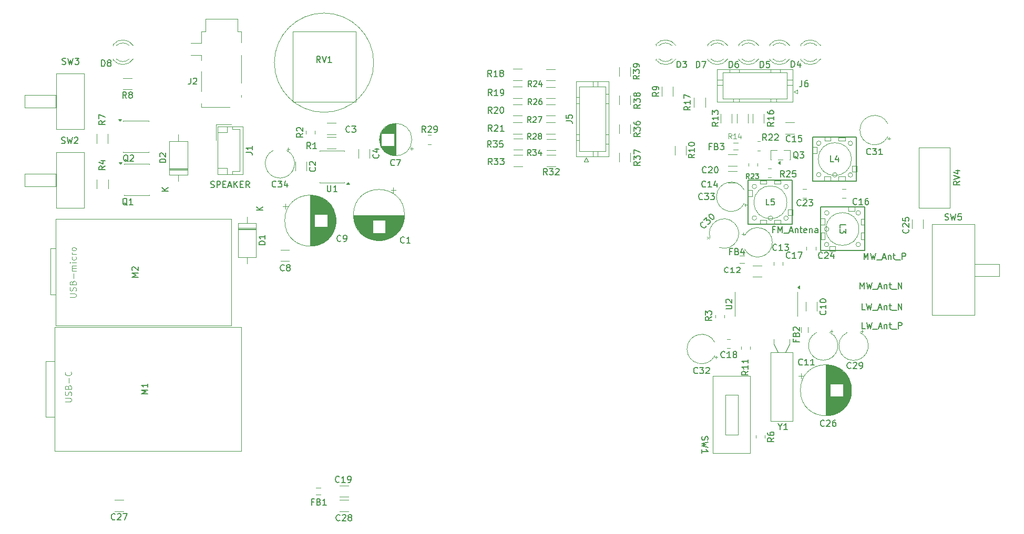
<source format=gbr>
%TF.GenerationSoftware,KiCad,Pcbnew,9.0.5*%
%TF.CreationDate,2025-10-21T17:57:33+02:00*%
%TF.ProjectId,TUNER_KT0936MB9,54554e45-525f-44b5-9430-3933364d4239,rev?*%
%TF.SameCoordinates,Original*%
%TF.FileFunction,Legend,Top*%
%TF.FilePolarity,Positive*%
%FSLAX46Y46*%
G04 Gerber Fmt 4.6, Leading zero omitted, Abs format (unit mm)*
G04 Created by KiCad (PCBNEW 9.0.5) date 2025-10-21 17:57:33*
%MOMM*%
%LPD*%
G01*
G04 APERTURE LIST*
%ADD10C,0.150000*%
%ADD11C,0.120000*%
%ADD12C,0.125000*%
%ADD13C,0.100000*%
%ADD14C,0.200000*%
G04 APERTURE END LIST*
D10*
X93357142Y-78659580D02*
X93309523Y-78707200D01*
X93309523Y-78707200D02*
X93166666Y-78754819D01*
X93166666Y-78754819D02*
X93071428Y-78754819D01*
X93071428Y-78754819D02*
X92928571Y-78707200D01*
X92928571Y-78707200D02*
X92833333Y-78611961D01*
X92833333Y-78611961D02*
X92785714Y-78516723D01*
X92785714Y-78516723D02*
X92738095Y-78326247D01*
X92738095Y-78326247D02*
X92738095Y-78183390D01*
X92738095Y-78183390D02*
X92785714Y-77992914D01*
X92785714Y-77992914D02*
X92833333Y-77897676D01*
X92833333Y-77897676D02*
X92928571Y-77802438D01*
X92928571Y-77802438D02*
X93071428Y-77754819D01*
X93071428Y-77754819D02*
X93166666Y-77754819D01*
X93166666Y-77754819D02*
X93309523Y-77802438D01*
X93309523Y-77802438D02*
X93357142Y-77850057D01*
X93690476Y-77754819D02*
X94309523Y-77754819D01*
X94309523Y-77754819D02*
X93976190Y-78135771D01*
X93976190Y-78135771D02*
X94119047Y-78135771D01*
X94119047Y-78135771D02*
X94214285Y-78183390D01*
X94214285Y-78183390D02*
X94261904Y-78231009D01*
X94261904Y-78231009D02*
X94309523Y-78326247D01*
X94309523Y-78326247D02*
X94309523Y-78564342D01*
X94309523Y-78564342D02*
X94261904Y-78659580D01*
X94261904Y-78659580D02*
X94214285Y-78707200D01*
X94214285Y-78707200D02*
X94119047Y-78754819D01*
X94119047Y-78754819D02*
X93833333Y-78754819D01*
X93833333Y-78754819D02*
X93738095Y-78707200D01*
X93738095Y-78707200D02*
X93690476Y-78659580D01*
X95166666Y-78088152D02*
X95166666Y-78754819D01*
X94928571Y-77707200D02*
X94690476Y-78421485D01*
X94690476Y-78421485D02*
X95309523Y-78421485D01*
X162057142Y-80659580D02*
X162009523Y-80707200D01*
X162009523Y-80707200D02*
X161866666Y-80754819D01*
X161866666Y-80754819D02*
X161771428Y-80754819D01*
X161771428Y-80754819D02*
X161628571Y-80707200D01*
X161628571Y-80707200D02*
X161533333Y-80611961D01*
X161533333Y-80611961D02*
X161485714Y-80516723D01*
X161485714Y-80516723D02*
X161438095Y-80326247D01*
X161438095Y-80326247D02*
X161438095Y-80183390D01*
X161438095Y-80183390D02*
X161485714Y-79992914D01*
X161485714Y-79992914D02*
X161533333Y-79897676D01*
X161533333Y-79897676D02*
X161628571Y-79802438D01*
X161628571Y-79802438D02*
X161771428Y-79754819D01*
X161771428Y-79754819D02*
X161866666Y-79754819D01*
X161866666Y-79754819D02*
X162009523Y-79802438D01*
X162009523Y-79802438D02*
X162057142Y-79850057D01*
X162390476Y-79754819D02*
X163009523Y-79754819D01*
X163009523Y-79754819D02*
X162676190Y-80135771D01*
X162676190Y-80135771D02*
X162819047Y-80135771D01*
X162819047Y-80135771D02*
X162914285Y-80183390D01*
X162914285Y-80183390D02*
X162961904Y-80231009D01*
X162961904Y-80231009D02*
X163009523Y-80326247D01*
X163009523Y-80326247D02*
X163009523Y-80564342D01*
X163009523Y-80564342D02*
X162961904Y-80659580D01*
X162961904Y-80659580D02*
X162914285Y-80707200D01*
X162914285Y-80707200D02*
X162819047Y-80754819D01*
X162819047Y-80754819D02*
X162533333Y-80754819D01*
X162533333Y-80754819D02*
X162438095Y-80707200D01*
X162438095Y-80707200D02*
X162390476Y-80659580D01*
X163342857Y-79754819D02*
X163961904Y-79754819D01*
X163961904Y-79754819D02*
X163628571Y-80135771D01*
X163628571Y-80135771D02*
X163771428Y-80135771D01*
X163771428Y-80135771D02*
X163866666Y-80183390D01*
X163866666Y-80183390D02*
X163914285Y-80231009D01*
X163914285Y-80231009D02*
X163961904Y-80326247D01*
X163961904Y-80326247D02*
X163961904Y-80564342D01*
X163961904Y-80564342D02*
X163914285Y-80659580D01*
X163914285Y-80659580D02*
X163866666Y-80707200D01*
X163866666Y-80707200D02*
X163771428Y-80754819D01*
X163771428Y-80754819D02*
X163485714Y-80754819D01*
X163485714Y-80754819D02*
X163390476Y-80707200D01*
X163390476Y-80707200D02*
X163342857Y-80659580D01*
X161285998Y-108709580D02*
X161238379Y-108757200D01*
X161238379Y-108757200D02*
X161095522Y-108804819D01*
X161095522Y-108804819D02*
X161000284Y-108804819D01*
X161000284Y-108804819D02*
X160857427Y-108757200D01*
X160857427Y-108757200D02*
X160762189Y-108661961D01*
X160762189Y-108661961D02*
X160714570Y-108566723D01*
X160714570Y-108566723D02*
X160666951Y-108376247D01*
X160666951Y-108376247D02*
X160666951Y-108233390D01*
X160666951Y-108233390D02*
X160714570Y-108042914D01*
X160714570Y-108042914D02*
X160762189Y-107947676D01*
X160762189Y-107947676D02*
X160857427Y-107852438D01*
X160857427Y-107852438D02*
X161000284Y-107804819D01*
X161000284Y-107804819D02*
X161095522Y-107804819D01*
X161095522Y-107804819D02*
X161238379Y-107852438D01*
X161238379Y-107852438D02*
X161285998Y-107900057D01*
X161619332Y-107804819D02*
X162238379Y-107804819D01*
X162238379Y-107804819D02*
X161905046Y-108185771D01*
X161905046Y-108185771D02*
X162047903Y-108185771D01*
X162047903Y-108185771D02*
X162143141Y-108233390D01*
X162143141Y-108233390D02*
X162190760Y-108281009D01*
X162190760Y-108281009D02*
X162238379Y-108376247D01*
X162238379Y-108376247D02*
X162238379Y-108614342D01*
X162238379Y-108614342D02*
X162190760Y-108709580D01*
X162190760Y-108709580D02*
X162143141Y-108757200D01*
X162143141Y-108757200D02*
X162047903Y-108804819D01*
X162047903Y-108804819D02*
X161762189Y-108804819D01*
X161762189Y-108804819D02*
X161666951Y-108757200D01*
X161666951Y-108757200D02*
X161619332Y-108709580D01*
X162619332Y-107900057D02*
X162666951Y-107852438D01*
X162666951Y-107852438D02*
X162762189Y-107804819D01*
X162762189Y-107804819D02*
X163000284Y-107804819D01*
X163000284Y-107804819D02*
X163095522Y-107852438D01*
X163095522Y-107852438D02*
X163143141Y-107900057D01*
X163143141Y-107900057D02*
X163190760Y-107995295D01*
X163190760Y-107995295D02*
X163190760Y-108090533D01*
X163190760Y-108090533D02*
X163143141Y-108233390D01*
X163143141Y-108233390D02*
X162571713Y-108804819D01*
X162571713Y-108804819D02*
X163190760Y-108804819D01*
X189135998Y-73409580D02*
X189088379Y-73457200D01*
X189088379Y-73457200D02*
X188945522Y-73504819D01*
X188945522Y-73504819D02*
X188850284Y-73504819D01*
X188850284Y-73504819D02*
X188707427Y-73457200D01*
X188707427Y-73457200D02*
X188612189Y-73361961D01*
X188612189Y-73361961D02*
X188564570Y-73266723D01*
X188564570Y-73266723D02*
X188516951Y-73076247D01*
X188516951Y-73076247D02*
X188516951Y-72933390D01*
X188516951Y-72933390D02*
X188564570Y-72742914D01*
X188564570Y-72742914D02*
X188612189Y-72647676D01*
X188612189Y-72647676D02*
X188707427Y-72552438D01*
X188707427Y-72552438D02*
X188850284Y-72504819D01*
X188850284Y-72504819D02*
X188945522Y-72504819D01*
X188945522Y-72504819D02*
X189088379Y-72552438D01*
X189088379Y-72552438D02*
X189135998Y-72600057D01*
X189469332Y-72504819D02*
X190088379Y-72504819D01*
X190088379Y-72504819D02*
X189755046Y-72885771D01*
X189755046Y-72885771D02*
X189897903Y-72885771D01*
X189897903Y-72885771D02*
X189993141Y-72933390D01*
X189993141Y-72933390D02*
X190040760Y-72981009D01*
X190040760Y-72981009D02*
X190088379Y-73076247D01*
X190088379Y-73076247D02*
X190088379Y-73314342D01*
X190088379Y-73314342D02*
X190040760Y-73409580D01*
X190040760Y-73409580D02*
X189993141Y-73457200D01*
X189993141Y-73457200D02*
X189897903Y-73504819D01*
X189897903Y-73504819D02*
X189612189Y-73504819D01*
X189612189Y-73504819D02*
X189516951Y-73457200D01*
X189516951Y-73457200D02*
X189469332Y-73409580D01*
X191040760Y-73504819D02*
X190469332Y-73504819D01*
X190755046Y-73504819D02*
X190755046Y-72504819D01*
X190755046Y-72504819D02*
X190659808Y-72647676D01*
X190659808Y-72647676D02*
X190564570Y-72742914D01*
X190564570Y-72742914D02*
X190469332Y-72790533D01*
X162649693Y-84958830D02*
X162649693Y-85026174D01*
X162649693Y-85026174D02*
X162582349Y-85160861D01*
X162582349Y-85160861D02*
X162515006Y-85228204D01*
X162515006Y-85228204D02*
X162380319Y-85295548D01*
X162380319Y-85295548D02*
X162245632Y-85295548D01*
X162245632Y-85295548D02*
X162144617Y-85261876D01*
X162144617Y-85261876D02*
X161976258Y-85160861D01*
X161976258Y-85160861D02*
X161875243Y-85059846D01*
X161875243Y-85059846D02*
X161774227Y-84891487D01*
X161774227Y-84891487D02*
X161740556Y-84790472D01*
X161740556Y-84790472D02*
X161740556Y-84655785D01*
X161740556Y-84655785D02*
X161807899Y-84521098D01*
X161807899Y-84521098D02*
X161875243Y-84453754D01*
X161875243Y-84453754D02*
X162009930Y-84386411D01*
X162009930Y-84386411D02*
X162077273Y-84386411D01*
X162245632Y-84083365D02*
X162683365Y-83645632D01*
X162683365Y-83645632D02*
X162717036Y-84150708D01*
X162717036Y-84150708D02*
X162818052Y-84049693D01*
X162818052Y-84049693D02*
X162919067Y-84016021D01*
X162919067Y-84016021D02*
X162986410Y-84016021D01*
X162986410Y-84016021D02*
X163087426Y-84049693D01*
X163087426Y-84049693D02*
X163255784Y-84218052D01*
X163255784Y-84218052D02*
X163289456Y-84319067D01*
X163289456Y-84319067D02*
X163289456Y-84386411D01*
X163289456Y-84386411D02*
X163255784Y-84487426D01*
X163255784Y-84487426D02*
X163053754Y-84689456D01*
X163053754Y-84689456D02*
X162952739Y-84723128D01*
X162952739Y-84723128D02*
X162885395Y-84723128D01*
X163121098Y-83207899D02*
X163188441Y-83140556D01*
X163188441Y-83140556D02*
X163289456Y-83106884D01*
X163289456Y-83106884D02*
X163356800Y-83106884D01*
X163356800Y-83106884D02*
X163457815Y-83140556D01*
X163457815Y-83140556D02*
X163626174Y-83241571D01*
X163626174Y-83241571D02*
X163794533Y-83409930D01*
X163794533Y-83409930D02*
X163895548Y-83578288D01*
X163895548Y-83578288D02*
X163929220Y-83679304D01*
X163929220Y-83679304D02*
X163929220Y-83746647D01*
X163929220Y-83746647D02*
X163895548Y-83847662D01*
X163895548Y-83847662D02*
X163828204Y-83915006D01*
X163828204Y-83915006D02*
X163727189Y-83948678D01*
X163727189Y-83948678D02*
X163659846Y-83948678D01*
X163659846Y-83948678D02*
X163558830Y-83915006D01*
X163558830Y-83915006D02*
X163390472Y-83813991D01*
X163390472Y-83813991D02*
X163222113Y-83645632D01*
X163222113Y-83645632D02*
X163121098Y-83477273D01*
X163121098Y-83477273D02*
X163087426Y-83376258D01*
X163087426Y-83376258D02*
X163087426Y-83308914D01*
X163087426Y-83308914D02*
X163121098Y-83207899D01*
X185957142Y-107909580D02*
X185909523Y-107957200D01*
X185909523Y-107957200D02*
X185766666Y-108004819D01*
X185766666Y-108004819D02*
X185671428Y-108004819D01*
X185671428Y-108004819D02*
X185528571Y-107957200D01*
X185528571Y-107957200D02*
X185433333Y-107861961D01*
X185433333Y-107861961D02*
X185385714Y-107766723D01*
X185385714Y-107766723D02*
X185338095Y-107576247D01*
X185338095Y-107576247D02*
X185338095Y-107433390D01*
X185338095Y-107433390D02*
X185385714Y-107242914D01*
X185385714Y-107242914D02*
X185433333Y-107147676D01*
X185433333Y-107147676D02*
X185528571Y-107052438D01*
X185528571Y-107052438D02*
X185671428Y-107004819D01*
X185671428Y-107004819D02*
X185766666Y-107004819D01*
X185766666Y-107004819D02*
X185909523Y-107052438D01*
X185909523Y-107052438D02*
X185957142Y-107100057D01*
X186338095Y-107100057D02*
X186385714Y-107052438D01*
X186385714Y-107052438D02*
X186480952Y-107004819D01*
X186480952Y-107004819D02*
X186719047Y-107004819D01*
X186719047Y-107004819D02*
X186814285Y-107052438D01*
X186814285Y-107052438D02*
X186861904Y-107100057D01*
X186861904Y-107100057D02*
X186909523Y-107195295D01*
X186909523Y-107195295D02*
X186909523Y-107290533D01*
X186909523Y-107290533D02*
X186861904Y-107433390D01*
X186861904Y-107433390D02*
X186290476Y-108004819D01*
X186290476Y-108004819D02*
X186909523Y-108004819D01*
X187385714Y-108004819D02*
X187576190Y-108004819D01*
X187576190Y-108004819D02*
X187671428Y-107957200D01*
X187671428Y-107957200D02*
X187719047Y-107909580D01*
X187719047Y-107909580D02*
X187814285Y-107766723D01*
X187814285Y-107766723D02*
X187861904Y-107576247D01*
X187861904Y-107576247D02*
X187861904Y-107195295D01*
X187861904Y-107195295D02*
X187814285Y-107100057D01*
X187814285Y-107100057D02*
X187766666Y-107052438D01*
X187766666Y-107052438D02*
X187671428Y-107004819D01*
X187671428Y-107004819D02*
X187480952Y-107004819D01*
X187480952Y-107004819D02*
X187385714Y-107052438D01*
X187385714Y-107052438D02*
X187338095Y-107100057D01*
X187338095Y-107100057D02*
X187290476Y-107195295D01*
X187290476Y-107195295D02*
X187290476Y-107433390D01*
X187290476Y-107433390D02*
X187338095Y-107528628D01*
X187338095Y-107528628D02*
X187385714Y-107576247D01*
X187385714Y-107576247D02*
X187480952Y-107623866D01*
X187480952Y-107623866D02*
X187671428Y-107623866D01*
X187671428Y-107623866D02*
X187766666Y-107576247D01*
X187766666Y-107576247D02*
X187814285Y-107528628D01*
X187814285Y-107528628D02*
X187861904Y-107433390D01*
X174007142Y-88859580D02*
X173959523Y-88907200D01*
X173959523Y-88907200D02*
X173816666Y-88954819D01*
X173816666Y-88954819D02*
X173721428Y-88954819D01*
X173721428Y-88954819D02*
X173578571Y-88907200D01*
X173578571Y-88907200D02*
X173483333Y-88811961D01*
X173483333Y-88811961D02*
X173435714Y-88716723D01*
X173435714Y-88716723D02*
X173388095Y-88526247D01*
X173388095Y-88526247D02*
X173388095Y-88383390D01*
X173388095Y-88383390D02*
X173435714Y-88192914D01*
X173435714Y-88192914D02*
X173483333Y-88097676D01*
X173483333Y-88097676D02*
X173578571Y-88002438D01*
X173578571Y-88002438D02*
X173721428Y-87954819D01*
X173721428Y-87954819D02*
X173816666Y-87954819D01*
X173816666Y-87954819D02*
X173959523Y-88002438D01*
X173959523Y-88002438D02*
X174007142Y-88050057D01*
X174959523Y-88954819D02*
X174388095Y-88954819D01*
X174673809Y-88954819D02*
X174673809Y-87954819D01*
X174673809Y-87954819D02*
X174578571Y-88097676D01*
X174578571Y-88097676D02*
X174483333Y-88192914D01*
X174483333Y-88192914D02*
X174388095Y-88240533D01*
X175292857Y-87954819D02*
X175911904Y-87954819D01*
X175911904Y-87954819D02*
X175578571Y-88335771D01*
X175578571Y-88335771D02*
X175721428Y-88335771D01*
X175721428Y-88335771D02*
X175816666Y-88383390D01*
X175816666Y-88383390D02*
X175864285Y-88431009D01*
X175864285Y-88431009D02*
X175911904Y-88526247D01*
X175911904Y-88526247D02*
X175911904Y-88764342D01*
X175911904Y-88764342D02*
X175864285Y-88859580D01*
X175864285Y-88859580D02*
X175816666Y-88907200D01*
X175816666Y-88907200D02*
X175721428Y-88954819D01*
X175721428Y-88954819D02*
X175435714Y-88954819D01*
X175435714Y-88954819D02*
X175340476Y-88907200D01*
X175340476Y-88907200D02*
X175292857Y-88859580D01*
X178157142Y-107359580D02*
X178109523Y-107407200D01*
X178109523Y-107407200D02*
X177966666Y-107454819D01*
X177966666Y-107454819D02*
X177871428Y-107454819D01*
X177871428Y-107454819D02*
X177728571Y-107407200D01*
X177728571Y-107407200D02*
X177633333Y-107311961D01*
X177633333Y-107311961D02*
X177585714Y-107216723D01*
X177585714Y-107216723D02*
X177538095Y-107026247D01*
X177538095Y-107026247D02*
X177538095Y-106883390D01*
X177538095Y-106883390D02*
X177585714Y-106692914D01*
X177585714Y-106692914D02*
X177633333Y-106597676D01*
X177633333Y-106597676D02*
X177728571Y-106502438D01*
X177728571Y-106502438D02*
X177871428Y-106454819D01*
X177871428Y-106454819D02*
X177966666Y-106454819D01*
X177966666Y-106454819D02*
X178109523Y-106502438D01*
X178109523Y-106502438D02*
X178157142Y-106550057D01*
X179109523Y-107454819D02*
X178538095Y-107454819D01*
X178823809Y-107454819D02*
X178823809Y-106454819D01*
X178823809Y-106454819D02*
X178728571Y-106597676D01*
X178728571Y-106597676D02*
X178633333Y-106692914D01*
X178633333Y-106692914D02*
X178538095Y-106740533D01*
X180061904Y-107454819D02*
X179490476Y-107454819D01*
X179776190Y-107454819D02*
X179776190Y-106454819D01*
X179776190Y-106454819D02*
X179680952Y-106597676D01*
X179680952Y-106597676D02*
X179585714Y-106692914D01*
X179585714Y-106692914D02*
X179490476Y-106740533D01*
X58816667Y-71657200D02*
X58959524Y-71704819D01*
X58959524Y-71704819D02*
X59197619Y-71704819D01*
X59197619Y-71704819D02*
X59292857Y-71657200D01*
X59292857Y-71657200D02*
X59340476Y-71609580D01*
X59340476Y-71609580D02*
X59388095Y-71514342D01*
X59388095Y-71514342D02*
X59388095Y-71419104D01*
X59388095Y-71419104D02*
X59340476Y-71323866D01*
X59340476Y-71323866D02*
X59292857Y-71276247D01*
X59292857Y-71276247D02*
X59197619Y-71228628D01*
X59197619Y-71228628D02*
X59007143Y-71181009D01*
X59007143Y-71181009D02*
X58911905Y-71133390D01*
X58911905Y-71133390D02*
X58864286Y-71085771D01*
X58864286Y-71085771D02*
X58816667Y-70990533D01*
X58816667Y-70990533D02*
X58816667Y-70895295D01*
X58816667Y-70895295D02*
X58864286Y-70800057D01*
X58864286Y-70800057D02*
X58911905Y-70752438D01*
X58911905Y-70752438D02*
X59007143Y-70704819D01*
X59007143Y-70704819D02*
X59245238Y-70704819D01*
X59245238Y-70704819D02*
X59388095Y-70752438D01*
X59721429Y-70704819D02*
X59959524Y-71704819D01*
X59959524Y-71704819D02*
X60150000Y-70990533D01*
X60150000Y-70990533D02*
X60340476Y-71704819D01*
X60340476Y-71704819D02*
X60578572Y-70704819D01*
X60911905Y-70800057D02*
X60959524Y-70752438D01*
X60959524Y-70752438D02*
X61054762Y-70704819D01*
X61054762Y-70704819D02*
X61292857Y-70704819D01*
X61292857Y-70704819D02*
X61388095Y-70752438D01*
X61388095Y-70752438D02*
X61435714Y-70800057D01*
X61435714Y-70800057D02*
X61483333Y-70895295D01*
X61483333Y-70895295D02*
X61483333Y-70990533D01*
X61483333Y-70990533D02*
X61435714Y-71133390D01*
X61435714Y-71133390D02*
X60864286Y-71704819D01*
X60864286Y-71704819D02*
X61483333Y-71704819D01*
X188235713Y-98504819D02*
X187759523Y-98504819D01*
X187759523Y-98504819D02*
X187759523Y-97504819D01*
X188473809Y-97504819D02*
X188711904Y-98504819D01*
X188711904Y-98504819D02*
X188902380Y-97790533D01*
X188902380Y-97790533D02*
X189092856Y-98504819D01*
X189092856Y-98504819D02*
X189330952Y-97504819D01*
X189473809Y-98600057D02*
X190235713Y-98600057D01*
X190426190Y-98219104D02*
X190902380Y-98219104D01*
X190330952Y-98504819D02*
X190664285Y-97504819D01*
X190664285Y-97504819D02*
X190997618Y-98504819D01*
X191330952Y-97838152D02*
X191330952Y-98504819D01*
X191330952Y-97933390D02*
X191378571Y-97885771D01*
X191378571Y-97885771D02*
X191473809Y-97838152D01*
X191473809Y-97838152D02*
X191616666Y-97838152D01*
X191616666Y-97838152D02*
X191711904Y-97885771D01*
X191711904Y-97885771D02*
X191759523Y-97981009D01*
X191759523Y-97981009D02*
X191759523Y-98504819D01*
X192092857Y-97838152D02*
X192473809Y-97838152D01*
X192235714Y-97504819D02*
X192235714Y-98361961D01*
X192235714Y-98361961D02*
X192283333Y-98457200D01*
X192283333Y-98457200D02*
X192378571Y-98504819D01*
X192378571Y-98504819D02*
X192473809Y-98504819D01*
X192569048Y-98600057D02*
X193330952Y-98600057D01*
X193569048Y-98504819D02*
X193569048Y-97504819D01*
X193569048Y-97504819D02*
X194140476Y-98504819D01*
X194140476Y-98504819D02*
X194140476Y-97504819D01*
X65854819Y-68066666D02*
X65378628Y-68399999D01*
X65854819Y-68638094D02*
X64854819Y-68638094D01*
X64854819Y-68638094D02*
X64854819Y-68257142D01*
X64854819Y-68257142D02*
X64902438Y-68161904D01*
X64902438Y-68161904D02*
X64950057Y-68114285D01*
X64950057Y-68114285D02*
X65045295Y-68066666D01*
X65045295Y-68066666D02*
X65188152Y-68066666D01*
X65188152Y-68066666D02*
X65283390Y-68114285D01*
X65283390Y-68114285D02*
X65331009Y-68161904D01*
X65331009Y-68161904D02*
X65378628Y-68257142D01*
X65378628Y-68257142D02*
X65378628Y-68638094D01*
X64854819Y-67733332D02*
X64854819Y-67066666D01*
X64854819Y-67066666D02*
X65854819Y-67495237D01*
X171361905Y-59454819D02*
X171361905Y-58454819D01*
X171361905Y-58454819D02*
X171600000Y-58454819D01*
X171600000Y-58454819D02*
X171742857Y-58502438D01*
X171742857Y-58502438D02*
X171838095Y-58597676D01*
X171838095Y-58597676D02*
X171885714Y-58692914D01*
X171885714Y-58692914D02*
X171933333Y-58883390D01*
X171933333Y-58883390D02*
X171933333Y-59026247D01*
X171933333Y-59026247D02*
X171885714Y-59216723D01*
X171885714Y-59216723D02*
X171838095Y-59311961D01*
X171838095Y-59311961D02*
X171742857Y-59407200D01*
X171742857Y-59407200D02*
X171600000Y-59454819D01*
X171600000Y-59454819D02*
X171361905Y-59454819D01*
X172838095Y-58454819D02*
X172361905Y-58454819D01*
X172361905Y-58454819D02*
X172314286Y-58931009D01*
X172314286Y-58931009D02*
X172361905Y-58883390D01*
X172361905Y-58883390D02*
X172457143Y-58835771D01*
X172457143Y-58835771D02*
X172695238Y-58835771D01*
X172695238Y-58835771D02*
X172790476Y-58883390D01*
X172790476Y-58883390D02*
X172838095Y-58931009D01*
X172838095Y-58931009D02*
X172885714Y-59026247D01*
X172885714Y-59026247D02*
X172885714Y-59264342D01*
X172885714Y-59264342D02*
X172838095Y-59359580D01*
X172838095Y-59359580D02*
X172790476Y-59407200D01*
X172790476Y-59407200D02*
X172695238Y-59454819D01*
X172695238Y-59454819D02*
X172457143Y-59454819D01*
X172457143Y-59454819D02*
X172361905Y-59407200D01*
X172361905Y-59407200D02*
X172314286Y-59359580D01*
X165647142Y-106159580D02*
X165599523Y-106207200D01*
X165599523Y-106207200D02*
X165456666Y-106254819D01*
X165456666Y-106254819D02*
X165361428Y-106254819D01*
X165361428Y-106254819D02*
X165218571Y-106207200D01*
X165218571Y-106207200D02*
X165123333Y-106111961D01*
X165123333Y-106111961D02*
X165075714Y-106016723D01*
X165075714Y-106016723D02*
X165028095Y-105826247D01*
X165028095Y-105826247D02*
X165028095Y-105683390D01*
X165028095Y-105683390D02*
X165075714Y-105492914D01*
X165075714Y-105492914D02*
X165123333Y-105397676D01*
X165123333Y-105397676D02*
X165218571Y-105302438D01*
X165218571Y-105302438D02*
X165361428Y-105254819D01*
X165361428Y-105254819D02*
X165456666Y-105254819D01*
X165456666Y-105254819D02*
X165599523Y-105302438D01*
X165599523Y-105302438D02*
X165647142Y-105350057D01*
X166599523Y-106254819D02*
X166028095Y-106254819D01*
X166313809Y-106254819D02*
X166313809Y-105254819D01*
X166313809Y-105254819D02*
X166218571Y-105397676D01*
X166218571Y-105397676D02*
X166123333Y-105492914D01*
X166123333Y-105492914D02*
X166028095Y-105540533D01*
X167170952Y-105683390D02*
X167075714Y-105635771D01*
X167075714Y-105635771D02*
X167028095Y-105588152D01*
X167028095Y-105588152D02*
X166980476Y-105492914D01*
X166980476Y-105492914D02*
X166980476Y-105445295D01*
X166980476Y-105445295D02*
X167028095Y-105350057D01*
X167028095Y-105350057D02*
X167075714Y-105302438D01*
X167075714Y-105302438D02*
X167170952Y-105254819D01*
X167170952Y-105254819D02*
X167361428Y-105254819D01*
X167361428Y-105254819D02*
X167456666Y-105302438D01*
X167456666Y-105302438D02*
X167504285Y-105350057D01*
X167504285Y-105350057D02*
X167551904Y-105445295D01*
X167551904Y-105445295D02*
X167551904Y-105492914D01*
X167551904Y-105492914D02*
X167504285Y-105588152D01*
X167504285Y-105588152D02*
X167456666Y-105635771D01*
X167456666Y-105635771D02*
X167361428Y-105683390D01*
X167361428Y-105683390D02*
X167170952Y-105683390D01*
X167170952Y-105683390D02*
X167075714Y-105731009D01*
X167075714Y-105731009D02*
X167028095Y-105778628D01*
X167028095Y-105778628D02*
X166980476Y-105873866D01*
X166980476Y-105873866D02*
X166980476Y-106064342D01*
X166980476Y-106064342D02*
X167028095Y-106159580D01*
X167028095Y-106159580D02*
X167075714Y-106207200D01*
X167075714Y-106207200D02*
X167170952Y-106254819D01*
X167170952Y-106254819D02*
X167361428Y-106254819D01*
X167361428Y-106254819D02*
X167456666Y-106207200D01*
X167456666Y-106207200D02*
X167504285Y-106159580D01*
X167504285Y-106159580D02*
X167551904Y-106064342D01*
X167551904Y-106064342D02*
X167551904Y-105873866D01*
X167551904Y-105873866D02*
X167504285Y-105778628D01*
X167504285Y-105778628D02*
X167456666Y-105731009D01*
X167456666Y-105731009D02*
X167361428Y-105683390D01*
X166766666Y-89131009D02*
X166433333Y-89131009D01*
X166433333Y-89654819D02*
X166433333Y-88654819D01*
X166433333Y-88654819D02*
X166909523Y-88654819D01*
X167623809Y-89131009D02*
X167766666Y-89178628D01*
X167766666Y-89178628D02*
X167814285Y-89226247D01*
X167814285Y-89226247D02*
X167861904Y-89321485D01*
X167861904Y-89321485D02*
X167861904Y-89464342D01*
X167861904Y-89464342D02*
X167814285Y-89559580D01*
X167814285Y-89559580D02*
X167766666Y-89607200D01*
X167766666Y-89607200D02*
X167671428Y-89654819D01*
X167671428Y-89654819D02*
X167290476Y-89654819D01*
X167290476Y-89654819D02*
X167290476Y-88654819D01*
X167290476Y-88654819D02*
X167623809Y-88654819D01*
X167623809Y-88654819D02*
X167719047Y-88702438D01*
X167719047Y-88702438D02*
X167766666Y-88750057D01*
X167766666Y-88750057D02*
X167814285Y-88845295D01*
X167814285Y-88845295D02*
X167814285Y-88940533D01*
X167814285Y-88940533D02*
X167766666Y-89035771D01*
X167766666Y-89035771D02*
X167719047Y-89083390D01*
X167719047Y-89083390D02*
X167623809Y-89131009D01*
X167623809Y-89131009D02*
X167290476Y-89131009D01*
X168719047Y-88988152D02*
X168719047Y-89654819D01*
X168480952Y-88607200D02*
X168242857Y-89321485D01*
X168242857Y-89321485D02*
X168861904Y-89321485D01*
X172795833Y-81629819D02*
X172319643Y-81629819D01*
X172319643Y-81629819D02*
X172319643Y-80629819D01*
X173605357Y-80629819D02*
X173129167Y-80629819D01*
X173129167Y-80629819D02*
X173081548Y-81106009D01*
X173081548Y-81106009D02*
X173129167Y-81058390D01*
X173129167Y-81058390D02*
X173224405Y-81010771D01*
X173224405Y-81010771D02*
X173462500Y-81010771D01*
X173462500Y-81010771D02*
X173557738Y-81058390D01*
X173557738Y-81058390D02*
X173605357Y-81106009D01*
X173605357Y-81106009D02*
X173652976Y-81201247D01*
X173652976Y-81201247D02*
X173652976Y-81439342D01*
X173652976Y-81439342D02*
X173605357Y-81534580D01*
X173605357Y-81534580D02*
X173557738Y-81582200D01*
X173557738Y-81582200D02*
X173462500Y-81629819D01*
X173462500Y-81629819D02*
X173224405Y-81629819D01*
X173224405Y-81629819D02*
X173129167Y-81582200D01*
X173129167Y-81582200D02*
X173081548Y-81534580D01*
X134421428Y-73608557D02*
X134121428Y-73179985D01*
X133907142Y-73608557D02*
X133907142Y-72708557D01*
X133907142Y-72708557D02*
X134249999Y-72708557D01*
X134249999Y-72708557D02*
X134335714Y-72751414D01*
X134335714Y-72751414D02*
X134378571Y-72794271D01*
X134378571Y-72794271D02*
X134421428Y-72879985D01*
X134421428Y-72879985D02*
X134421428Y-73008557D01*
X134421428Y-73008557D02*
X134378571Y-73094271D01*
X134378571Y-73094271D02*
X134335714Y-73137128D01*
X134335714Y-73137128D02*
X134249999Y-73179985D01*
X134249999Y-73179985D02*
X133907142Y-73179985D01*
X134721428Y-72708557D02*
X135278571Y-72708557D01*
X135278571Y-72708557D02*
X134978571Y-73051414D01*
X134978571Y-73051414D02*
X135107142Y-73051414D01*
X135107142Y-73051414D02*
X135192857Y-73094271D01*
X135192857Y-73094271D02*
X135235714Y-73137128D01*
X135235714Y-73137128D02*
X135278571Y-73222842D01*
X135278571Y-73222842D02*
X135278571Y-73437128D01*
X135278571Y-73437128D02*
X135235714Y-73522842D01*
X135235714Y-73522842D02*
X135192857Y-73565700D01*
X135192857Y-73565700D02*
X135107142Y-73608557D01*
X135107142Y-73608557D02*
X134849999Y-73608557D01*
X134849999Y-73608557D02*
X134764285Y-73565700D01*
X134764285Y-73565700D02*
X134721428Y-73522842D01*
X136050000Y-73008557D02*
X136050000Y-73608557D01*
X135835714Y-72665700D02*
X135621428Y-73308557D01*
X135621428Y-73308557D02*
X136178571Y-73308557D01*
X100504761Y-58634819D02*
X100171428Y-58158628D01*
X99933333Y-58634819D02*
X99933333Y-57634819D01*
X99933333Y-57634819D02*
X100314285Y-57634819D01*
X100314285Y-57634819D02*
X100409523Y-57682438D01*
X100409523Y-57682438D02*
X100457142Y-57730057D01*
X100457142Y-57730057D02*
X100504761Y-57825295D01*
X100504761Y-57825295D02*
X100504761Y-57968152D01*
X100504761Y-57968152D02*
X100457142Y-58063390D01*
X100457142Y-58063390D02*
X100409523Y-58111009D01*
X100409523Y-58111009D02*
X100314285Y-58158628D01*
X100314285Y-58158628D02*
X99933333Y-58158628D01*
X100790476Y-57634819D02*
X101123809Y-58634819D01*
X101123809Y-58634819D02*
X101457142Y-57634819D01*
X102314285Y-58634819D02*
X101742857Y-58634819D01*
X102028571Y-58634819D02*
X102028571Y-57634819D01*
X102028571Y-57634819D02*
X101933333Y-57777676D01*
X101933333Y-57777676D02*
X101838095Y-57872914D01*
X101838095Y-57872914D02*
X101742857Y-57920533D01*
X166361905Y-59454819D02*
X166361905Y-58454819D01*
X166361905Y-58454819D02*
X166600000Y-58454819D01*
X166600000Y-58454819D02*
X166742857Y-58502438D01*
X166742857Y-58502438D02*
X166838095Y-58597676D01*
X166838095Y-58597676D02*
X166885714Y-58692914D01*
X166885714Y-58692914D02*
X166933333Y-58883390D01*
X166933333Y-58883390D02*
X166933333Y-59026247D01*
X166933333Y-59026247D02*
X166885714Y-59216723D01*
X166885714Y-59216723D02*
X166838095Y-59311961D01*
X166838095Y-59311961D02*
X166742857Y-59407200D01*
X166742857Y-59407200D02*
X166600000Y-59454819D01*
X166600000Y-59454819D02*
X166361905Y-59454819D01*
X167790476Y-58454819D02*
X167600000Y-58454819D01*
X167600000Y-58454819D02*
X167504762Y-58502438D01*
X167504762Y-58502438D02*
X167457143Y-58550057D01*
X167457143Y-58550057D02*
X167361905Y-58692914D01*
X167361905Y-58692914D02*
X167314286Y-58883390D01*
X167314286Y-58883390D02*
X167314286Y-59264342D01*
X167314286Y-59264342D02*
X167361905Y-59359580D01*
X167361905Y-59359580D02*
X167409524Y-59407200D01*
X167409524Y-59407200D02*
X167504762Y-59454819D01*
X167504762Y-59454819D02*
X167695238Y-59454819D01*
X167695238Y-59454819D02*
X167790476Y-59407200D01*
X167790476Y-59407200D02*
X167838095Y-59359580D01*
X167838095Y-59359580D02*
X167885714Y-59264342D01*
X167885714Y-59264342D02*
X167885714Y-59026247D01*
X167885714Y-59026247D02*
X167838095Y-58931009D01*
X167838095Y-58931009D02*
X167790476Y-58883390D01*
X167790476Y-58883390D02*
X167695238Y-58835771D01*
X167695238Y-58835771D02*
X167504762Y-58835771D01*
X167504762Y-58835771D02*
X167409524Y-58883390D01*
X167409524Y-58883390D02*
X167361905Y-58931009D01*
X167361905Y-58931009D02*
X167314286Y-59026247D01*
X71154819Y-93259523D02*
X70154819Y-93259523D01*
X70154819Y-93259523D02*
X70869104Y-92926190D01*
X70869104Y-92926190D02*
X70154819Y-92592857D01*
X70154819Y-92592857D02*
X71154819Y-92592857D01*
X70250057Y-92164285D02*
X70202438Y-92116666D01*
X70202438Y-92116666D02*
X70154819Y-92021428D01*
X70154819Y-92021428D02*
X70154819Y-91783333D01*
X70154819Y-91783333D02*
X70202438Y-91688095D01*
X70202438Y-91688095D02*
X70250057Y-91640476D01*
X70250057Y-91640476D02*
X70345295Y-91592857D01*
X70345295Y-91592857D02*
X70440533Y-91592857D01*
X70440533Y-91592857D02*
X70583390Y-91640476D01*
X70583390Y-91640476D02*
X71154819Y-92211904D01*
X71154819Y-92211904D02*
X71154819Y-91592857D01*
D11*
X60151379Y-96476189D02*
X60960902Y-96476189D01*
X60960902Y-96476189D02*
X61056140Y-96428570D01*
X61056140Y-96428570D02*
X61103760Y-96380951D01*
X61103760Y-96380951D02*
X61151379Y-96285713D01*
X61151379Y-96285713D02*
X61151379Y-96095237D01*
X61151379Y-96095237D02*
X61103760Y-95999999D01*
X61103760Y-95999999D02*
X61056140Y-95952380D01*
X61056140Y-95952380D02*
X60960902Y-95904761D01*
X60960902Y-95904761D02*
X60151379Y-95904761D01*
X61103760Y-95476189D02*
X61151379Y-95333332D01*
X61151379Y-95333332D02*
X61151379Y-95095237D01*
X61151379Y-95095237D02*
X61103760Y-94999999D01*
X61103760Y-94999999D02*
X61056140Y-94952380D01*
X61056140Y-94952380D02*
X60960902Y-94904761D01*
X60960902Y-94904761D02*
X60865664Y-94904761D01*
X60865664Y-94904761D02*
X60770426Y-94952380D01*
X60770426Y-94952380D02*
X60722807Y-94999999D01*
X60722807Y-94999999D02*
X60675188Y-95095237D01*
X60675188Y-95095237D02*
X60627569Y-95285713D01*
X60627569Y-95285713D02*
X60579950Y-95380951D01*
X60579950Y-95380951D02*
X60532331Y-95428570D01*
X60532331Y-95428570D02*
X60437093Y-95476189D01*
X60437093Y-95476189D02*
X60341855Y-95476189D01*
X60341855Y-95476189D02*
X60246617Y-95428570D01*
X60246617Y-95428570D02*
X60198998Y-95380951D01*
X60198998Y-95380951D02*
X60151379Y-95285713D01*
X60151379Y-95285713D02*
X60151379Y-95047618D01*
X60151379Y-95047618D02*
X60198998Y-94904761D01*
X60627569Y-94142856D02*
X60675188Y-93999999D01*
X60675188Y-93999999D02*
X60722807Y-93952380D01*
X60722807Y-93952380D02*
X60818045Y-93904761D01*
X60818045Y-93904761D02*
X60960902Y-93904761D01*
X60960902Y-93904761D02*
X61056140Y-93952380D01*
X61056140Y-93952380D02*
X61103760Y-93999999D01*
X61103760Y-93999999D02*
X61151379Y-94095237D01*
X61151379Y-94095237D02*
X61151379Y-94476189D01*
X61151379Y-94476189D02*
X60151379Y-94476189D01*
X60151379Y-94476189D02*
X60151379Y-94142856D01*
X60151379Y-94142856D02*
X60198998Y-94047618D01*
X60198998Y-94047618D02*
X60246617Y-93999999D01*
X60246617Y-93999999D02*
X60341855Y-93952380D01*
X60341855Y-93952380D02*
X60437093Y-93952380D01*
X60437093Y-93952380D02*
X60532331Y-93999999D01*
X60532331Y-93999999D02*
X60579950Y-94047618D01*
X60579950Y-94047618D02*
X60627569Y-94142856D01*
X60627569Y-94142856D02*
X60627569Y-94476189D01*
X60770426Y-93476189D02*
X60770426Y-92714285D01*
X61151379Y-92238094D02*
X60484712Y-92238094D01*
X60579950Y-92238094D02*
X60532331Y-92190475D01*
X60532331Y-92190475D02*
X60484712Y-92095237D01*
X60484712Y-92095237D02*
X60484712Y-91952380D01*
X60484712Y-91952380D02*
X60532331Y-91857142D01*
X60532331Y-91857142D02*
X60627569Y-91809523D01*
X60627569Y-91809523D02*
X61151379Y-91809523D01*
X60627569Y-91809523D02*
X60532331Y-91761904D01*
X60532331Y-91761904D02*
X60484712Y-91666666D01*
X60484712Y-91666666D02*
X60484712Y-91523809D01*
X60484712Y-91523809D02*
X60532331Y-91428570D01*
X60532331Y-91428570D02*
X60627569Y-91380951D01*
X60627569Y-91380951D02*
X61151379Y-91380951D01*
X61151379Y-90904761D02*
X60484712Y-90904761D01*
X60151379Y-90904761D02*
X60198998Y-90952380D01*
X60198998Y-90952380D02*
X60246617Y-90904761D01*
X60246617Y-90904761D02*
X60198998Y-90857142D01*
X60198998Y-90857142D02*
X60151379Y-90904761D01*
X60151379Y-90904761D02*
X60246617Y-90904761D01*
X61103760Y-90000000D02*
X61151379Y-90095238D01*
X61151379Y-90095238D02*
X61151379Y-90285714D01*
X61151379Y-90285714D02*
X61103760Y-90380952D01*
X61103760Y-90380952D02*
X61056140Y-90428571D01*
X61056140Y-90428571D02*
X60960902Y-90476190D01*
X60960902Y-90476190D02*
X60675188Y-90476190D01*
X60675188Y-90476190D02*
X60579950Y-90428571D01*
X60579950Y-90428571D02*
X60532331Y-90380952D01*
X60532331Y-90380952D02*
X60484712Y-90285714D01*
X60484712Y-90285714D02*
X60484712Y-90095238D01*
X60484712Y-90095238D02*
X60532331Y-90000000D01*
X61151379Y-89571428D02*
X60484712Y-89571428D01*
X60675188Y-89571428D02*
X60579950Y-89523809D01*
X60579950Y-89523809D02*
X60532331Y-89476190D01*
X60532331Y-89476190D02*
X60484712Y-89380952D01*
X60484712Y-89380952D02*
X60484712Y-89285714D01*
X61151379Y-88809523D02*
X61103760Y-88904761D01*
X61103760Y-88904761D02*
X61056140Y-88952380D01*
X61056140Y-88952380D02*
X60960902Y-88999999D01*
X60960902Y-88999999D02*
X60675188Y-88999999D01*
X60675188Y-88999999D02*
X60579950Y-88952380D01*
X60579950Y-88952380D02*
X60532331Y-88904761D01*
X60532331Y-88904761D02*
X60484712Y-88809523D01*
X60484712Y-88809523D02*
X60484712Y-88666666D01*
X60484712Y-88666666D02*
X60532331Y-88571428D01*
X60532331Y-88571428D02*
X60579950Y-88523809D01*
X60579950Y-88523809D02*
X60675188Y-88476190D01*
X60675188Y-88476190D02*
X60960902Y-88476190D01*
X60960902Y-88476190D02*
X61056140Y-88523809D01*
X61056140Y-88523809D02*
X61103760Y-88571428D01*
X61103760Y-88571428D02*
X61151379Y-88666666D01*
X61151379Y-88666666D02*
X61151379Y-88809523D01*
D10*
X169585714Y-77362295D02*
X169319047Y-76981342D01*
X169128571Y-77362295D02*
X169128571Y-76562295D01*
X169128571Y-76562295D02*
X169433333Y-76562295D01*
X169433333Y-76562295D02*
X169509523Y-76600390D01*
X169509523Y-76600390D02*
X169547618Y-76638485D01*
X169547618Y-76638485D02*
X169585714Y-76714676D01*
X169585714Y-76714676D02*
X169585714Y-76828961D01*
X169585714Y-76828961D02*
X169547618Y-76905152D01*
X169547618Y-76905152D02*
X169509523Y-76943247D01*
X169509523Y-76943247D02*
X169433333Y-76981342D01*
X169433333Y-76981342D02*
X169128571Y-76981342D01*
X169890475Y-76638485D02*
X169928571Y-76600390D01*
X169928571Y-76600390D02*
X170004761Y-76562295D01*
X170004761Y-76562295D02*
X170195237Y-76562295D01*
X170195237Y-76562295D02*
X170271428Y-76600390D01*
X170271428Y-76600390D02*
X170309523Y-76638485D01*
X170309523Y-76638485D02*
X170347618Y-76714676D01*
X170347618Y-76714676D02*
X170347618Y-76790866D01*
X170347618Y-76790866D02*
X170309523Y-76905152D01*
X170309523Y-76905152D02*
X169852380Y-77362295D01*
X169852380Y-77362295D02*
X170347618Y-77362295D01*
X170614285Y-76562295D02*
X171109523Y-76562295D01*
X171109523Y-76562295D02*
X170842857Y-76867057D01*
X170842857Y-76867057D02*
X170957142Y-76867057D01*
X170957142Y-76867057D02*
X171033333Y-76905152D01*
X171033333Y-76905152D02*
X171071428Y-76943247D01*
X171071428Y-76943247D02*
X171109523Y-77019438D01*
X171109523Y-77019438D02*
X171109523Y-77209914D01*
X171109523Y-77209914D02*
X171071428Y-77286104D01*
X171071428Y-77286104D02*
X171033333Y-77324200D01*
X171033333Y-77324200D02*
X170957142Y-77362295D01*
X170957142Y-77362295D02*
X170728571Y-77362295D01*
X170728571Y-77362295D02*
X170652380Y-77324200D01*
X170652380Y-77324200D02*
X170614285Y-77286104D01*
X162657142Y-76359580D02*
X162609523Y-76407200D01*
X162609523Y-76407200D02*
X162466666Y-76454819D01*
X162466666Y-76454819D02*
X162371428Y-76454819D01*
X162371428Y-76454819D02*
X162228571Y-76407200D01*
X162228571Y-76407200D02*
X162133333Y-76311961D01*
X162133333Y-76311961D02*
X162085714Y-76216723D01*
X162085714Y-76216723D02*
X162038095Y-76026247D01*
X162038095Y-76026247D02*
X162038095Y-75883390D01*
X162038095Y-75883390D02*
X162085714Y-75692914D01*
X162085714Y-75692914D02*
X162133333Y-75597676D01*
X162133333Y-75597676D02*
X162228571Y-75502438D01*
X162228571Y-75502438D02*
X162371428Y-75454819D01*
X162371428Y-75454819D02*
X162466666Y-75454819D01*
X162466666Y-75454819D02*
X162609523Y-75502438D01*
X162609523Y-75502438D02*
X162657142Y-75550057D01*
X163038095Y-75550057D02*
X163085714Y-75502438D01*
X163085714Y-75502438D02*
X163180952Y-75454819D01*
X163180952Y-75454819D02*
X163419047Y-75454819D01*
X163419047Y-75454819D02*
X163514285Y-75502438D01*
X163514285Y-75502438D02*
X163561904Y-75550057D01*
X163561904Y-75550057D02*
X163609523Y-75645295D01*
X163609523Y-75645295D02*
X163609523Y-75740533D01*
X163609523Y-75740533D02*
X163561904Y-75883390D01*
X163561904Y-75883390D02*
X162990476Y-76454819D01*
X162990476Y-76454819D02*
X163609523Y-76454819D01*
X164228571Y-75454819D02*
X164323809Y-75454819D01*
X164323809Y-75454819D02*
X164419047Y-75502438D01*
X164419047Y-75502438D02*
X164466666Y-75550057D01*
X164466666Y-75550057D02*
X164514285Y-75645295D01*
X164514285Y-75645295D02*
X164561904Y-75835771D01*
X164561904Y-75835771D02*
X164561904Y-76073866D01*
X164561904Y-76073866D02*
X164514285Y-76264342D01*
X164514285Y-76264342D02*
X164466666Y-76359580D01*
X164466666Y-76359580D02*
X164419047Y-76407200D01*
X164419047Y-76407200D02*
X164323809Y-76454819D01*
X164323809Y-76454819D02*
X164228571Y-76454819D01*
X164228571Y-76454819D02*
X164133333Y-76407200D01*
X164133333Y-76407200D02*
X164085714Y-76359580D01*
X164085714Y-76359580D02*
X164038095Y-76264342D01*
X164038095Y-76264342D02*
X163990476Y-76073866D01*
X163990476Y-76073866D02*
X163990476Y-75835771D01*
X163990476Y-75835771D02*
X164038095Y-75645295D01*
X164038095Y-75645295D02*
X164085714Y-75550057D01*
X164085714Y-75550057D02*
X164133333Y-75502438D01*
X164133333Y-75502438D02*
X164228571Y-75454819D01*
X97704819Y-70066666D02*
X97228628Y-70399999D01*
X97704819Y-70638094D02*
X96704819Y-70638094D01*
X96704819Y-70638094D02*
X96704819Y-70257142D01*
X96704819Y-70257142D02*
X96752438Y-70161904D01*
X96752438Y-70161904D02*
X96800057Y-70114285D01*
X96800057Y-70114285D02*
X96895295Y-70066666D01*
X96895295Y-70066666D02*
X97038152Y-70066666D01*
X97038152Y-70066666D02*
X97133390Y-70114285D01*
X97133390Y-70114285D02*
X97181009Y-70161904D01*
X97181009Y-70161904D02*
X97228628Y-70257142D01*
X97228628Y-70257142D02*
X97228628Y-70638094D01*
X96800057Y-69685713D02*
X96752438Y-69638094D01*
X96752438Y-69638094D02*
X96704819Y-69542856D01*
X96704819Y-69542856D02*
X96704819Y-69304761D01*
X96704819Y-69304761D02*
X96752438Y-69209523D01*
X96752438Y-69209523D02*
X96800057Y-69161904D01*
X96800057Y-69161904D02*
X96895295Y-69114285D01*
X96895295Y-69114285D02*
X96990533Y-69114285D01*
X96990533Y-69114285D02*
X97133390Y-69161904D01*
X97133390Y-69161904D02*
X97704819Y-69733332D01*
X97704819Y-69733332D02*
X97704819Y-69114285D01*
X128085892Y-60904819D02*
X127752559Y-60428628D01*
X127514464Y-60904819D02*
X127514464Y-59904819D01*
X127514464Y-59904819D02*
X127895416Y-59904819D01*
X127895416Y-59904819D02*
X127990654Y-59952438D01*
X127990654Y-59952438D02*
X128038273Y-60000057D01*
X128038273Y-60000057D02*
X128085892Y-60095295D01*
X128085892Y-60095295D02*
X128085892Y-60238152D01*
X128085892Y-60238152D02*
X128038273Y-60333390D01*
X128038273Y-60333390D02*
X127990654Y-60381009D01*
X127990654Y-60381009D02*
X127895416Y-60428628D01*
X127895416Y-60428628D02*
X127514464Y-60428628D01*
X129038273Y-60904819D02*
X128466845Y-60904819D01*
X128752559Y-60904819D02*
X128752559Y-59904819D01*
X128752559Y-59904819D02*
X128657321Y-60047676D01*
X128657321Y-60047676D02*
X128562083Y-60142914D01*
X128562083Y-60142914D02*
X128466845Y-60190533D01*
X129609702Y-60333390D02*
X129514464Y-60285771D01*
X129514464Y-60285771D02*
X129466845Y-60238152D01*
X129466845Y-60238152D02*
X129419226Y-60142914D01*
X129419226Y-60142914D02*
X129419226Y-60095295D01*
X129419226Y-60095295D02*
X129466845Y-60000057D01*
X129466845Y-60000057D02*
X129514464Y-59952438D01*
X129514464Y-59952438D02*
X129609702Y-59904819D01*
X129609702Y-59904819D02*
X129800178Y-59904819D01*
X129800178Y-59904819D02*
X129895416Y-59952438D01*
X129895416Y-59952438D02*
X129943035Y-60000057D01*
X129943035Y-60000057D02*
X129990654Y-60095295D01*
X129990654Y-60095295D02*
X129990654Y-60142914D01*
X129990654Y-60142914D02*
X129943035Y-60238152D01*
X129943035Y-60238152D02*
X129895416Y-60285771D01*
X129895416Y-60285771D02*
X129800178Y-60333390D01*
X129800178Y-60333390D02*
X129609702Y-60333390D01*
X129609702Y-60333390D02*
X129514464Y-60381009D01*
X129514464Y-60381009D02*
X129466845Y-60428628D01*
X129466845Y-60428628D02*
X129419226Y-60523866D01*
X129419226Y-60523866D02*
X129419226Y-60714342D01*
X129419226Y-60714342D02*
X129466845Y-60809580D01*
X129466845Y-60809580D02*
X129514464Y-60857200D01*
X129514464Y-60857200D02*
X129609702Y-60904819D01*
X129609702Y-60904819D02*
X129800178Y-60904819D01*
X129800178Y-60904819D02*
X129895416Y-60857200D01*
X129895416Y-60857200D02*
X129943035Y-60809580D01*
X129943035Y-60809580D02*
X129990654Y-60714342D01*
X129990654Y-60714342D02*
X129990654Y-60523866D01*
X129990654Y-60523866D02*
X129943035Y-60428628D01*
X129943035Y-60428628D02*
X129895416Y-60381009D01*
X129895416Y-60381009D02*
X129800178Y-60333390D01*
X101638095Y-78464819D02*
X101638095Y-79274342D01*
X101638095Y-79274342D02*
X101685714Y-79369580D01*
X101685714Y-79369580D02*
X101733333Y-79417200D01*
X101733333Y-79417200D02*
X101828571Y-79464819D01*
X101828571Y-79464819D02*
X102019047Y-79464819D01*
X102019047Y-79464819D02*
X102114285Y-79417200D01*
X102114285Y-79417200D02*
X102161904Y-79369580D01*
X102161904Y-79369580D02*
X102209523Y-79274342D01*
X102209523Y-79274342D02*
X102209523Y-78464819D01*
X103209523Y-79464819D02*
X102638095Y-79464819D01*
X102923809Y-79464819D02*
X102923809Y-78464819D01*
X102923809Y-78464819D02*
X102828571Y-78607676D01*
X102828571Y-78607676D02*
X102733333Y-78702914D01*
X102733333Y-78702914D02*
X102638095Y-78750533D01*
X161992800Y-118966667D02*
X161945180Y-119109524D01*
X161945180Y-119109524D02*
X161945180Y-119347619D01*
X161945180Y-119347619D02*
X161992800Y-119442857D01*
X161992800Y-119442857D02*
X162040419Y-119490476D01*
X162040419Y-119490476D02*
X162135657Y-119538095D01*
X162135657Y-119538095D02*
X162230895Y-119538095D01*
X162230895Y-119538095D02*
X162326133Y-119490476D01*
X162326133Y-119490476D02*
X162373752Y-119442857D01*
X162373752Y-119442857D02*
X162421371Y-119347619D01*
X162421371Y-119347619D02*
X162468990Y-119157143D01*
X162468990Y-119157143D02*
X162516609Y-119061905D01*
X162516609Y-119061905D02*
X162564228Y-119014286D01*
X162564228Y-119014286D02*
X162659466Y-118966667D01*
X162659466Y-118966667D02*
X162754704Y-118966667D01*
X162754704Y-118966667D02*
X162849942Y-119014286D01*
X162849942Y-119014286D02*
X162897561Y-119061905D01*
X162897561Y-119061905D02*
X162945180Y-119157143D01*
X162945180Y-119157143D02*
X162945180Y-119395238D01*
X162945180Y-119395238D02*
X162897561Y-119538095D01*
X162945180Y-119871429D02*
X161945180Y-120109524D01*
X161945180Y-120109524D02*
X162659466Y-120300000D01*
X162659466Y-120300000D02*
X161945180Y-120490476D01*
X161945180Y-120490476D02*
X162945180Y-120728572D01*
X161945180Y-121633333D02*
X161945180Y-121061905D01*
X161945180Y-121347619D02*
X162945180Y-121347619D01*
X162945180Y-121347619D02*
X162802323Y-121252381D01*
X162802323Y-121252381D02*
X162707085Y-121157143D01*
X162707085Y-121157143D02*
X162659466Y-121061905D01*
X69270833Y-64404819D02*
X68937500Y-63928628D01*
X68699405Y-64404819D02*
X68699405Y-63404819D01*
X68699405Y-63404819D02*
X69080357Y-63404819D01*
X69080357Y-63404819D02*
X69175595Y-63452438D01*
X69175595Y-63452438D02*
X69223214Y-63500057D01*
X69223214Y-63500057D02*
X69270833Y-63595295D01*
X69270833Y-63595295D02*
X69270833Y-63738152D01*
X69270833Y-63738152D02*
X69223214Y-63833390D01*
X69223214Y-63833390D02*
X69175595Y-63881009D01*
X69175595Y-63881009D02*
X69080357Y-63928628D01*
X69080357Y-63928628D02*
X68699405Y-63928628D01*
X69842262Y-63833390D02*
X69747024Y-63785771D01*
X69747024Y-63785771D02*
X69699405Y-63738152D01*
X69699405Y-63738152D02*
X69651786Y-63642914D01*
X69651786Y-63642914D02*
X69651786Y-63595295D01*
X69651786Y-63595295D02*
X69699405Y-63500057D01*
X69699405Y-63500057D02*
X69747024Y-63452438D01*
X69747024Y-63452438D02*
X69842262Y-63404819D01*
X69842262Y-63404819D02*
X70032738Y-63404819D01*
X70032738Y-63404819D02*
X70127976Y-63452438D01*
X70127976Y-63452438D02*
X70175595Y-63500057D01*
X70175595Y-63500057D02*
X70223214Y-63595295D01*
X70223214Y-63595295D02*
X70223214Y-63642914D01*
X70223214Y-63642914D02*
X70175595Y-63738152D01*
X70175595Y-63738152D02*
X70127976Y-63785771D01*
X70127976Y-63785771D02*
X70032738Y-63833390D01*
X70032738Y-63833390D02*
X69842262Y-63833390D01*
X69842262Y-63833390D02*
X69747024Y-63881009D01*
X69747024Y-63881009D02*
X69699405Y-63928628D01*
X69699405Y-63928628D02*
X69651786Y-64023866D01*
X69651786Y-64023866D02*
X69651786Y-64214342D01*
X69651786Y-64214342D02*
X69699405Y-64309580D01*
X69699405Y-64309580D02*
X69747024Y-64357200D01*
X69747024Y-64357200D02*
X69842262Y-64404819D01*
X69842262Y-64404819D02*
X70032738Y-64404819D01*
X70032738Y-64404819D02*
X70127976Y-64357200D01*
X70127976Y-64357200D02*
X70175595Y-64309580D01*
X70175595Y-64309580D02*
X70223214Y-64214342D01*
X70223214Y-64214342D02*
X70223214Y-64023866D01*
X70223214Y-64023866D02*
X70175595Y-63928628D01*
X70175595Y-63928628D02*
X70127976Y-63881009D01*
X70127976Y-63881009D02*
X70032738Y-63833390D01*
X109859580Y-73466666D02*
X109907200Y-73514285D01*
X109907200Y-73514285D02*
X109954819Y-73657142D01*
X109954819Y-73657142D02*
X109954819Y-73752380D01*
X109954819Y-73752380D02*
X109907200Y-73895237D01*
X109907200Y-73895237D02*
X109811961Y-73990475D01*
X109811961Y-73990475D02*
X109716723Y-74038094D01*
X109716723Y-74038094D02*
X109526247Y-74085713D01*
X109526247Y-74085713D02*
X109383390Y-74085713D01*
X109383390Y-74085713D02*
X109192914Y-74038094D01*
X109192914Y-74038094D02*
X109097676Y-73990475D01*
X109097676Y-73990475D02*
X109002438Y-73895237D01*
X109002438Y-73895237D02*
X108954819Y-73752380D01*
X108954819Y-73752380D02*
X108954819Y-73657142D01*
X108954819Y-73657142D02*
X109002438Y-73514285D01*
X109002438Y-73514285D02*
X109050057Y-73466666D01*
X109288152Y-72609523D02*
X109954819Y-72609523D01*
X108907200Y-72847618D02*
X109621485Y-73085713D01*
X109621485Y-73085713D02*
X109621485Y-72466666D01*
X201116667Y-84007200D02*
X201259524Y-84054819D01*
X201259524Y-84054819D02*
X201497619Y-84054819D01*
X201497619Y-84054819D02*
X201592857Y-84007200D01*
X201592857Y-84007200D02*
X201640476Y-83959580D01*
X201640476Y-83959580D02*
X201688095Y-83864342D01*
X201688095Y-83864342D02*
X201688095Y-83769104D01*
X201688095Y-83769104D02*
X201640476Y-83673866D01*
X201640476Y-83673866D02*
X201592857Y-83626247D01*
X201592857Y-83626247D02*
X201497619Y-83578628D01*
X201497619Y-83578628D02*
X201307143Y-83531009D01*
X201307143Y-83531009D02*
X201211905Y-83483390D01*
X201211905Y-83483390D02*
X201164286Y-83435771D01*
X201164286Y-83435771D02*
X201116667Y-83340533D01*
X201116667Y-83340533D02*
X201116667Y-83245295D01*
X201116667Y-83245295D02*
X201164286Y-83150057D01*
X201164286Y-83150057D02*
X201211905Y-83102438D01*
X201211905Y-83102438D02*
X201307143Y-83054819D01*
X201307143Y-83054819D02*
X201545238Y-83054819D01*
X201545238Y-83054819D02*
X201688095Y-83102438D01*
X202021429Y-83054819D02*
X202259524Y-84054819D01*
X202259524Y-84054819D02*
X202450000Y-83340533D01*
X202450000Y-83340533D02*
X202640476Y-84054819D01*
X202640476Y-84054819D02*
X202878572Y-83054819D01*
X203735714Y-83054819D02*
X203259524Y-83054819D01*
X203259524Y-83054819D02*
X203211905Y-83531009D01*
X203211905Y-83531009D02*
X203259524Y-83483390D01*
X203259524Y-83483390D02*
X203354762Y-83435771D01*
X203354762Y-83435771D02*
X203592857Y-83435771D01*
X203592857Y-83435771D02*
X203688095Y-83483390D01*
X203688095Y-83483390D02*
X203735714Y-83531009D01*
X203735714Y-83531009D02*
X203783333Y-83626247D01*
X203783333Y-83626247D02*
X203783333Y-83864342D01*
X203783333Y-83864342D02*
X203735714Y-83959580D01*
X203735714Y-83959580D02*
X203688095Y-84007200D01*
X203688095Y-84007200D02*
X203592857Y-84054819D01*
X203592857Y-84054819D02*
X203354762Y-84054819D01*
X203354762Y-84054819D02*
X203259524Y-84007200D01*
X203259524Y-84007200D02*
X203211905Y-83959580D01*
X172357142Y-71204819D02*
X172023809Y-70728628D01*
X171785714Y-71204819D02*
X171785714Y-70204819D01*
X171785714Y-70204819D02*
X172166666Y-70204819D01*
X172166666Y-70204819D02*
X172261904Y-70252438D01*
X172261904Y-70252438D02*
X172309523Y-70300057D01*
X172309523Y-70300057D02*
X172357142Y-70395295D01*
X172357142Y-70395295D02*
X172357142Y-70538152D01*
X172357142Y-70538152D02*
X172309523Y-70633390D01*
X172309523Y-70633390D02*
X172261904Y-70681009D01*
X172261904Y-70681009D02*
X172166666Y-70728628D01*
X172166666Y-70728628D02*
X171785714Y-70728628D01*
X172738095Y-70300057D02*
X172785714Y-70252438D01*
X172785714Y-70252438D02*
X172880952Y-70204819D01*
X172880952Y-70204819D02*
X173119047Y-70204819D01*
X173119047Y-70204819D02*
X173214285Y-70252438D01*
X173214285Y-70252438D02*
X173261904Y-70300057D01*
X173261904Y-70300057D02*
X173309523Y-70395295D01*
X173309523Y-70395295D02*
X173309523Y-70490533D01*
X173309523Y-70490533D02*
X173261904Y-70633390D01*
X173261904Y-70633390D02*
X172690476Y-71204819D01*
X172690476Y-71204819D02*
X173309523Y-71204819D01*
X173690476Y-70300057D02*
X173738095Y-70252438D01*
X173738095Y-70252438D02*
X173833333Y-70204819D01*
X173833333Y-70204819D02*
X174071428Y-70204819D01*
X174071428Y-70204819D02*
X174166666Y-70252438D01*
X174166666Y-70252438D02*
X174214285Y-70300057D01*
X174214285Y-70300057D02*
X174261904Y-70395295D01*
X174261904Y-70395295D02*
X174261904Y-70490533D01*
X174261904Y-70490533D02*
X174214285Y-70633390D01*
X174214285Y-70633390D02*
X173642857Y-71204819D01*
X173642857Y-71204819D02*
X174261904Y-71204819D01*
X128165892Y-69724819D02*
X127832559Y-69248628D01*
X127594464Y-69724819D02*
X127594464Y-68724819D01*
X127594464Y-68724819D02*
X127975416Y-68724819D01*
X127975416Y-68724819D02*
X128070654Y-68772438D01*
X128070654Y-68772438D02*
X128118273Y-68820057D01*
X128118273Y-68820057D02*
X128165892Y-68915295D01*
X128165892Y-68915295D02*
X128165892Y-69058152D01*
X128165892Y-69058152D02*
X128118273Y-69153390D01*
X128118273Y-69153390D02*
X128070654Y-69201009D01*
X128070654Y-69201009D02*
X127975416Y-69248628D01*
X127975416Y-69248628D02*
X127594464Y-69248628D01*
X128546845Y-68820057D02*
X128594464Y-68772438D01*
X128594464Y-68772438D02*
X128689702Y-68724819D01*
X128689702Y-68724819D02*
X128927797Y-68724819D01*
X128927797Y-68724819D02*
X129023035Y-68772438D01*
X129023035Y-68772438D02*
X129070654Y-68820057D01*
X129070654Y-68820057D02*
X129118273Y-68915295D01*
X129118273Y-68915295D02*
X129118273Y-69010533D01*
X129118273Y-69010533D02*
X129070654Y-69153390D01*
X129070654Y-69153390D02*
X128499226Y-69724819D01*
X128499226Y-69724819D02*
X129118273Y-69724819D01*
X130070654Y-69724819D02*
X129499226Y-69724819D01*
X129784940Y-69724819D02*
X129784940Y-68724819D01*
X129784940Y-68724819D02*
X129689702Y-68867676D01*
X129689702Y-68867676D02*
X129594464Y-68962914D01*
X129594464Y-68962914D02*
X129499226Y-69010533D01*
X128155892Y-63984819D02*
X127822559Y-63508628D01*
X127584464Y-63984819D02*
X127584464Y-62984819D01*
X127584464Y-62984819D02*
X127965416Y-62984819D01*
X127965416Y-62984819D02*
X128060654Y-63032438D01*
X128060654Y-63032438D02*
X128108273Y-63080057D01*
X128108273Y-63080057D02*
X128155892Y-63175295D01*
X128155892Y-63175295D02*
X128155892Y-63318152D01*
X128155892Y-63318152D02*
X128108273Y-63413390D01*
X128108273Y-63413390D02*
X128060654Y-63461009D01*
X128060654Y-63461009D02*
X127965416Y-63508628D01*
X127965416Y-63508628D02*
X127584464Y-63508628D01*
X129108273Y-63984819D02*
X128536845Y-63984819D01*
X128822559Y-63984819D02*
X128822559Y-62984819D01*
X128822559Y-62984819D02*
X128727321Y-63127676D01*
X128727321Y-63127676D02*
X128632083Y-63222914D01*
X128632083Y-63222914D02*
X128536845Y-63270533D01*
X129584464Y-63984819D02*
X129774940Y-63984819D01*
X129774940Y-63984819D02*
X129870178Y-63937200D01*
X129870178Y-63937200D02*
X129917797Y-63889580D01*
X129917797Y-63889580D02*
X130013035Y-63746723D01*
X130013035Y-63746723D02*
X130060654Y-63556247D01*
X130060654Y-63556247D02*
X130060654Y-63175295D01*
X130060654Y-63175295D02*
X130013035Y-63080057D01*
X130013035Y-63080057D02*
X129965416Y-63032438D01*
X129965416Y-63032438D02*
X129870178Y-62984819D01*
X129870178Y-62984819D02*
X129679702Y-62984819D01*
X129679702Y-62984819D02*
X129584464Y-63032438D01*
X129584464Y-63032438D02*
X129536845Y-63080057D01*
X129536845Y-63080057D02*
X129489226Y-63175295D01*
X129489226Y-63175295D02*
X129489226Y-63413390D01*
X129489226Y-63413390D02*
X129536845Y-63508628D01*
X129536845Y-63508628D02*
X129584464Y-63556247D01*
X129584464Y-63556247D02*
X129679702Y-63603866D01*
X129679702Y-63603866D02*
X129870178Y-63603866D01*
X129870178Y-63603866D02*
X129965416Y-63556247D01*
X129965416Y-63556247D02*
X130013035Y-63508628D01*
X130013035Y-63508628D02*
X130060654Y-63413390D01*
X157961905Y-59442518D02*
X157961905Y-58442518D01*
X157961905Y-58442518D02*
X158200000Y-58442518D01*
X158200000Y-58442518D02*
X158342857Y-58490137D01*
X158342857Y-58490137D02*
X158438095Y-58585375D01*
X158438095Y-58585375D02*
X158485714Y-58680613D01*
X158485714Y-58680613D02*
X158533333Y-58871089D01*
X158533333Y-58871089D02*
X158533333Y-59013946D01*
X158533333Y-59013946D02*
X158485714Y-59204422D01*
X158485714Y-59204422D02*
X158438095Y-59299660D01*
X158438095Y-59299660D02*
X158342857Y-59394899D01*
X158342857Y-59394899D02*
X158200000Y-59442518D01*
X158200000Y-59442518D02*
X157961905Y-59442518D01*
X158866667Y-58442518D02*
X159485714Y-58442518D01*
X159485714Y-58442518D02*
X159152381Y-58823470D01*
X159152381Y-58823470D02*
X159295238Y-58823470D01*
X159295238Y-58823470D02*
X159390476Y-58871089D01*
X159390476Y-58871089D02*
X159438095Y-58918708D01*
X159438095Y-58918708D02*
X159485714Y-59013946D01*
X159485714Y-59013946D02*
X159485714Y-59252041D01*
X159485714Y-59252041D02*
X159438095Y-59347279D01*
X159438095Y-59347279D02*
X159390476Y-59394899D01*
X159390476Y-59394899D02*
X159295238Y-59442518D01*
X159295238Y-59442518D02*
X159009524Y-59442518D01*
X159009524Y-59442518D02*
X158914286Y-59394899D01*
X158914286Y-59394899D02*
X158866667Y-59347279D01*
X152008354Y-74636516D02*
X151532163Y-74969849D01*
X152008354Y-75207944D02*
X151008354Y-75207944D01*
X151008354Y-75207944D02*
X151008354Y-74826992D01*
X151008354Y-74826992D02*
X151055973Y-74731754D01*
X151055973Y-74731754D02*
X151103592Y-74684135D01*
X151103592Y-74684135D02*
X151198830Y-74636516D01*
X151198830Y-74636516D02*
X151341687Y-74636516D01*
X151341687Y-74636516D02*
X151436925Y-74684135D01*
X151436925Y-74684135D02*
X151484544Y-74731754D01*
X151484544Y-74731754D02*
X151532163Y-74826992D01*
X151532163Y-74826992D02*
X151532163Y-75207944D01*
X151008354Y-74303182D02*
X151008354Y-73684135D01*
X151008354Y-73684135D02*
X151389306Y-74017468D01*
X151389306Y-74017468D02*
X151389306Y-73874611D01*
X151389306Y-73874611D02*
X151436925Y-73779373D01*
X151436925Y-73779373D02*
X151484544Y-73731754D01*
X151484544Y-73731754D02*
X151579782Y-73684135D01*
X151579782Y-73684135D02*
X151817877Y-73684135D01*
X151817877Y-73684135D02*
X151913115Y-73731754D01*
X151913115Y-73731754D02*
X151960735Y-73779373D01*
X151960735Y-73779373D02*
X152008354Y-73874611D01*
X152008354Y-73874611D02*
X152008354Y-74160325D01*
X152008354Y-74160325D02*
X151960735Y-74255563D01*
X151960735Y-74255563D02*
X151913115Y-74303182D01*
X151008354Y-73350801D02*
X151008354Y-72684135D01*
X151008354Y-72684135D02*
X152008354Y-73112706D01*
X165804819Y-98396904D02*
X166614342Y-98396904D01*
X166614342Y-98396904D02*
X166709580Y-98349285D01*
X166709580Y-98349285D02*
X166757200Y-98301666D01*
X166757200Y-98301666D02*
X166804819Y-98206428D01*
X166804819Y-98206428D02*
X166804819Y-98015952D01*
X166804819Y-98015952D02*
X166757200Y-97920714D01*
X166757200Y-97920714D02*
X166709580Y-97873095D01*
X166709580Y-97873095D02*
X166614342Y-97825476D01*
X166614342Y-97825476D02*
X165804819Y-97825476D01*
X165900057Y-97396904D02*
X165852438Y-97349285D01*
X165852438Y-97349285D02*
X165804819Y-97254047D01*
X165804819Y-97254047D02*
X165804819Y-97015952D01*
X165804819Y-97015952D02*
X165852438Y-96920714D01*
X165852438Y-96920714D02*
X165900057Y-96873095D01*
X165900057Y-96873095D02*
X165995295Y-96825476D01*
X165995295Y-96825476D02*
X166090533Y-96825476D01*
X166090533Y-96825476D02*
X166233390Y-96873095D01*
X166233390Y-96873095D02*
X166804819Y-97444523D01*
X166804819Y-97444523D02*
X166804819Y-96825476D01*
X105253333Y-69799580D02*
X105205714Y-69847200D01*
X105205714Y-69847200D02*
X105062857Y-69894819D01*
X105062857Y-69894819D02*
X104967619Y-69894819D01*
X104967619Y-69894819D02*
X104824762Y-69847200D01*
X104824762Y-69847200D02*
X104729524Y-69751961D01*
X104729524Y-69751961D02*
X104681905Y-69656723D01*
X104681905Y-69656723D02*
X104634286Y-69466247D01*
X104634286Y-69466247D02*
X104634286Y-69323390D01*
X104634286Y-69323390D02*
X104681905Y-69132914D01*
X104681905Y-69132914D02*
X104729524Y-69037676D01*
X104729524Y-69037676D02*
X104824762Y-68942438D01*
X104824762Y-68942438D02*
X104967619Y-68894819D01*
X104967619Y-68894819D02*
X105062857Y-68894819D01*
X105062857Y-68894819D02*
X105205714Y-68942438D01*
X105205714Y-68942438D02*
X105253333Y-68990057D01*
X105586667Y-68894819D02*
X106205714Y-68894819D01*
X106205714Y-68894819D02*
X105872381Y-69275771D01*
X105872381Y-69275771D02*
X106015238Y-69275771D01*
X106015238Y-69275771D02*
X106110476Y-69323390D01*
X106110476Y-69323390D02*
X106158095Y-69371009D01*
X106158095Y-69371009D02*
X106205714Y-69466247D01*
X106205714Y-69466247D02*
X106205714Y-69704342D01*
X106205714Y-69704342D02*
X106158095Y-69799580D01*
X106158095Y-69799580D02*
X106110476Y-69847200D01*
X106110476Y-69847200D02*
X106015238Y-69894819D01*
X106015238Y-69894819D02*
X105729524Y-69894819D01*
X105729524Y-69894819D02*
X105634286Y-69847200D01*
X105634286Y-69847200D02*
X105586667Y-69799580D01*
X114033333Y-87659580D02*
X113985714Y-87707200D01*
X113985714Y-87707200D02*
X113842857Y-87754819D01*
X113842857Y-87754819D02*
X113747619Y-87754819D01*
X113747619Y-87754819D02*
X113604762Y-87707200D01*
X113604762Y-87707200D02*
X113509524Y-87611961D01*
X113509524Y-87611961D02*
X113461905Y-87516723D01*
X113461905Y-87516723D02*
X113414286Y-87326247D01*
X113414286Y-87326247D02*
X113414286Y-87183390D01*
X113414286Y-87183390D02*
X113461905Y-86992914D01*
X113461905Y-86992914D02*
X113509524Y-86897676D01*
X113509524Y-86897676D02*
X113604762Y-86802438D01*
X113604762Y-86802438D02*
X113747619Y-86754819D01*
X113747619Y-86754819D02*
X113842857Y-86754819D01*
X113842857Y-86754819D02*
X113985714Y-86802438D01*
X113985714Y-86802438D02*
X114033333Y-86850057D01*
X114985714Y-87754819D02*
X114414286Y-87754819D01*
X114700000Y-87754819D02*
X114700000Y-86754819D01*
X114700000Y-86754819D02*
X114604762Y-86897676D01*
X114604762Y-86897676D02*
X114509524Y-86992914D01*
X114509524Y-86992914D02*
X114414286Y-87040533D01*
X128175892Y-75104819D02*
X127842559Y-74628628D01*
X127604464Y-75104819D02*
X127604464Y-74104819D01*
X127604464Y-74104819D02*
X127985416Y-74104819D01*
X127985416Y-74104819D02*
X128080654Y-74152438D01*
X128080654Y-74152438D02*
X128128273Y-74200057D01*
X128128273Y-74200057D02*
X128175892Y-74295295D01*
X128175892Y-74295295D02*
X128175892Y-74438152D01*
X128175892Y-74438152D02*
X128128273Y-74533390D01*
X128128273Y-74533390D02*
X128080654Y-74581009D01*
X128080654Y-74581009D02*
X127985416Y-74628628D01*
X127985416Y-74628628D02*
X127604464Y-74628628D01*
X128509226Y-74104819D02*
X129128273Y-74104819D01*
X129128273Y-74104819D02*
X128794940Y-74485771D01*
X128794940Y-74485771D02*
X128937797Y-74485771D01*
X128937797Y-74485771D02*
X129033035Y-74533390D01*
X129033035Y-74533390D02*
X129080654Y-74581009D01*
X129080654Y-74581009D02*
X129128273Y-74676247D01*
X129128273Y-74676247D02*
X129128273Y-74914342D01*
X129128273Y-74914342D02*
X129080654Y-75009580D01*
X129080654Y-75009580D02*
X129033035Y-75057200D01*
X129033035Y-75057200D02*
X128937797Y-75104819D01*
X128937797Y-75104819D02*
X128652083Y-75104819D01*
X128652083Y-75104819D02*
X128556845Y-75057200D01*
X128556845Y-75057200D02*
X128509226Y-75009580D01*
X129461607Y-74104819D02*
X130080654Y-74104819D01*
X130080654Y-74104819D02*
X129747321Y-74485771D01*
X129747321Y-74485771D02*
X129890178Y-74485771D01*
X129890178Y-74485771D02*
X129985416Y-74533390D01*
X129985416Y-74533390D02*
X130033035Y-74581009D01*
X130033035Y-74581009D02*
X130080654Y-74676247D01*
X130080654Y-74676247D02*
X130080654Y-74914342D01*
X130080654Y-74914342D02*
X130033035Y-75009580D01*
X130033035Y-75009580D02*
X129985416Y-75057200D01*
X129985416Y-75057200D02*
X129890178Y-75104819D01*
X129890178Y-75104819D02*
X129604464Y-75104819D01*
X129604464Y-75104819D02*
X129509226Y-75057200D01*
X129509226Y-75057200D02*
X129461607Y-75009580D01*
X137057142Y-76754819D02*
X136723809Y-76278628D01*
X136485714Y-76754819D02*
X136485714Y-75754819D01*
X136485714Y-75754819D02*
X136866666Y-75754819D01*
X136866666Y-75754819D02*
X136961904Y-75802438D01*
X136961904Y-75802438D02*
X137009523Y-75850057D01*
X137009523Y-75850057D02*
X137057142Y-75945295D01*
X137057142Y-75945295D02*
X137057142Y-76088152D01*
X137057142Y-76088152D02*
X137009523Y-76183390D01*
X137009523Y-76183390D02*
X136961904Y-76231009D01*
X136961904Y-76231009D02*
X136866666Y-76278628D01*
X136866666Y-76278628D02*
X136485714Y-76278628D01*
X137390476Y-75754819D02*
X138009523Y-75754819D01*
X138009523Y-75754819D02*
X137676190Y-76135771D01*
X137676190Y-76135771D02*
X137819047Y-76135771D01*
X137819047Y-76135771D02*
X137914285Y-76183390D01*
X137914285Y-76183390D02*
X137961904Y-76231009D01*
X137961904Y-76231009D02*
X138009523Y-76326247D01*
X138009523Y-76326247D02*
X138009523Y-76564342D01*
X138009523Y-76564342D02*
X137961904Y-76659580D01*
X137961904Y-76659580D02*
X137914285Y-76707200D01*
X137914285Y-76707200D02*
X137819047Y-76754819D01*
X137819047Y-76754819D02*
X137533333Y-76754819D01*
X137533333Y-76754819D02*
X137438095Y-76707200D01*
X137438095Y-76707200D02*
X137390476Y-76659580D01*
X138390476Y-75850057D02*
X138438095Y-75802438D01*
X138438095Y-75802438D02*
X138533333Y-75754819D01*
X138533333Y-75754819D02*
X138771428Y-75754819D01*
X138771428Y-75754819D02*
X138866666Y-75802438D01*
X138866666Y-75802438D02*
X138914285Y-75850057D01*
X138914285Y-75850057D02*
X138961904Y-75945295D01*
X138961904Y-75945295D02*
X138961904Y-76040533D01*
X138961904Y-76040533D02*
X138914285Y-76183390D01*
X138914285Y-76183390D02*
X138342857Y-76754819D01*
X138342857Y-76754819D02*
X138961904Y-76754819D01*
X181357142Y-90159580D02*
X181309523Y-90207200D01*
X181309523Y-90207200D02*
X181166666Y-90254819D01*
X181166666Y-90254819D02*
X181071428Y-90254819D01*
X181071428Y-90254819D02*
X180928571Y-90207200D01*
X180928571Y-90207200D02*
X180833333Y-90111961D01*
X180833333Y-90111961D02*
X180785714Y-90016723D01*
X180785714Y-90016723D02*
X180738095Y-89826247D01*
X180738095Y-89826247D02*
X180738095Y-89683390D01*
X180738095Y-89683390D02*
X180785714Y-89492914D01*
X180785714Y-89492914D02*
X180833333Y-89397676D01*
X180833333Y-89397676D02*
X180928571Y-89302438D01*
X180928571Y-89302438D02*
X181071428Y-89254819D01*
X181071428Y-89254819D02*
X181166666Y-89254819D01*
X181166666Y-89254819D02*
X181309523Y-89302438D01*
X181309523Y-89302438D02*
X181357142Y-89350057D01*
X181738095Y-89350057D02*
X181785714Y-89302438D01*
X181785714Y-89302438D02*
X181880952Y-89254819D01*
X181880952Y-89254819D02*
X182119047Y-89254819D01*
X182119047Y-89254819D02*
X182214285Y-89302438D01*
X182214285Y-89302438D02*
X182261904Y-89350057D01*
X182261904Y-89350057D02*
X182309523Y-89445295D01*
X182309523Y-89445295D02*
X182309523Y-89540533D01*
X182309523Y-89540533D02*
X182261904Y-89683390D01*
X182261904Y-89683390D02*
X181690476Y-90254819D01*
X181690476Y-90254819D02*
X182309523Y-90254819D01*
X183166666Y-89588152D02*
X183166666Y-90254819D01*
X182928571Y-89207200D02*
X182690476Y-89921485D01*
X182690476Y-89921485D02*
X183309523Y-89921485D01*
X67457142Y-132309580D02*
X67409523Y-132357200D01*
X67409523Y-132357200D02*
X67266666Y-132404819D01*
X67266666Y-132404819D02*
X67171428Y-132404819D01*
X67171428Y-132404819D02*
X67028571Y-132357200D01*
X67028571Y-132357200D02*
X66933333Y-132261961D01*
X66933333Y-132261961D02*
X66885714Y-132166723D01*
X66885714Y-132166723D02*
X66838095Y-131976247D01*
X66838095Y-131976247D02*
X66838095Y-131833390D01*
X66838095Y-131833390D02*
X66885714Y-131642914D01*
X66885714Y-131642914D02*
X66933333Y-131547676D01*
X66933333Y-131547676D02*
X67028571Y-131452438D01*
X67028571Y-131452438D02*
X67171428Y-131404819D01*
X67171428Y-131404819D02*
X67266666Y-131404819D01*
X67266666Y-131404819D02*
X67409523Y-131452438D01*
X67409523Y-131452438D02*
X67457142Y-131500057D01*
X67838095Y-131500057D02*
X67885714Y-131452438D01*
X67885714Y-131452438D02*
X67980952Y-131404819D01*
X67980952Y-131404819D02*
X68219047Y-131404819D01*
X68219047Y-131404819D02*
X68314285Y-131452438D01*
X68314285Y-131452438D02*
X68361904Y-131500057D01*
X68361904Y-131500057D02*
X68409523Y-131595295D01*
X68409523Y-131595295D02*
X68409523Y-131690533D01*
X68409523Y-131690533D02*
X68361904Y-131833390D01*
X68361904Y-131833390D02*
X67790476Y-132404819D01*
X67790476Y-132404819D02*
X68409523Y-132404819D01*
X68742857Y-131404819D02*
X69409523Y-131404819D01*
X69409523Y-131404819D02*
X68980952Y-132404819D01*
X155024819Y-63466666D02*
X154548628Y-63799999D01*
X155024819Y-64038094D02*
X154024819Y-64038094D01*
X154024819Y-64038094D02*
X154024819Y-63657142D01*
X154024819Y-63657142D02*
X154072438Y-63561904D01*
X154072438Y-63561904D02*
X154120057Y-63514285D01*
X154120057Y-63514285D02*
X154215295Y-63466666D01*
X154215295Y-63466666D02*
X154358152Y-63466666D01*
X154358152Y-63466666D02*
X154453390Y-63514285D01*
X154453390Y-63514285D02*
X154501009Y-63561904D01*
X154501009Y-63561904D02*
X154548628Y-63657142D01*
X154548628Y-63657142D02*
X154548628Y-64038094D01*
X155024819Y-62990475D02*
X155024819Y-62799999D01*
X155024819Y-62799999D02*
X154977200Y-62704761D01*
X154977200Y-62704761D02*
X154929580Y-62657142D01*
X154929580Y-62657142D02*
X154786723Y-62561904D01*
X154786723Y-62561904D02*
X154596247Y-62514285D01*
X154596247Y-62514285D02*
X154215295Y-62514285D01*
X154215295Y-62514285D02*
X154120057Y-62561904D01*
X154120057Y-62561904D02*
X154072438Y-62609523D01*
X154072438Y-62609523D02*
X154024819Y-62704761D01*
X154024819Y-62704761D02*
X154024819Y-62895237D01*
X154024819Y-62895237D02*
X154072438Y-62990475D01*
X154072438Y-62990475D02*
X154120057Y-63038094D01*
X154120057Y-63038094D02*
X154215295Y-63085713D01*
X154215295Y-63085713D02*
X154453390Y-63085713D01*
X154453390Y-63085713D02*
X154548628Y-63038094D01*
X154548628Y-63038094D02*
X154596247Y-62990475D01*
X154596247Y-62990475D02*
X154643866Y-62895237D01*
X154643866Y-62895237D02*
X154643866Y-62704761D01*
X154643866Y-62704761D02*
X154596247Y-62609523D01*
X154596247Y-62609523D02*
X154548628Y-62561904D01*
X154548628Y-62561904D02*
X154453390Y-62514285D01*
X75614819Y-74768094D02*
X74614819Y-74768094D01*
X74614819Y-74768094D02*
X74614819Y-74529999D01*
X74614819Y-74529999D02*
X74662438Y-74387142D01*
X74662438Y-74387142D02*
X74757676Y-74291904D01*
X74757676Y-74291904D02*
X74852914Y-74244285D01*
X74852914Y-74244285D02*
X75043390Y-74196666D01*
X75043390Y-74196666D02*
X75186247Y-74196666D01*
X75186247Y-74196666D02*
X75376723Y-74244285D01*
X75376723Y-74244285D02*
X75471961Y-74291904D01*
X75471961Y-74291904D02*
X75567200Y-74387142D01*
X75567200Y-74387142D02*
X75614819Y-74529999D01*
X75614819Y-74529999D02*
X75614819Y-74768094D01*
X74710057Y-73815713D02*
X74662438Y-73768094D01*
X74662438Y-73768094D02*
X74614819Y-73672856D01*
X74614819Y-73672856D02*
X74614819Y-73434761D01*
X74614819Y-73434761D02*
X74662438Y-73339523D01*
X74662438Y-73339523D02*
X74710057Y-73291904D01*
X74710057Y-73291904D02*
X74805295Y-73244285D01*
X74805295Y-73244285D02*
X74900533Y-73244285D01*
X74900533Y-73244285D02*
X75043390Y-73291904D01*
X75043390Y-73291904D02*
X75614819Y-73863332D01*
X75614819Y-73863332D02*
X75614819Y-73244285D01*
X75984819Y-79371904D02*
X74984819Y-79371904D01*
X75984819Y-78800476D02*
X75413390Y-79229047D01*
X74984819Y-78800476D02*
X75556247Y-79371904D01*
X177907142Y-81659580D02*
X177859523Y-81707200D01*
X177859523Y-81707200D02*
X177716666Y-81754819D01*
X177716666Y-81754819D02*
X177621428Y-81754819D01*
X177621428Y-81754819D02*
X177478571Y-81707200D01*
X177478571Y-81707200D02*
X177383333Y-81611961D01*
X177383333Y-81611961D02*
X177335714Y-81516723D01*
X177335714Y-81516723D02*
X177288095Y-81326247D01*
X177288095Y-81326247D02*
X177288095Y-81183390D01*
X177288095Y-81183390D02*
X177335714Y-80992914D01*
X177335714Y-80992914D02*
X177383333Y-80897676D01*
X177383333Y-80897676D02*
X177478571Y-80802438D01*
X177478571Y-80802438D02*
X177621428Y-80754819D01*
X177621428Y-80754819D02*
X177716666Y-80754819D01*
X177716666Y-80754819D02*
X177859523Y-80802438D01*
X177859523Y-80802438D02*
X177907142Y-80850057D01*
X178288095Y-80850057D02*
X178335714Y-80802438D01*
X178335714Y-80802438D02*
X178430952Y-80754819D01*
X178430952Y-80754819D02*
X178669047Y-80754819D01*
X178669047Y-80754819D02*
X178764285Y-80802438D01*
X178764285Y-80802438D02*
X178811904Y-80850057D01*
X178811904Y-80850057D02*
X178859523Y-80945295D01*
X178859523Y-80945295D02*
X178859523Y-81040533D01*
X178859523Y-81040533D02*
X178811904Y-81183390D01*
X178811904Y-81183390D02*
X178240476Y-81754819D01*
X178240476Y-81754819D02*
X178859523Y-81754819D01*
X179192857Y-80754819D02*
X179811904Y-80754819D01*
X179811904Y-80754819D02*
X179478571Y-81135771D01*
X179478571Y-81135771D02*
X179621428Y-81135771D01*
X179621428Y-81135771D02*
X179716666Y-81183390D01*
X179716666Y-81183390D02*
X179764285Y-81231009D01*
X179764285Y-81231009D02*
X179811904Y-81326247D01*
X179811904Y-81326247D02*
X179811904Y-81564342D01*
X179811904Y-81564342D02*
X179764285Y-81659580D01*
X179764285Y-81659580D02*
X179716666Y-81707200D01*
X179716666Y-81707200D02*
X179621428Y-81754819D01*
X179621428Y-81754819D02*
X179335714Y-81754819D01*
X179335714Y-81754819D02*
X179240476Y-81707200D01*
X179240476Y-81707200D02*
X179192857Y-81659580D01*
X174573809Y-117378628D02*
X174573809Y-117854819D01*
X174240476Y-116854819D02*
X174573809Y-117378628D01*
X174573809Y-117378628D02*
X174907142Y-116854819D01*
X175764285Y-117854819D02*
X175192857Y-117854819D01*
X175478571Y-117854819D02*
X175478571Y-116854819D01*
X175478571Y-116854819D02*
X175383333Y-116997676D01*
X175383333Y-116997676D02*
X175288095Y-117092914D01*
X175288095Y-117092914D02*
X175192857Y-117140533D01*
X65261905Y-59254819D02*
X65261905Y-58254819D01*
X65261905Y-58254819D02*
X65500000Y-58254819D01*
X65500000Y-58254819D02*
X65642857Y-58302438D01*
X65642857Y-58302438D02*
X65738095Y-58397676D01*
X65738095Y-58397676D02*
X65785714Y-58492914D01*
X65785714Y-58492914D02*
X65833333Y-58683390D01*
X65833333Y-58683390D02*
X65833333Y-58826247D01*
X65833333Y-58826247D02*
X65785714Y-59016723D01*
X65785714Y-59016723D02*
X65738095Y-59111961D01*
X65738095Y-59111961D02*
X65642857Y-59207200D01*
X65642857Y-59207200D02*
X65500000Y-59254819D01*
X65500000Y-59254819D02*
X65261905Y-59254819D01*
X66404762Y-58683390D02*
X66309524Y-58635771D01*
X66309524Y-58635771D02*
X66261905Y-58588152D01*
X66261905Y-58588152D02*
X66214286Y-58492914D01*
X66214286Y-58492914D02*
X66214286Y-58445295D01*
X66214286Y-58445295D02*
X66261905Y-58350057D01*
X66261905Y-58350057D02*
X66309524Y-58302438D01*
X66309524Y-58302438D02*
X66404762Y-58254819D01*
X66404762Y-58254819D02*
X66595238Y-58254819D01*
X66595238Y-58254819D02*
X66690476Y-58302438D01*
X66690476Y-58302438D02*
X66738095Y-58350057D01*
X66738095Y-58350057D02*
X66785714Y-58445295D01*
X66785714Y-58445295D02*
X66785714Y-58492914D01*
X66785714Y-58492914D02*
X66738095Y-58588152D01*
X66738095Y-58588152D02*
X66690476Y-58635771D01*
X66690476Y-58635771D02*
X66595238Y-58683390D01*
X66595238Y-58683390D02*
X66404762Y-58683390D01*
X66404762Y-58683390D02*
X66309524Y-58731009D01*
X66309524Y-58731009D02*
X66261905Y-58778628D01*
X66261905Y-58778628D02*
X66214286Y-58873866D01*
X66214286Y-58873866D02*
X66214286Y-59064342D01*
X66214286Y-59064342D02*
X66261905Y-59159580D01*
X66261905Y-59159580D02*
X66309524Y-59207200D01*
X66309524Y-59207200D02*
X66404762Y-59254819D01*
X66404762Y-59254819D02*
X66595238Y-59254819D01*
X66595238Y-59254819D02*
X66690476Y-59207200D01*
X66690476Y-59207200D02*
X66738095Y-59159580D01*
X66738095Y-59159580D02*
X66785714Y-59064342D01*
X66785714Y-59064342D02*
X66785714Y-58873866D01*
X66785714Y-58873866D02*
X66738095Y-58778628D01*
X66738095Y-58778628D02*
X66690476Y-58731009D01*
X66690476Y-58731009D02*
X66595238Y-58683390D01*
X58936667Y-58907200D02*
X59079524Y-58954819D01*
X59079524Y-58954819D02*
X59317619Y-58954819D01*
X59317619Y-58954819D02*
X59412857Y-58907200D01*
X59412857Y-58907200D02*
X59460476Y-58859580D01*
X59460476Y-58859580D02*
X59508095Y-58764342D01*
X59508095Y-58764342D02*
X59508095Y-58669104D01*
X59508095Y-58669104D02*
X59460476Y-58573866D01*
X59460476Y-58573866D02*
X59412857Y-58526247D01*
X59412857Y-58526247D02*
X59317619Y-58478628D01*
X59317619Y-58478628D02*
X59127143Y-58431009D01*
X59127143Y-58431009D02*
X59031905Y-58383390D01*
X59031905Y-58383390D02*
X58984286Y-58335771D01*
X58984286Y-58335771D02*
X58936667Y-58240533D01*
X58936667Y-58240533D02*
X58936667Y-58145295D01*
X58936667Y-58145295D02*
X58984286Y-58050057D01*
X58984286Y-58050057D02*
X59031905Y-58002438D01*
X59031905Y-58002438D02*
X59127143Y-57954819D01*
X59127143Y-57954819D02*
X59365238Y-57954819D01*
X59365238Y-57954819D02*
X59508095Y-58002438D01*
X59841429Y-57954819D02*
X60079524Y-58954819D01*
X60079524Y-58954819D02*
X60270000Y-58240533D01*
X60270000Y-58240533D02*
X60460476Y-58954819D01*
X60460476Y-58954819D02*
X60698572Y-57954819D01*
X60984286Y-57954819D02*
X61603333Y-57954819D01*
X61603333Y-57954819D02*
X61270000Y-58335771D01*
X61270000Y-58335771D02*
X61412857Y-58335771D01*
X61412857Y-58335771D02*
X61508095Y-58383390D01*
X61508095Y-58383390D02*
X61555714Y-58431009D01*
X61555714Y-58431009D02*
X61603333Y-58526247D01*
X61603333Y-58526247D02*
X61603333Y-58764342D01*
X61603333Y-58764342D02*
X61555714Y-58859580D01*
X61555714Y-58859580D02*
X61508095Y-58907200D01*
X61508095Y-58907200D02*
X61412857Y-58954819D01*
X61412857Y-58954819D02*
X61127143Y-58954819D01*
X61127143Y-58954819D02*
X61031905Y-58907200D01*
X61031905Y-58907200D02*
X60984286Y-58859580D01*
X160104819Y-65730357D02*
X159628628Y-66063690D01*
X160104819Y-66301785D02*
X159104819Y-66301785D01*
X159104819Y-66301785D02*
X159104819Y-65920833D01*
X159104819Y-65920833D02*
X159152438Y-65825595D01*
X159152438Y-65825595D02*
X159200057Y-65777976D01*
X159200057Y-65777976D02*
X159295295Y-65730357D01*
X159295295Y-65730357D02*
X159438152Y-65730357D01*
X159438152Y-65730357D02*
X159533390Y-65777976D01*
X159533390Y-65777976D02*
X159581009Y-65825595D01*
X159581009Y-65825595D02*
X159628628Y-65920833D01*
X159628628Y-65920833D02*
X159628628Y-66301785D01*
X160104819Y-64777976D02*
X160104819Y-65349404D01*
X160104819Y-65063690D02*
X159104819Y-65063690D01*
X159104819Y-65063690D02*
X159247676Y-65158928D01*
X159247676Y-65158928D02*
X159342914Y-65254166D01*
X159342914Y-65254166D02*
X159390533Y-65349404D01*
X159104819Y-64444642D02*
X159104819Y-63777976D01*
X159104819Y-63777976D02*
X160104819Y-64206547D01*
X99659580Y-75566666D02*
X99707200Y-75614285D01*
X99707200Y-75614285D02*
X99754819Y-75757142D01*
X99754819Y-75757142D02*
X99754819Y-75852380D01*
X99754819Y-75852380D02*
X99707200Y-75995237D01*
X99707200Y-75995237D02*
X99611961Y-76090475D01*
X99611961Y-76090475D02*
X99516723Y-76138094D01*
X99516723Y-76138094D02*
X99326247Y-76185713D01*
X99326247Y-76185713D02*
X99183390Y-76185713D01*
X99183390Y-76185713D02*
X98992914Y-76138094D01*
X98992914Y-76138094D02*
X98897676Y-76090475D01*
X98897676Y-76090475D02*
X98802438Y-75995237D01*
X98802438Y-75995237D02*
X98754819Y-75852380D01*
X98754819Y-75852380D02*
X98754819Y-75757142D01*
X98754819Y-75757142D02*
X98802438Y-75614285D01*
X98802438Y-75614285D02*
X98850057Y-75566666D01*
X98850057Y-75185713D02*
X98802438Y-75138094D01*
X98802438Y-75138094D02*
X98754819Y-75042856D01*
X98754819Y-75042856D02*
X98754819Y-74804761D01*
X98754819Y-74804761D02*
X98802438Y-74709523D01*
X98802438Y-74709523D02*
X98850057Y-74661904D01*
X98850057Y-74661904D02*
X98945295Y-74614285D01*
X98945295Y-74614285D02*
X99040533Y-74614285D01*
X99040533Y-74614285D02*
X99183390Y-74661904D01*
X99183390Y-74661904D02*
X99754819Y-75233332D01*
X99754819Y-75233332D02*
X99754819Y-74614285D01*
X188066666Y-90404819D02*
X188066666Y-89404819D01*
X188066666Y-89404819D02*
X188399999Y-90119104D01*
X188399999Y-90119104D02*
X188733332Y-89404819D01*
X188733332Y-89404819D02*
X188733332Y-90404819D01*
X189114285Y-89404819D02*
X189352380Y-90404819D01*
X189352380Y-90404819D02*
X189542856Y-89690533D01*
X189542856Y-89690533D02*
X189733332Y-90404819D01*
X189733332Y-90404819D02*
X189971428Y-89404819D01*
X190114285Y-90500057D02*
X190876189Y-90500057D01*
X191066666Y-90119104D02*
X191542856Y-90119104D01*
X190971428Y-90404819D02*
X191304761Y-89404819D01*
X191304761Y-89404819D02*
X191638094Y-90404819D01*
X191971428Y-89738152D02*
X191971428Y-90404819D01*
X191971428Y-89833390D02*
X192019047Y-89785771D01*
X192019047Y-89785771D02*
X192114285Y-89738152D01*
X192114285Y-89738152D02*
X192257142Y-89738152D01*
X192257142Y-89738152D02*
X192352380Y-89785771D01*
X192352380Y-89785771D02*
X192399999Y-89881009D01*
X192399999Y-89881009D02*
X192399999Y-90404819D01*
X192733333Y-89738152D02*
X193114285Y-89738152D01*
X192876190Y-89404819D02*
X192876190Y-90261961D01*
X192876190Y-90261961D02*
X192923809Y-90357200D01*
X192923809Y-90357200D02*
X193019047Y-90404819D01*
X193019047Y-90404819D02*
X193114285Y-90404819D01*
X193209524Y-90500057D02*
X193971428Y-90500057D01*
X194209524Y-90404819D02*
X194209524Y-89404819D01*
X194209524Y-89404819D02*
X194590476Y-89404819D01*
X194590476Y-89404819D02*
X194685714Y-89452438D01*
X194685714Y-89452438D02*
X194733333Y-89500057D01*
X194733333Y-89500057D02*
X194780952Y-89595295D01*
X194780952Y-89595295D02*
X194780952Y-89738152D01*
X194780952Y-89738152D02*
X194733333Y-89833390D01*
X194733333Y-89833390D02*
X194685714Y-89881009D01*
X194685714Y-89881009D02*
X194590476Y-89928628D01*
X194590476Y-89928628D02*
X194209524Y-89928628D01*
X69404761Y-81650057D02*
X69309523Y-81602438D01*
X69309523Y-81602438D02*
X69214285Y-81507200D01*
X69214285Y-81507200D02*
X69071428Y-81364342D01*
X69071428Y-81364342D02*
X68976190Y-81316723D01*
X68976190Y-81316723D02*
X68880952Y-81316723D01*
X68928571Y-81554819D02*
X68833333Y-81507200D01*
X68833333Y-81507200D02*
X68738095Y-81411961D01*
X68738095Y-81411961D02*
X68690476Y-81221485D01*
X68690476Y-81221485D02*
X68690476Y-80888152D01*
X68690476Y-80888152D02*
X68738095Y-80697676D01*
X68738095Y-80697676D02*
X68833333Y-80602438D01*
X68833333Y-80602438D02*
X68928571Y-80554819D01*
X68928571Y-80554819D02*
X69119047Y-80554819D01*
X69119047Y-80554819D02*
X69214285Y-80602438D01*
X69214285Y-80602438D02*
X69309523Y-80697676D01*
X69309523Y-80697676D02*
X69357142Y-80888152D01*
X69357142Y-80888152D02*
X69357142Y-81221485D01*
X69357142Y-81221485D02*
X69309523Y-81411961D01*
X69309523Y-81411961D02*
X69214285Y-81507200D01*
X69214285Y-81507200D02*
X69119047Y-81554819D01*
X69119047Y-81554819D02*
X68928571Y-81554819D01*
X70309523Y-81554819D02*
X69738095Y-81554819D01*
X70023809Y-81554819D02*
X70023809Y-80554819D01*
X70023809Y-80554819D02*
X69928571Y-80697676D01*
X69928571Y-80697676D02*
X69833333Y-80792914D01*
X69833333Y-80792914D02*
X69738095Y-80840533D01*
X152008354Y-65436516D02*
X151532163Y-65769849D01*
X152008354Y-66007944D02*
X151008354Y-66007944D01*
X151008354Y-66007944D02*
X151008354Y-65626992D01*
X151008354Y-65626992D02*
X151055973Y-65531754D01*
X151055973Y-65531754D02*
X151103592Y-65484135D01*
X151103592Y-65484135D02*
X151198830Y-65436516D01*
X151198830Y-65436516D02*
X151341687Y-65436516D01*
X151341687Y-65436516D02*
X151436925Y-65484135D01*
X151436925Y-65484135D02*
X151484544Y-65531754D01*
X151484544Y-65531754D02*
X151532163Y-65626992D01*
X151532163Y-65626992D02*
X151532163Y-66007944D01*
X151008354Y-65103182D02*
X151008354Y-64484135D01*
X151008354Y-64484135D02*
X151389306Y-64817468D01*
X151389306Y-64817468D02*
X151389306Y-64674611D01*
X151389306Y-64674611D02*
X151436925Y-64579373D01*
X151436925Y-64579373D02*
X151484544Y-64531754D01*
X151484544Y-64531754D02*
X151579782Y-64484135D01*
X151579782Y-64484135D02*
X151817877Y-64484135D01*
X151817877Y-64484135D02*
X151913115Y-64531754D01*
X151913115Y-64531754D02*
X151960735Y-64579373D01*
X151960735Y-64579373D02*
X152008354Y-64674611D01*
X152008354Y-64674611D02*
X152008354Y-64960325D01*
X152008354Y-64960325D02*
X151960735Y-65055563D01*
X151960735Y-65055563D02*
X151913115Y-65103182D01*
X151436925Y-63912706D02*
X151389306Y-64007944D01*
X151389306Y-64007944D02*
X151341687Y-64055563D01*
X151341687Y-64055563D02*
X151246449Y-64103182D01*
X151246449Y-64103182D02*
X151198830Y-64103182D01*
X151198830Y-64103182D02*
X151103592Y-64055563D01*
X151103592Y-64055563D02*
X151055973Y-64007944D01*
X151055973Y-64007944D02*
X151008354Y-63912706D01*
X151008354Y-63912706D02*
X151008354Y-63722230D01*
X151008354Y-63722230D02*
X151055973Y-63626992D01*
X151055973Y-63626992D02*
X151103592Y-63579373D01*
X151103592Y-63579373D02*
X151198830Y-63531754D01*
X151198830Y-63531754D02*
X151246449Y-63531754D01*
X151246449Y-63531754D02*
X151341687Y-63579373D01*
X151341687Y-63579373D02*
X151389306Y-63626992D01*
X151389306Y-63626992D02*
X151436925Y-63722230D01*
X151436925Y-63722230D02*
X151436925Y-63912706D01*
X151436925Y-63912706D02*
X151484544Y-64007944D01*
X151484544Y-64007944D02*
X151532163Y-64055563D01*
X151532163Y-64055563D02*
X151627401Y-64103182D01*
X151627401Y-64103182D02*
X151817877Y-64103182D01*
X151817877Y-64103182D02*
X151913115Y-64055563D01*
X151913115Y-64055563D02*
X151960735Y-64007944D01*
X151960735Y-64007944D02*
X152008354Y-63912706D01*
X152008354Y-63912706D02*
X152008354Y-63722230D01*
X152008354Y-63722230D02*
X151960735Y-63626992D01*
X151960735Y-63626992D02*
X151913115Y-63579373D01*
X151913115Y-63579373D02*
X151817877Y-63531754D01*
X151817877Y-63531754D02*
X151627401Y-63531754D01*
X151627401Y-63531754D02*
X151532163Y-63579373D01*
X151532163Y-63579373D02*
X151484544Y-63626992D01*
X151484544Y-63626992D02*
X151436925Y-63722230D01*
X169404819Y-108442857D02*
X168928628Y-108776190D01*
X169404819Y-109014285D02*
X168404819Y-109014285D01*
X168404819Y-109014285D02*
X168404819Y-108633333D01*
X168404819Y-108633333D02*
X168452438Y-108538095D01*
X168452438Y-108538095D02*
X168500057Y-108490476D01*
X168500057Y-108490476D02*
X168595295Y-108442857D01*
X168595295Y-108442857D02*
X168738152Y-108442857D01*
X168738152Y-108442857D02*
X168833390Y-108490476D01*
X168833390Y-108490476D02*
X168881009Y-108538095D01*
X168881009Y-108538095D02*
X168928628Y-108633333D01*
X168928628Y-108633333D02*
X168928628Y-109014285D01*
X169404819Y-107490476D02*
X169404819Y-108061904D01*
X169404819Y-107776190D02*
X168404819Y-107776190D01*
X168404819Y-107776190D02*
X168547676Y-107871428D01*
X168547676Y-107871428D02*
X168642914Y-107966666D01*
X168642914Y-107966666D02*
X168690533Y-108061904D01*
X169404819Y-106538095D02*
X169404819Y-107109523D01*
X169404819Y-106823809D02*
X168404819Y-106823809D01*
X168404819Y-106823809D02*
X168547676Y-106919047D01*
X168547676Y-106919047D02*
X168642914Y-107014285D01*
X168642914Y-107014285D02*
X168690533Y-107109523D01*
X187442857Y-95104819D02*
X187442857Y-94104819D01*
X187442857Y-94104819D02*
X187776190Y-94819104D01*
X187776190Y-94819104D02*
X188109523Y-94104819D01*
X188109523Y-94104819D02*
X188109523Y-95104819D01*
X188490476Y-94104819D02*
X188728571Y-95104819D01*
X188728571Y-95104819D02*
X188919047Y-94390533D01*
X188919047Y-94390533D02*
X189109523Y-95104819D01*
X189109523Y-95104819D02*
X189347619Y-94104819D01*
X189490476Y-95200057D02*
X190252380Y-95200057D01*
X190442857Y-94819104D02*
X190919047Y-94819104D01*
X190347619Y-95104819D02*
X190680952Y-94104819D01*
X190680952Y-94104819D02*
X191014285Y-95104819D01*
X191347619Y-94438152D02*
X191347619Y-95104819D01*
X191347619Y-94533390D02*
X191395238Y-94485771D01*
X191395238Y-94485771D02*
X191490476Y-94438152D01*
X191490476Y-94438152D02*
X191633333Y-94438152D01*
X191633333Y-94438152D02*
X191728571Y-94485771D01*
X191728571Y-94485771D02*
X191776190Y-94581009D01*
X191776190Y-94581009D02*
X191776190Y-95104819D01*
X192109524Y-94438152D02*
X192490476Y-94438152D01*
X192252381Y-94104819D02*
X192252381Y-94961961D01*
X192252381Y-94961961D02*
X192300000Y-95057200D01*
X192300000Y-95057200D02*
X192395238Y-95104819D01*
X192395238Y-95104819D02*
X192490476Y-95104819D01*
X192585715Y-95200057D02*
X193347619Y-95200057D01*
X193585715Y-95104819D02*
X193585715Y-94104819D01*
X193585715Y-94104819D02*
X194157143Y-95104819D01*
X194157143Y-95104819D02*
X194157143Y-94104819D01*
X140073569Y-68083333D02*
X140787854Y-68083333D01*
X140787854Y-68083333D02*
X140930711Y-68130952D01*
X140930711Y-68130952D02*
X141025950Y-68226190D01*
X141025950Y-68226190D02*
X141073569Y-68369047D01*
X141073569Y-68369047D02*
X141073569Y-68464285D01*
X140073569Y-67130952D02*
X140073569Y-67607142D01*
X140073569Y-67607142D02*
X140549759Y-67654761D01*
X140549759Y-67654761D02*
X140502140Y-67607142D01*
X140502140Y-67607142D02*
X140454521Y-67511904D01*
X140454521Y-67511904D02*
X140454521Y-67273809D01*
X140454521Y-67273809D02*
X140502140Y-67178571D01*
X140502140Y-67178571D02*
X140549759Y-67130952D01*
X140549759Y-67130952D02*
X140644997Y-67083333D01*
X140644997Y-67083333D02*
X140883092Y-67083333D01*
X140883092Y-67083333D02*
X140978330Y-67130952D01*
X140978330Y-67130952D02*
X141025950Y-67178571D01*
X141025950Y-67178571D02*
X141073569Y-67273809D01*
X141073569Y-67273809D02*
X141073569Y-67511904D01*
X141073569Y-67511904D02*
X141025950Y-67607142D01*
X141025950Y-67607142D02*
X140978330Y-67654761D01*
X103657142Y-132459580D02*
X103609523Y-132507200D01*
X103609523Y-132507200D02*
X103466666Y-132554819D01*
X103466666Y-132554819D02*
X103371428Y-132554819D01*
X103371428Y-132554819D02*
X103228571Y-132507200D01*
X103228571Y-132507200D02*
X103133333Y-132411961D01*
X103133333Y-132411961D02*
X103085714Y-132316723D01*
X103085714Y-132316723D02*
X103038095Y-132126247D01*
X103038095Y-132126247D02*
X103038095Y-131983390D01*
X103038095Y-131983390D02*
X103085714Y-131792914D01*
X103085714Y-131792914D02*
X103133333Y-131697676D01*
X103133333Y-131697676D02*
X103228571Y-131602438D01*
X103228571Y-131602438D02*
X103371428Y-131554819D01*
X103371428Y-131554819D02*
X103466666Y-131554819D01*
X103466666Y-131554819D02*
X103609523Y-131602438D01*
X103609523Y-131602438D02*
X103657142Y-131650057D01*
X104038095Y-131650057D02*
X104085714Y-131602438D01*
X104085714Y-131602438D02*
X104180952Y-131554819D01*
X104180952Y-131554819D02*
X104419047Y-131554819D01*
X104419047Y-131554819D02*
X104514285Y-131602438D01*
X104514285Y-131602438D02*
X104561904Y-131650057D01*
X104561904Y-131650057D02*
X104609523Y-131745295D01*
X104609523Y-131745295D02*
X104609523Y-131840533D01*
X104609523Y-131840533D02*
X104561904Y-131983390D01*
X104561904Y-131983390D02*
X103990476Y-132554819D01*
X103990476Y-132554819D02*
X104609523Y-132554819D01*
X105180952Y-131983390D02*
X105085714Y-131935771D01*
X105085714Y-131935771D02*
X105038095Y-131888152D01*
X105038095Y-131888152D02*
X104990476Y-131792914D01*
X104990476Y-131792914D02*
X104990476Y-131745295D01*
X104990476Y-131745295D02*
X105038095Y-131650057D01*
X105038095Y-131650057D02*
X105085714Y-131602438D01*
X105085714Y-131602438D02*
X105180952Y-131554819D01*
X105180952Y-131554819D02*
X105371428Y-131554819D01*
X105371428Y-131554819D02*
X105466666Y-131602438D01*
X105466666Y-131602438D02*
X105514285Y-131650057D01*
X105514285Y-131650057D02*
X105561904Y-131745295D01*
X105561904Y-131745295D02*
X105561904Y-131792914D01*
X105561904Y-131792914D02*
X105514285Y-131888152D01*
X105514285Y-131888152D02*
X105466666Y-131935771D01*
X105466666Y-131935771D02*
X105371428Y-131983390D01*
X105371428Y-131983390D02*
X105180952Y-131983390D01*
X105180952Y-131983390D02*
X105085714Y-132031009D01*
X105085714Y-132031009D02*
X105038095Y-132078628D01*
X105038095Y-132078628D02*
X104990476Y-132173866D01*
X104990476Y-132173866D02*
X104990476Y-132364342D01*
X104990476Y-132364342D02*
X105038095Y-132459580D01*
X105038095Y-132459580D02*
X105085714Y-132507200D01*
X105085714Y-132507200D02*
X105180952Y-132554819D01*
X105180952Y-132554819D02*
X105371428Y-132554819D01*
X105371428Y-132554819D02*
X105466666Y-132507200D01*
X105466666Y-132507200D02*
X105514285Y-132459580D01*
X105514285Y-132459580D02*
X105561904Y-132364342D01*
X105561904Y-132364342D02*
X105561904Y-132173866D01*
X105561904Y-132173866D02*
X105514285Y-132078628D01*
X105514285Y-132078628D02*
X105466666Y-132031009D01*
X105466666Y-132031009D02*
X105371428Y-131983390D01*
X162557142Y-78659580D02*
X162509523Y-78707200D01*
X162509523Y-78707200D02*
X162366666Y-78754819D01*
X162366666Y-78754819D02*
X162271428Y-78754819D01*
X162271428Y-78754819D02*
X162128571Y-78707200D01*
X162128571Y-78707200D02*
X162033333Y-78611961D01*
X162033333Y-78611961D02*
X161985714Y-78516723D01*
X161985714Y-78516723D02*
X161938095Y-78326247D01*
X161938095Y-78326247D02*
X161938095Y-78183390D01*
X161938095Y-78183390D02*
X161985714Y-77992914D01*
X161985714Y-77992914D02*
X162033333Y-77897676D01*
X162033333Y-77897676D02*
X162128571Y-77802438D01*
X162128571Y-77802438D02*
X162271428Y-77754819D01*
X162271428Y-77754819D02*
X162366666Y-77754819D01*
X162366666Y-77754819D02*
X162509523Y-77802438D01*
X162509523Y-77802438D02*
X162557142Y-77850057D01*
X163509523Y-78754819D02*
X162938095Y-78754819D01*
X163223809Y-78754819D02*
X163223809Y-77754819D01*
X163223809Y-77754819D02*
X163128571Y-77897676D01*
X163128571Y-77897676D02*
X163033333Y-77992914D01*
X163033333Y-77992914D02*
X162938095Y-78040533D01*
X164366666Y-78088152D02*
X164366666Y-78754819D01*
X164128571Y-77707200D02*
X163890476Y-78421485D01*
X163890476Y-78421485D02*
X164509523Y-78421485D01*
X176157142Y-71309580D02*
X176109523Y-71357200D01*
X176109523Y-71357200D02*
X175966666Y-71404819D01*
X175966666Y-71404819D02*
X175871428Y-71404819D01*
X175871428Y-71404819D02*
X175728571Y-71357200D01*
X175728571Y-71357200D02*
X175633333Y-71261961D01*
X175633333Y-71261961D02*
X175585714Y-71166723D01*
X175585714Y-71166723D02*
X175538095Y-70976247D01*
X175538095Y-70976247D02*
X175538095Y-70833390D01*
X175538095Y-70833390D02*
X175585714Y-70642914D01*
X175585714Y-70642914D02*
X175633333Y-70547676D01*
X175633333Y-70547676D02*
X175728571Y-70452438D01*
X175728571Y-70452438D02*
X175871428Y-70404819D01*
X175871428Y-70404819D02*
X175966666Y-70404819D01*
X175966666Y-70404819D02*
X176109523Y-70452438D01*
X176109523Y-70452438D02*
X176157142Y-70500057D01*
X177109523Y-71404819D02*
X176538095Y-71404819D01*
X176823809Y-71404819D02*
X176823809Y-70404819D01*
X176823809Y-70404819D02*
X176728571Y-70547676D01*
X176728571Y-70547676D02*
X176633333Y-70642914D01*
X176633333Y-70642914D02*
X176538095Y-70690533D01*
X178014285Y-70404819D02*
X177538095Y-70404819D01*
X177538095Y-70404819D02*
X177490476Y-70881009D01*
X177490476Y-70881009D02*
X177538095Y-70833390D01*
X177538095Y-70833390D02*
X177633333Y-70785771D01*
X177633333Y-70785771D02*
X177871428Y-70785771D01*
X177871428Y-70785771D02*
X177966666Y-70833390D01*
X177966666Y-70833390D02*
X178014285Y-70881009D01*
X178014285Y-70881009D02*
X178061904Y-70976247D01*
X178061904Y-70976247D02*
X178061904Y-71214342D01*
X178061904Y-71214342D02*
X178014285Y-71309580D01*
X178014285Y-71309580D02*
X177966666Y-71357200D01*
X177966666Y-71357200D02*
X177871428Y-71404819D01*
X177871428Y-71404819D02*
X177633333Y-71404819D01*
X177633333Y-71404819D02*
X177538095Y-71357200D01*
X177538095Y-71357200D02*
X177490476Y-71309580D01*
X134521428Y-62508557D02*
X134221428Y-62079985D01*
X134007142Y-62508557D02*
X134007142Y-61608557D01*
X134007142Y-61608557D02*
X134349999Y-61608557D01*
X134349999Y-61608557D02*
X134435714Y-61651414D01*
X134435714Y-61651414D02*
X134478571Y-61694271D01*
X134478571Y-61694271D02*
X134521428Y-61779985D01*
X134521428Y-61779985D02*
X134521428Y-61908557D01*
X134521428Y-61908557D02*
X134478571Y-61994271D01*
X134478571Y-61994271D02*
X134435714Y-62037128D01*
X134435714Y-62037128D02*
X134349999Y-62079985D01*
X134349999Y-62079985D02*
X134007142Y-62079985D01*
X134864285Y-61694271D02*
X134907142Y-61651414D01*
X134907142Y-61651414D02*
X134992857Y-61608557D01*
X134992857Y-61608557D02*
X135207142Y-61608557D01*
X135207142Y-61608557D02*
X135292857Y-61651414D01*
X135292857Y-61651414D02*
X135335714Y-61694271D01*
X135335714Y-61694271D02*
X135378571Y-61779985D01*
X135378571Y-61779985D02*
X135378571Y-61865700D01*
X135378571Y-61865700D02*
X135335714Y-61994271D01*
X135335714Y-61994271D02*
X134821428Y-62508557D01*
X134821428Y-62508557D02*
X135378571Y-62508557D01*
X136150000Y-61908557D02*
X136150000Y-62508557D01*
X135935714Y-61565700D02*
X135721428Y-62208557D01*
X135721428Y-62208557D02*
X136278571Y-62208557D01*
X181657142Y-117209580D02*
X181609523Y-117257200D01*
X181609523Y-117257200D02*
X181466666Y-117304819D01*
X181466666Y-117304819D02*
X181371428Y-117304819D01*
X181371428Y-117304819D02*
X181228571Y-117257200D01*
X181228571Y-117257200D02*
X181133333Y-117161961D01*
X181133333Y-117161961D02*
X181085714Y-117066723D01*
X181085714Y-117066723D02*
X181038095Y-116876247D01*
X181038095Y-116876247D02*
X181038095Y-116733390D01*
X181038095Y-116733390D02*
X181085714Y-116542914D01*
X181085714Y-116542914D02*
X181133333Y-116447676D01*
X181133333Y-116447676D02*
X181228571Y-116352438D01*
X181228571Y-116352438D02*
X181371428Y-116304819D01*
X181371428Y-116304819D02*
X181466666Y-116304819D01*
X181466666Y-116304819D02*
X181609523Y-116352438D01*
X181609523Y-116352438D02*
X181657142Y-116400057D01*
X182038095Y-116400057D02*
X182085714Y-116352438D01*
X182085714Y-116352438D02*
X182180952Y-116304819D01*
X182180952Y-116304819D02*
X182419047Y-116304819D01*
X182419047Y-116304819D02*
X182514285Y-116352438D01*
X182514285Y-116352438D02*
X182561904Y-116400057D01*
X182561904Y-116400057D02*
X182609523Y-116495295D01*
X182609523Y-116495295D02*
X182609523Y-116590533D01*
X182609523Y-116590533D02*
X182561904Y-116733390D01*
X182561904Y-116733390D02*
X181990476Y-117304819D01*
X181990476Y-117304819D02*
X182609523Y-117304819D01*
X183466666Y-116304819D02*
X183276190Y-116304819D01*
X183276190Y-116304819D02*
X183180952Y-116352438D01*
X183180952Y-116352438D02*
X183133333Y-116400057D01*
X183133333Y-116400057D02*
X183038095Y-116542914D01*
X183038095Y-116542914D02*
X182990476Y-116733390D01*
X182990476Y-116733390D02*
X182990476Y-117114342D01*
X182990476Y-117114342D02*
X183038095Y-117209580D01*
X183038095Y-117209580D02*
X183085714Y-117257200D01*
X183085714Y-117257200D02*
X183180952Y-117304819D01*
X183180952Y-117304819D02*
X183371428Y-117304819D01*
X183371428Y-117304819D02*
X183466666Y-117257200D01*
X183466666Y-117257200D02*
X183514285Y-117209580D01*
X183514285Y-117209580D02*
X183561904Y-117114342D01*
X183561904Y-117114342D02*
X183561904Y-116876247D01*
X183561904Y-116876247D02*
X183514285Y-116781009D01*
X183514285Y-116781009D02*
X183466666Y-116733390D01*
X183466666Y-116733390D02*
X183371428Y-116685771D01*
X183371428Y-116685771D02*
X183180952Y-116685771D01*
X183180952Y-116685771D02*
X183085714Y-116733390D01*
X183085714Y-116733390D02*
X183038095Y-116781009D01*
X183038095Y-116781009D02*
X182990476Y-116876247D01*
X176361905Y-59404819D02*
X176361905Y-58404819D01*
X176361905Y-58404819D02*
X176600000Y-58404819D01*
X176600000Y-58404819D02*
X176742857Y-58452438D01*
X176742857Y-58452438D02*
X176838095Y-58547676D01*
X176838095Y-58547676D02*
X176885714Y-58642914D01*
X176885714Y-58642914D02*
X176933333Y-58833390D01*
X176933333Y-58833390D02*
X176933333Y-58976247D01*
X176933333Y-58976247D02*
X176885714Y-59166723D01*
X176885714Y-59166723D02*
X176838095Y-59261961D01*
X176838095Y-59261961D02*
X176742857Y-59357200D01*
X176742857Y-59357200D02*
X176600000Y-59404819D01*
X176600000Y-59404819D02*
X176361905Y-59404819D01*
X177790476Y-58738152D02*
X177790476Y-59404819D01*
X177552381Y-58357200D02*
X177314286Y-59071485D01*
X177314286Y-59071485D02*
X177933333Y-59071485D01*
X65854819Y-75366666D02*
X65378628Y-75699999D01*
X65854819Y-75938094D02*
X64854819Y-75938094D01*
X64854819Y-75938094D02*
X64854819Y-75557142D01*
X64854819Y-75557142D02*
X64902438Y-75461904D01*
X64902438Y-75461904D02*
X64950057Y-75414285D01*
X64950057Y-75414285D02*
X65045295Y-75366666D01*
X65045295Y-75366666D02*
X65188152Y-75366666D01*
X65188152Y-75366666D02*
X65283390Y-75414285D01*
X65283390Y-75414285D02*
X65331009Y-75461904D01*
X65331009Y-75461904D02*
X65378628Y-75557142D01*
X65378628Y-75557142D02*
X65378628Y-75938094D01*
X65188152Y-74509523D02*
X65854819Y-74509523D01*
X64807200Y-74747618D02*
X65521485Y-74985713D01*
X65521485Y-74985713D02*
X65521485Y-74366666D01*
X128125892Y-66824819D02*
X127792559Y-66348628D01*
X127554464Y-66824819D02*
X127554464Y-65824819D01*
X127554464Y-65824819D02*
X127935416Y-65824819D01*
X127935416Y-65824819D02*
X128030654Y-65872438D01*
X128030654Y-65872438D02*
X128078273Y-65920057D01*
X128078273Y-65920057D02*
X128125892Y-66015295D01*
X128125892Y-66015295D02*
X128125892Y-66158152D01*
X128125892Y-66158152D02*
X128078273Y-66253390D01*
X128078273Y-66253390D02*
X128030654Y-66301009D01*
X128030654Y-66301009D02*
X127935416Y-66348628D01*
X127935416Y-66348628D02*
X127554464Y-66348628D01*
X128506845Y-65920057D02*
X128554464Y-65872438D01*
X128554464Y-65872438D02*
X128649702Y-65824819D01*
X128649702Y-65824819D02*
X128887797Y-65824819D01*
X128887797Y-65824819D02*
X128983035Y-65872438D01*
X128983035Y-65872438D02*
X129030654Y-65920057D01*
X129030654Y-65920057D02*
X129078273Y-66015295D01*
X129078273Y-66015295D02*
X129078273Y-66110533D01*
X129078273Y-66110533D02*
X129030654Y-66253390D01*
X129030654Y-66253390D02*
X128459226Y-66824819D01*
X128459226Y-66824819D02*
X129078273Y-66824819D01*
X129697321Y-65824819D02*
X129792559Y-65824819D01*
X129792559Y-65824819D02*
X129887797Y-65872438D01*
X129887797Y-65872438D02*
X129935416Y-65920057D01*
X129935416Y-65920057D02*
X129983035Y-66015295D01*
X129983035Y-66015295D02*
X130030654Y-66205771D01*
X130030654Y-66205771D02*
X130030654Y-66443866D01*
X130030654Y-66443866D02*
X129983035Y-66634342D01*
X129983035Y-66634342D02*
X129935416Y-66729580D01*
X129935416Y-66729580D02*
X129887797Y-66777200D01*
X129887797Y-66777200D02*
X129792559Y-66824819D01*
X129792559Y-66824819D02*
X129697321Y-66824819D01*
X129697321Y-66824819D02*
X129602083Y-66777200D01*
X129602083Y-66777200D02*
X129554464Y-66729580D01*
X129554464Y-66729580D02*
X129506845Y-66634342D01*
X129506845Y-66634342D02*
X129459226Y-66443866D01*
X129459226Y-66443866D02*
X129459226Y-66205771D01*
X129459226Y-66205771D02*
X129506845Y-66015295D01*
X129506845Y-66015295D02*
X129554464Y-65920057D01*
X129554464Y-65920057D02*
X129602083Y-65872438D01*
X129602083Y-65872438D02*
X129697321Y-65824819D01*
X117457142Y-69904819D02*
X117123809Y-69428628D01*
X116885714Y-69904819D02*
X116885714Y-68904819D01*
X116885714Y-68904819D02*
X117266666Y-68904819D01*
X117266666Y-68904819D02*
X117361904Y-68952438D01*
X117361904Y-68952438D02*
X117409523Y-69000057D01*
X117409523Y-69000057D02*
X117457142Y-69095295D01*
X117457142Y-69095295D02*
X117457142Y-69238152D01*
X117457142Y-69238152D02*
X117409523Y-69333390D01*
X117409523Y-69333390D02*
X117361904Y-69381009D01*
X117361904Y-69381009D02*
X117266666Y-69428628D01*
X117266666Y-69428628D02*
X116885714Y-69428628D01*
X117838095Y-69000057D02*
X117885714Y-68952438D01*
X117885714Y-68952438D02*
X117980952Y-68904819D01*
X117980952Y-68904819D02*
X118219047Y-68904819D01*
X118219047Y-68904819D02*
X118314285Y-68952438D01*
X118314285Y-68952438D02*
X118361904Y-69000057D01*
X118361904Y-69000057D02*
X118409523Y-69095295D01*
X118409523Y-69095295D02*
X118409523Y-69190533D01*
X118409523Y-69190533D02*
X118361904Y-69333390D01*
X118361904Y-69333390D02*
X117790476Y-69904819D01*
X117790476Y-69904819D02*
X118409523Y-69904819D01*
X118885714Y-69904819D02*
X119076190Y-69904819D01*
X119076190Y-69904819D02*
X119171428Y-69857200D01*
X119171428Y-69857200D02*
X119219047Y-69809580D01*
X119219047Y-69809580D02*
X119314285Y-69666723D01*
X119314285Y-69666723D02*
X119361904Y-69476247D01*
X119361904Y-69476247D02*
X119361904Y-69095295D01*
X119361904Y-69095295D02*
X119314285Y-69000057D01*
X119314285Y-69000057D02*
X119266666Y-68952438D01*
X119266666Y-68952438D02*
X119171428Y-68904819D01*
X119171428Y-68904819D02*
X118980952Y-68904819D01*
X118980952Y-68904819D02*
X118885714Y-68952438D01*
X118885714Y-68952438D02*
X118838095Y-69000057D01*
X118838095Y-69000057D02*
X118790476Y-69095295D01*
X118790476Y-69095295D02*
X118790476Y-69333390D01*
X118790476Y-69333390D02*
X118838095Y-69428628D01*
X118838095Y-69428628D02*
X118885714Y-69476247D01*
X118885714Y-69476247D02*
X118980952Y-69523866D01*
X118980952Y-69523866D02*
X119171428Y-69523866D01*
X119171428Y-69523866D02*
X119266666Y-69476247D01*
X119266666Y-69476247D02*
X119314285Y-69428628D01*
X119314285Y-69428628D02*
X119361904Y-69333390D01*
X134521428Y-65408557D02*
X134221428Y-64979985D01*
X134007142Y-65408557D02*
X134007142Y-64508557D01*
X134007142Y-64508557D02*
X134349999Y-64508557D01*
X134349999Y-64508557D02*
X134435714Y-64551414D01*
X134435714Y-64551414D02*
X134478571Y-64594271D01*
X134478571Y-64594271D02*
X134521428Y-64679985D01*
X134521428Y-64679985D02*
X134521428Y-64808557D01*
X134521428Y-64808557D02*
X134478571Y-64894271D01*
X134478571Y-64894271D02*
X134435714Y-64937128D01*
X134435714Y-64937128D02*
X134349999Y-64979985D01*
X134349999Y-64979985D02*
X134007142Y-64979985D01*
X134864285Y-64594271D02*
X134907142Y-64551414D01*
X134907142Y-64551414D02*
X134992857Y-64508557D01*
X134992857Y-64508557D02*
X135207142Y-64508557D01*
X135207142Y-64508557D02*
X135292857Y-64551414D01*
X135292857Y-64551414D02*
X135335714Y-64594271D01*
X135335714Y-64594271D02*
X135378571Y-64679985D01*
X135378571Y-64679985D02*
X135378571Y-64765700D01*
X135378571Y-64765700D02*
X135335714Y-64894271D01*
X135335714Y-64894271D02*
X134821428Y-65408557D01*
X134821428Y-65408557D02*
X135378571Y-65408557D01*
X136150000Y-64508557D02*
X135978571Y-64508557D01*
X135978571Y-64508557D02*
X135892857Y-64551414D01*
X135892857Y-64551414D02*
X135850000Y-64594271D01*
X135850000Y-64594271D02*
X135764285Y-64722842D01*
X135764285Y-64722842D02*
X135721428Y-64894271D01*
X135721428Y-64894271D02*
X135721428Y-65237128D01*
X135721428Y-65237128D02*
X135764285Y-65322842D01*
X135764285Y-65322842D02*
X135807142Y-65365700D01*
X135807142Y-65365700D02*
X135892857Y-65408557D01*
X135892857Y-65408557D02*
X136064285Y-65408557D01*
X136064285Y-65408557D02*
X136150000Y-65365700D01*
X136150000Y-65365700D02*
X136192857Y-65322842D01*
X136192857Y-65322842D02*
X136235714Y-65237128D01*
X136235714Y-65237128D02*
X136235714Y-65022842D01*
X136235714Y-65022842D02*
X136192857Y-64937128D01*
X136192857Y-64937128D02*
X136150000Y-64894271D01*
X136150000Y-64894271D02*
X136064285Y-64851414D01*
X136064285Y-64851414D02*
X135892857Y-64851414D01*
X135892857Y-64851414D02*
X135807142Y-64894271D01*
X135807142Y-64894271D02*
X135764285Y-64937128D01*
X135764285Y-64937128D02*
X135721428Y-65022842D01*
X178066666Y-61554819D02*
X178066666Y-62269104D01*
X178066666Y-62269104D02*
X178019047Y-62411961D01*
X178019047Y-62411961D02*
X177923809Y-62507200D01*
X177923809Y-62507200D02*
X177780952Y-62554819D01*
X177780952Y-62554819D02*
X177685714Y-62554819D01*
X178971428Y-61554819D02*
X178780952Y-61554819D01*
X178780952Y-61554819D02*
X178685714Y-61602438D01*
X178685714Y-61602438D02*
X178638095Y-61650057D01*
X178638095Y-61650057D02*
X178542857Y-61792914D01*
X178542857Y-61792914D02*
X178495238Y-61983390D01*
X178495238Y-61983390D02*
X178495238Y-62364342D01*
X178495238Y-62364342D02*
X178542857Y-62459580D01*
X178542857Y-62459580D02*
X178590476Y-62507200D01*
X178590476Y-62507200D02*
X178685714Y-62554819D01*
X178685714Y-62554819D02*
X178876190Y-62554819D01*
X178876190Y-62554819D02*
X178971428Y-62507200D01*
X178971428Y-62507200D02*
X179019047Y-62459580D01*
X179019047Y-62459580D02*
X179066666Y-62364342D01*
X179066666Y-62364342D02*
X179066666Y-62126247D01*
X179066666Y-62126247D02*
X179019047Y-62031009D01*
X179019047Y-62031009D02*
X178971428Y-61983390D01*
X178971428Y-61983390D02*
X178876190Y-61935771D01*
X178876190Y-61935771D02*
X178685714Y-61935771D01*
X178685714Y-61935771D02*
X178590476Y-61983390D01*
X178590476Y-61983390D02*
X178542857Y-62031009D01*
X178542857Y-62031009D02*
X178495238Y-62126247D01*
X103557142Y-126259580D02*
X103509523Y-126307200D01*
X103509523Y-126307200D02*
X103366666Y-126354819D01*
X103366666Y-126354819D02*
X103271428Y-126354819D01*
X103271428Y-126354819D02*
X103128571Y-126307200D01*
X103128571Y-126307200D02*
X103033333Y-126211961D01*
X103033333Y-126211961D02*
X102985714Y-126116723D01*
X102985714Y-126116723D02*
X102938095Y-125926247D01*
X102938095Y-125926247D02*
X102938095Y-125783390D01*
X102938095Y-125783390D02*
X102985714Y-125592914D01*
X102985714Y-125592914D02*
X103033333Y-125497676D01*
X103033333Y-125497676D02*
X103128571Y-125402438D01*
X103128571Y-125402438D02*
X103271428Y-125354819D01*
X103271428Y-125354819D02*
X103366666Y-125354819D01*
X103366666Y-125354819D02*
X103509523Y-125402438D01*
X103509523Y-125402438D02*
X103557142Y-125450057D01*
X104509523Y-126354819D02*
X103938095Y-126354819D01*
X104223809Y-126354819D02*
X104223809Y-125354819D01*
X104223809Y-125354819D02*
X104128571Y-125497676D01*
X104128571Y-125497676D02*
X104033333Y-125592914D01*
X104033333Y-125592914D02*
X103938095Y-125640533D01*
X104985714Y-126354819D02*
X105176190Y-126354819D01*
X105176190Y-126354819D02*
X105271428Y-126307200D01*
X105271428Y-126307200D02*
X105319047Y-126259580D01*
X105319047Y-126259580D02*
X105414285Y-126116723D01*
X105414285Y-126116723D02*
X105461904Y-125926247D01*
X105461904Y-125926247D02*
X105461904Y-125545295D01*
X105461904Y-125545295D02*
X105414285Y-125450057D01*
X105414285Y-125450057D02*
X105366666Y-125402438D01*
X105366666Y-125402438D02*
X105271428Y-125354819D01*
X105271428Y-125354819D02*
X105080952Y-125354819D01*
X105080952Y-125354819D02*
X104985714Y-125402438D01*
X104985714Y-125402438D02*
X104938095Y-125450057D01*
X104938095Y-125450057D02*
X104890476Y-125545295D01*
X104890476Y-125545295D02*
X104890476Y-125783390D01*
X104890476Y-125783390D02*
X104938095Y-125878628D01*
X104938095Y-125878628D02*
X104985714Y-125926247D01*
X104985714Y-125926247D02*
X105080952Y-125973866D01*
X105080952Y-125973866D02*
X105271428Y-125973866D01*
X105271428Y-125973866D02*
X105366666Y-125926247D01*
X105366666Y-125926247D02*
X105414285Y-125878628D01*
X105414285Y-125878628D02*
X105461904Y-125783390D01*
X188259523Y-101554819D02*
X187783333Y-101554819D01*
X187783333Y-101554819D02*
X187783333Y-100554819D01*
X188497619Y-100554819D02*
X188735714Y-101554819D01*
X188735714Y-101554819D02*
X188926190Y-100840533D01*
X188926190Y-100840533D02*
X189116666Y-101554819D01*
X189116666Y-101554819D02*
X189354762Y-100554819D01*
X189497619Y-101650057D02*
X190259523Y-101650057D01*
X190450000Y-101269104D02*
X190926190Y-101269104D01*
X190354762Y-101554819D02*
X190688095Y-100554819D01*
X190688095Y-100554819D02*
X191021428Y-101554819D01*
X191354762Y-100888152D02*
X191354762Y-101554819D01*
X191354762Y-100983390D02*
X191402381Y-100935771D01*
X191402381Y-100935771D02*
X191497619Y-100888152D01*
X191497619Y-100888152D02*
X191640476Y-100888152D01*
X191640476Y-100888152D02*
X191735714Y-100935771D01*
X191735714Y-100935771D02*
X191783333Y-101031009D01*
X191783333Y-101031009D02*
X191783333Y-101554819D01*
X192116667Y-100888152D02*
X192497619Y-100888152D01*
X192259524Y-100554819D02*
X192259524Y-101411961D01*
X192259524Y-101411961D02*
X192307143Y-101507200D01*
X192307143Y-101507200D02*
X192402381Y-101554819D01*
X192402381Y-101554819D02*
X192497619Y-101554819D01*
X192592858Y-101650057D02*
X193354762Y-101650057D01*
X193592858Y-101554819D02*
X193592858Y-100554819D01*
X193592858Y-100554819D02*
X193973810Y-100554819D01*
X193973810Y-100554819D02*
X194069048Y-100602438D01*
X194069048Y-100602438D02*
X194116667Y-100650057D01*
X194116667Y-100650057D02*
X194164286Y-100745295D01*
X194164286Y-100745295D02*
X194164286Y-100888152D01*
X194164286Y-100888152D02*
X194116667Y-100983390D01*
X194116667Y-100983390D02*
X194069048Y-101031009D01*
X194069048Y-101031009D02*
X193973810Y-101078628D01*
X193973810Y-101078628D02*
X193592858Y-101078628D01*
X160784819Y-73442857D02*
X160308628Y-73776190D01*
X160784819Y-74014285D02*
X159784819Y-74014285D01*
X159784819Y-74014285D02*
X159784819Y-73633333D01*
X159784819Y-73633333D02*
X159832438Y-73538095D01*
X159832438Y-73538095D02*
X159880057Y-73490476D01*
X159880057Y-73490476D02*
X159975295Y-73442857D01*
X159975295Y-73442857D02*
X160118152Y-73442857D01*
X160118152Y-73442857D02*
X160213390Y-73490476D01*
X160213390Y-73490476D02*
X160261009Y-73538095D01*
X160261009Y-73538095D02*
X160308628Y-73633333D01*
X160308628Y-73633333D02*
X160308628Y-74014285D01*
X160784819Y-72490476D02*
X160784819Y-73061904D01*
X160784819Y-72776190D02*
X159784819Y-72776190D01*
X159784819Y-72776190D02*
X159927676Y-72871428D01*
X159927676Y-72871428D02*
X160022914Y-72966666D01*
X160022914Y-72966666D02*
X160070533Y-73061904D01*
X159784819Y-71871428D02*
X159784819Y-71776190D01*
X159784819Y-71776190D02*
X159832438Y-71680952D01*
X159832438Y-71680952D02*
X159880057Y-71633333D01*
X159880057Y-71633333D02*
X159975295Y-71585714D01*
X159975295Y-71585714D02*
X160165771Y-71538095D01*
X160165771Y-71538095D02*
X160403866Y-71538095D01*
X160403866Y-71538095D02*
X160594342Y-71585714D01*
X160594342Y-71585714D02*
X160689580Y-71633333D01*
X160689580Y-71633333D02*
X160737200Y-71680952D01*
X160737200Y-71680952D02*
X160784819Y-71776190D01*
X160784819Y-71776190D02*
X160784819Y-71871428D01*
X160784819Y-71871428D02*
X160737200Y-71966666D01*
X160737200Y-71966666D02*
X160689580Y-72014285D01*
X160689580Y-72014285D02*
X160594342Y-72061904D01*
X160594342Y-72061904D02*
X160403866Y-72109523D01*
X160403866Y-72109523D02*
X160165771Y-72109523D01*
X160165771Y-72109523D02*
X159975295Y-72061904D01*
X159975295Y-72061904D02*
X159880057Y-72014285D01*
X159880057Y-72014285D02*
X159832438Y-71966666D01*
X159832438Y-71966666D02*
X159784819Y-71871428D01*
X151908354Y-60736516D02*
X151432163Y-61069849D01*
X151908354Y-61307944D02*
X150908354Y-61307944D01*
X150908354Y-61307944D02*
X150908354Y-60926992D01*
X150908354Y-60926992D02*
X150955973Y-60831754D01*
X150955973Y-60831754D02*
X151003592Y-60784135D01*
X151003592Y-60784135D02*
X151098830Y-60736516D01*
X151098830Y-60736516D02*
X151241687Y-60736516D01*
X151241687Y-60736516D02*
X151336925Y-60784135D01*
X151336925Y-60784135D02*
X151384544Y-60831754D01*
X151384544Y-60831754D02*
X151432163Y-60926992D01*
X151432163Y-60926992D02*
X151432163Y-61307944D01*
X150908354Y-60403182D02*
X150908354Y-59784135D01*
X150908354Y-59784135D02*
X151289306Y-60117468D01*
X151289306Y-60117468D02*
X151289306Y-59974611D01*
X151289306Y-59974611D02*
X151336925Y-59879373D01*
X151336925Y-59879373D02*
X151384544Y-59831754D01*
X151384544Y-59831754D02*
X151479782Y-59784135D01*
X151479782Y-59784135D02*
X151717877Y-59784135D01*
X151717877Y-59784135D02*
X151813115Y-59831754D01*
X151813115Y-59831754D02*
X151860735Y-59879373D01*
X151860735Y-59879373D02*
X151908354Y-59974611D01*
X151908354Y-59974611D02*
X151908354Y-60260325D01*
X151908354Y-60260325D02*
X151860735Y-60355563D01*
X151860735Y-60355563D02*
X151813115Y-60403182D01*
X151908354Y-59307944D02*
X151908354Y-59117468D01*
X151908354Y-59117468D02*
X151860735Y-59022230D01*
X151860735Y-59022230D02*
X151813115Y-58974611D01*
X151813115Y-58974611D02*
X151670258Y-58879373D01*
X151670258Y-58879373D02*
X151479782Y-58831754D01*
X151479782Y-58831754D02*
X151098830Y-58831754D01*
X151098830Y-58831754D02*
X151003592Y-58879373D01*
X151003592Y-58879373D02*
X150955973Y-58926992D01*
X150955973Y-58926992D02*
X150908354Y-59022230D01*
X150908354Y-59022230D02*
X150908354Y-59212706D01*
X150908354Y-59212706D02*
X150955973Y-59307944D01*
X150955973Y-59307944D02*
X151003592Y-59355563D01*
X151003592Y-59355563D02*
X151098830Y-59403182D01*
X151098830Y-59403182D02*
X151336925Y-59403182D01*
X151336925Y-59403182D02*
X151432163Y-59355563D01*
X151432163Y-59355563D02*
X151479782Y-59307944D01*
X151479782Y-59307944D02*
X151527401Y-59212706D01*
X151527401Y-59212706D02*
X151527401Y-59022230D01*
X151527401Y-59022230D02*
X151479782Y-58926992D01*
X151479782Y-58926992D02*
X151432163Y-58879373D01*
X151432163Y-58879373D02*
X151336925Y-58831754D01*
X175207142Y-77104819D02*
X174873809Y-76628628D01*
X174635714Y-77104819D02*
X174635714Y-76104819D01*
X174635714Y-76104819D02*
X175016666Y-76104819D01*
X175016666Y-76104819D02*
X175111904Y-76152438D01*
X175111904Y-76152438D02*
X175159523Y-76200057D01*
X175159523Y-76200057D02*
X175207142Y-76295295D01*
X175207142Y-76295295D02*
X175207142Y-76438152D01*
X175207142Y-76438152D02*
X175159523Y-76533390D01*
X175159523Y-76533390D02*
X175111904Y-76581009D01*
X175111904Y-76581009D02*
X175016666Y-76628628D01*
X175016666Y-76628628D02*
X174635714Y-76628628D01*
X175588095Y-76200057D02*
X175635714Y-76152438D01*
X175635714Y-76152438D02*
X175730952Y-76104819D01*
X175730952Y-76104819D02*
X175969047Y-76104819D01*
X175969047Y-76104819D02*
X176064285Y-76152438D01*
X176064285Y-76152438D02*
X176111904Y-76200057D01*
X176111904Y-76200057D02*
X176159523Y-76295295D01*
X176159523Y-76295295D02*
X176159523Y-76390533D01*
X176159523Y-76390533D02*
X176111904Y-76533390D01*
X176111904Y-76533390D02*
X175540476Y-77104819D01*
X175540476Y-77104819D02*
X176159523Y-77104819D01*
X177064285Y-76104819D02*
X176588095Y-76104819D01*
X176588095Y-76104819D02*
X176540476Y-76581009D01*
X176540476Y-76581009D02*
X176588095Y-76533390D01*
X176588095Y-76533390D02*
X176683333Y-76485771D01*
X176683333Y-76485771D02*
X176921428Y-76485771D01*
X176921428Y-76485771D02*
X177016666Y-76533390D01*
X177016666Y-76533390D02*
X177064285Y-76581009D01*
X177064285Y-76581009D02*
X177111904Y-76676247D01*
X177111904Y-76676247D02*
X177111904Y-76914342D01*
X177111904Y-76914342D02*
X177064285Y-77009580D01*
X177064285Y-77009580D02*
X177016666Y-77057200D01*
X177016666Y-77057200D02*
X176921428Y-77104819D01*
X176921428Y-77104819D02*
X176683333Y-77104819D01*
X176683333Y-77104819D02*
X176588095Y-77057200D01*
X176588095Y-77057200D02*
X176540476Y-77009580D01*
X98933333Y-72554819D02*
X98600000Y-72078628D01*
X98361905Y-72554819D02*
X98361905Y-71554819D01*
X98361905Y-71554819D02*
X98742857Y-71554819D01*
X98742857Y-71554819D02*
X98838095Y-71602438D01*
X98838095Y-71602438D02*
X98885714Y-71650057D01*
X98885714Y-71650057D02*
X98933333Y-71745295D01*
X98933333Y-71745295D02*
X98933333Y-71888152D01*
X98933333Y-71888152D02*
X98885714Y-71983390D01*
X98885714Y-71983390D02*
X98838095Y-72031009D01*
X98838095Y-72031009D02*
X98742857Y-72078628D01*
X98742857Y-72078628D02*
X98361905Y-72078628D01*
X99885714Y-72554819D02*
X99314286Y-72554819D01*
X99600000Y-72554819D02*
X99600000Y-71554819D01*
X99600000Y-71554819D02*
X99504762Y-71697676D01*
X99504762Y-71697676D02*
X99409524Y-71792914D01*
X99409524Y-71792914D02*
X99314286Y-71840533D01*
X184170180Y-85283333D02*
X184170180Y-84807143D01*
X184170180Y-84807143D02*
X185170180Y-84807143D01*
X185170180Y-85521429D02*
X185170180Y-86140476D01*
X185170180Y-86140476D02*
X184789228Y-85807143D01*
X184789228Y-85807143D02*
X184789228Y-85950000D01*
X184789228Y-85950000D02*
X184741609Y-86045238D01*
X184741609Y-86045238D02*
X184693990Y-86092857D01*
X184693990Y-86092857D02*
X184598752Y-86140476D01*
X184598752Y-86140476D02*
X184360657Y-86140476D01*
X184360657Y-86140476D02*
X184265419Y-86092857D01*
X184265419Y-86092857D02*
X184217800Y-86045238D01*
X184217800Y-86045238D02*
X184170180Y-85950000D01*
X184170180Y-85950000D02*
X184170180Y-85664286D01*
X184170180Y-85664286D02*
X184217800Y-85569048D01*
X184217800Y-85569048D02*
X184265419Y-85521429D01*
X152008354Y-70036516D02*
X151532163Y-70369849D01*
X152008354Y-70607944D02*
X151008354Y-70607944D01*
X151008354Y-70607944D02*
X151008354Y-70226992D01*
X151008354Y-70226992D02*
X151055973Y-70131754D01*
X151055973Y-70131754D02*
X151103592Y-70084135D01*
X151103592Y-70084135D02*
X151198830Y-70036516D01*
X151198830Y-70036516D02*
X151341687Y-70036516D01*
X151341687Y-70036516D02*
X151436925Y-70084135D01*
X151436925Y-70084135D02*
X151484544Y-70131754D01*
X151484544Y-70131754D02*
X151532163Y-70226992D01*
X151532163Y-70226992D02*
X151532163Y-70607944D01*
X151008354Y-69703182D02*
X151008354Y-69084135D01*
X151008354Y-69084135D02*
X151389306Y-69417468D01*
X151389306Y-69417468D02*
X151389306Y-69274611D01*
X151389306Y-69274611D02*
X151436925Y-69179373D01*
X151436925Y-69179373D02*
X151484544Y-69131754D01*
X151484544Y-69131754D02*
X151579782Y-69084135D01*
X151579782Y-69084135D02*
X151817877Y-69084135D01*
X151817877Y-69084135D02*
X151913115Y-69131754D01*
X151913115Y-69131754D02*
X151960735Y-69179373D01*
X151960735Y-69179373D02*
X152008354Y-69274611D01*
X152008354Y-69274611D02*
X152008354Y-69560325D01*
X152008354Y-69560325D02*
X151960735Y-69655563D01*
X151960735Y-69655563D02*
X151913115Y-69703182D01*
X151008354Y-68226992D02*
X151008354Y-68417468D01*
X151008354Y-68417468D02*
X151055973Y-68512706D01*
X151055973Y-68512706D02*
X151103592Y-68560325D01*
X151103592Y-68560325D02*
X151246449Y-68655563D01*
X151246449Y-68655563D02*
X151436925Y-68703182D01*
X151436925Y-68703182D02*
X151817877Y-68703182D01*
X151817877Y-68703182D02*
X151913115Y-68655563D01*
X151913115Y-68655563D02*
X151960735Y-68607944D01*
X151960735Y-68607944D02*
X152008354Y-68512706D01*
X152008354Y-68512706D02*
X152008354Y-68322230D01*
X152008354Y-68322230D02*
X151960735Y-68226992D01*
X151960735Y-68226992D02*
X151913115Y-68179373D01*
X151913115Y-68179373D02*
X151817877Y-68131754D01*
X151817877Y-68131754D02*
X151579782Y-68131754D01*
X151579782Y-68131754D02*
X151484544Y-68179373D01*
X151484544Y-68179373D02*
X151436925Y-68226992D01*
X151436925Y-68226992D02*
X151389306Y-68322230D01*
X151389306Y-68322230D02*
X151389306Y-68512706D01*
X151389306Y-68512706D02*
X151436925Y-68607944D01*
X151436925Y-68607944D02*
X151484544Y-68655563D01*
X151484544Y-68655563D02*
X151579782Y-68703182D01*
X99416666Y-129481009D02*
X99083333Y-129481009D01*
X99083333Y-130004819D02*
X99083333Y-129004819D01*
X99083333Y-129004819D02*
X99559523Y-129004819D01*
X100273809Y-129481009D02*
X100416666Y-129528628D01*
X100416666Y-129528628D02*
X100464285Y-129576247D01*
X100464285Y-129576247D02*
X100511904Y-129671485D01*
X100511904Y-129671485D02*
X100511904Y-129814342D01*
X100511904Y-129814342D02*
X100464285Y-129909580D01*
X100464285Y-129909580D02*
X100416666Y-129957200D01*
X100416666Y-129957200D02*
X100321428Y-130004819D01*
X100321428Y-130004819D02*
X99940476Y-130004819D01*
X99940476Y-130004819D02*
X99940476Y-129004819D01*
X99940476Y-129004819D02*
X100273809Y-129004819D01*
X100273809Y-129004819D02*
X100369047Y-129052438D01*
X100369047Y-129052438D02*
X100416666Y-129100057D01*
X100416666Y-129100057D02*
X100464285Y-129195295D01*
X100464285Y-129195295D02*
X100464285Y-129290533D01*
X100464285Y-129290533D02*
X100416666Y-129385771D01*
X100416666Y-129385771D02*
X100369047Y-129433390D01*
X100369047Y-129433390D02*
X100273809Y-129481009D01*
X100273809Y-129481009D02*
X99940476Y-129481009D01*
X101464285Y-130004819D02*
X100892857Y-130004819D01*
X101178571Y-130004819D02*
X101178571Y-129004819D01*
X101178571Y-129004819D02*
X101083333Y-129147676D01*
X101083333Y-129147676D02*
X100988095Y-129242914D01*
X100988095Y-129242914D02*
X100892857Y-129290533D01*
X94683333Y-92159580D02*
X94635714Y-92207200D01*
X94635714Y-92207200D02*
X94492857Y-92254819D01*
X94492857Y-92254819D02*
X94397619Y-92254819D01*
X94397619Y-92254819D02*
X94254762Y-92207200D01*
X94254762Y-92207200D02*
X94159524Y-92111961D01*
X94159524Y-92111961D02*
X94111905Y-92016723D01*
X94111905Y-92016723D02*
X94064286Y-91826247D01*
X94064286Y-91826247D02*
X94064286Y-91683390D01*
X94064286Y-91683390D02*
X94111905Y-91492914D01*
X94111905Y-91492914D02*
X94159524Y-91397676D01*
X94159524Y-91397676D02*
X94254762Y-91302438D01*
X94254762Y-91302438D02*
X94397619Y-91254819D01*
X94397619Y-91254819D02*
X94492857Y-91254819D01*
X94492857Y-91254819D02*
X94635714Y-91302438D01*
X94635714Y-91302438D02*
X94683333Y-91350057D01*
X95254762Y-91683390D02*
X95159524Y-91635771D01*
X95159524Y-91635771D02*
X95111905Y-91588152D01*
X95111905Y-91588152D02*
X95064286Y-91492914D01*
X95064286Y-91492914D02*
X95064286Y-91445295D01*
X95064286Y-91445295D02*
X95111905Y-91350057D01*
X95111905Y-91350057D02*
X95159524Y-91302438D01*
X95159524Y-91302438D02*
X95254762Y-91254819D01*
X95254762Y-91254819D02*
X95445238Y-91254819D01*
X95445238Y-91254819D02*
X95540476Y-91302438D01*
X95540476Y-91302438D02*
X95588095Y-91350057D01*
X95588095Y-91350057D02*
X95635714Y-91445295D01*
X95635714Y-91445295D02*
X95635714Y-91492914D01*
X95635714Y-91492914D02*
X95588095Y-91588152D01*
X95588095Y-91588152D02*
X95540476Y-91635771D01*
X95540476Y-91635771D02*
X95445238Y-91683390D01*
X95445238Y-91683390D02*
X95254762Y-91683390D01*
X95254762Y-91683390D02*
X95159524Y-91731009D01*
X95159524Y-91731009D02*
X95111905Y-91778628D01*
X95111905Y-91778628D02*
X95064286Y-91873866D01*
X95064286Y-91873866D02*
X95064286Y-92064342D01*
X95064286Y-92064342D02*
X95111905Y-92159580D01*
X95111905Y-92159580D02*
X95159524Y-92207200D01*
X95159524Y-92207200D02*
X95254762Y-92254819D01*
X95254762Y-92254819D02*
X95445238Y-92254819D01*
X95445238Y-92254819D02*
X95540476Y-92207200D01*
X95540476Y-92207200D02*
X95588095Y-92159580D01*
X95588095Y-92159580D02*
X95635714Y-92064342D01*
X95635714Y-92064342D02*
X95635714Y-91873866D01*
X95635714Y-91873866D02*
X95588095Y-91778628D01*
X95588095Y-91778628D02*
X95540476Y-91731009D01*
X95540476Y-91731009D02*
X95445238Y-91683390D01*
X177131009Y-103333333D02*
X177131009Y-103666666D01*
X177654819Y-103666666D02*
X176654819Y-103666666D01*
X176654819Y-103666666D02*
X176654819Y-103190476D01*
X177131009Y-102476190D02*
X177178628Y-102333333D01*
X177178628Y-102333333D02*
X177226247Y-102285714D01*
X177226247Y-102285714D02*
X177321485Y-102238095D01*
X177321485Y-102238095D02*
X177464342Y-102238095D01*
X177464342Y-102238095D02*
X177559580Y-102285714D01*
X177559580Y-102285714D02*
X177607200Y-102333333D01*
X177607200Y-102333333D02*
X177654819Y-102428571D01*
X177654819Y-102428571D02*
X177654819Y-102809523D01*
X177654819Y-102809523D02*
X176654819Y-102809523D01*
X176654819Y-102809523D02*
X176654819Y-102476190D01*
X176654819Y-102476190D02*
X176702438Y-102380952D01*
X176702438Y-102380952D02*
X176750057Y-102333333D01*
X176750057Y-102333333D02*
X176845295Y-102285714D01*
X176845295Y-102285714D02*
X176940533Y-102285714D01*
X176940533Y-102285714D02*
X177035771Y-102333333D01*
X177035771Y-102333333D02*
X177083390Y-102380952D01*
X177083390Y-102380952D02*
X177131009Y-102476190D01*
X177131009Y-102476190D02*
X177131009Y-102809523D01*
X176750057Y-101857142D02*
X176702438Y-101809523D01*
X176702438Y-101809523D02*
X176654819Y-101714285D01*
X176654819Y-101714285D02*
X176654819Y-101476190D01*
X176654819Y-101476190D02*
X176702438Y-101380952D01*
X176702438Y-101380952D02*
X176750057Y-101333333D01*
X176750057Y-101333333D02*
X176845295Y-101285714D01*
X176845295Y-101285714D02*
X176940533Y-101285714D01*
X176940533Y-101285714D02*
X177083390Y-101333333D01*
X177083390Y-101333333D02*
X177654819Y-101904761D01*
X177654819Y-101904761D02*
X177654819Y-101285714D01*
X128025892Y-72304819D02*
X127692559Y-71828628D01*
X127454464Y-72304819D02*
X127454464Y-71304819D01*
X127454464Y-71304819D02*
X127835416Y-71304819D01*
X127835416Y-71304819D02*
X127930654Y-71352438D01*
X127930654Y-71352438D02*
X127978273Y-71400057D01*
X127978273Y-71400057D02*
X128025892Y-71495295D01*
X128025892Y-71495295D02*
X128025892Y-71638152D01*
X128025892Y-71638152D02*
X127978273Y-71733390D01*
X127978273Y-71733390D02*
X127930654Y-71781009D01*
X127930654Y-71781009D02*
X127835416Y-71828628D01*
X127835416Y-71828628D02*
X127454464Y-71828628D01*
X128359226Y-71304819D02*
X128978273Y-71304819D01*
X128978273Y-71304819D02*
X128644940Y-71685771D01*
X128644940Y-71685771D02*
X128787797Y-71685771D01*
X128787797Y-71685771D02*
X128883035Y-71733390D01*
X128883035Y-71733390D02*
X128930654Y-71781009D01*
X128930654Y-71781009D02*
X128978273Y-71876247D01*
X128978273Y-71876247D02*
X128978273Y-72114342D01*
X128978273Y-72114342D02*
X128930654Y-72209580D01*
X128930654Y-72209580D02*
X128883035Y-72257200D01*
X128883035Y-72257200D02*
X128787797Y-72304819D01*
X128787797Y-72304819D02*
X128502083Y-72304819D01*
X128502083Y-72304819D02*
X128406845Y-72257200D01*
X128406845Y-72257200D02*
X128359226Y-72209580D01*
X129883035Y-71304819D02*
X129406845Y-71304819D01*
X129406845Y-71304819D02*
X129359226Y-71781009D01*
X129359226Y-71781009D02*
X129406845Y-71733390D01*
X129406845Y-71733390D02*
X129502083Y-71685771D01*
X129502083Y-71685771D02*
X129740178Y-71685771D01*
X129740178Y-71685771D02*
X129835416Y-71733390D01*
X129835416Y-71733390D02*
X129883035Y-71781009D01*
X129883035Y-71781009D02*
X129930654Y-71876247D01*
X129930654Y-71876247D02*
X129930654Y-72114342D01*
X129930654Y-72114342D02*
X129883035Y-72209580D01*
X129883035Y-72209580D02*
X129835416Y-72257200D01*
X129835416Y-72257200D02*
X129740178Y-72304819D01*
X129740178Y-72304819D02*
X129502083Y-72304819D01*
X129502083Y-72304819D02*
X129406845Y-72257200D01*
X129406845Y-72257200D02*
X129359226Y-72209580D01*
X203514819Y-77795238D02*
X203038628Y-78128571D01*
X203514819Y-78366666D02*
X202514819Y-78366666D01*
X202514819Y-78366666D02*
X202514819Y-77985714D01*
X202514819Y-77985714D02*
X202562438Y-77890476D01*
X202562438Y-77890476D02*
X202610057Y-77842857D01*
X202610057Y-77842857D02*
X202705295Y-77795238D01*
X202705295Y-77795238D02*
X202848152Y-77795238D01*
X202848152Y-77795238D02*
X202943390Y-77842857D01*
X202943390Y-77842857D02*
X202991009Y-77890476D01*
X202991009Y-77890476D02*
X203038628Y-77985714D01*
X203038628Y-77985714D02*
X203038628Y-78366666D01*
X202514819Y-77509523D02*
X203514819Y-77176190D01*
X203514819Y-77176190D02*
X202514819Y-76842857D01*
X202848152Y-76080952D02*
X203514819Y-76080952D01*
X202467200Y-76319047D02*
X203181485Y-76557142D01*
X203181485Y-76557142D02*
X203181485Y-75938095D01*
X173504819Y-68292857D02*
X173028628Y-68626190D01*
X173504819Y-68864285D02*
X172504819Y-68864285D01*
X172504819Y-68864285D02*
X172504819Y-68483333D01*
X172504819Y-68483333D02*
X172552438Y-68388095D01*
X172552438Y-68388095D02*
X172600057Y-68340476D01*
X172600057Y-68340476D02*
X172695295Y-68292857D01*
X172695295Y-68292857D02*
X172838152Y-68292857D01*
X172838152Y-68292857D02*
X172933390Y-68340476D01*
X172933390Y-68340476D02*
X172981009Y-68388095D01*
X172981009Y-68388095D02*
X173028628Y-68483333D01*
X173028628Y-68483333D02*
X173028628Y-68864285D01*
X173504819Y-67340476D02*
X173504819Y-67911904D01*
X173504819Y-67626190D02*
X172504819Y-67626190D01*
X172504819Y-67626190D02*
X172647676Y-67721428D01*
X172647676Y-67721428D02*
X172742914Y-67816666D01*
X172742914Y-67816666D02*
X172790533Y-67911904D01*
X172504819Y-66483333D02*
X172504819Y-66673809D01*
X172504819Y-66673809D02*
X172552438Y-66769047D01*
X172552438Y-66769047D02*
X172600057Y-66816666D01*
X172600057Y-66816666D02*
X172742914Y-66911904D01*
X172742914Y-66911904D02*
X172933390Y-66959523D01*
X172933390Y-66959523D02*
X173314342Y-66959523D01*
X173314342Y-66959523D02*
X173409580Y-66911904D01*
X173409580Y-66911904D02*
X173457200Y-66864285D01*
X173457200Y-66864285D02*
X173504819Y-66769047D01*
X173504819Y-66769047D02*
X173504819Y-66578571D01*
X173504819Y-66578571D02*
X173457200Y-66483333D01*
X173457200Y-66483333D02*
X173409580Y-66435714D01*
X173409580Y-66435714D02*
X173314342Y-66388095D01*
X173314342Y-66388095D02*
X173076247Y-66388095D01*
X173076247Y-66388095D02*
X172981009Y-66435714D01*
X172981009Y-66435714D02*
X172933390Y-66483333D01*
X172933390Y-66483333D02*
X172885771Y-66578571D01*
X172885771Y-66578571D02*
X172885771Y-66769047D01*
X172885771Y-66769047D02*
X172933390Y-66864285D01*
X172933390Y-66864285D02*
X172981009Y-66911904D01*
X172981009Y-66911904D02*
X173076247Y-66959523D01*
X166207142Y-92436104D02*
X166159523Y-92474200D01*
X166159523Y-92474200D02*
X166016666Y-92512295D01*
X166016666Y-92512295D02*
X165921428Y-92512295D01*
X165921428Y-92512295D02*
X165778571Y-92474200D01*
X165778571Y-92474200D02*
X165683333Y-92398009D01*
X165683333Y-92398009D02*
X165635714Y-92321819D01*
X165635714Y-92321819D02*
X165588095Y-92169438D01*
X165588095Y-92169438D02*
X165588095Y-92055152D01*
X165588095Y-92055152D02*
X165635714Y-91902771D01*
X165635714Y-91902771D02*
X165683333Y-91826580D01*
X165683333Y-91826580D02*
X165778571Y-91750390D01*
X165778571Y-91750390D02*
X165921428Y-91712295D01*
X165921428Y-91712295D02*
X166016666Y-91712295D01*
X166016666Y-91712295D02*
X166159523Y-91750390D01*
X166159523Y-91750390D02*
X166207142Y-91788485D01*
X167159523Y-92512295D02*
X166588095Y-92512295D01*
X166873809Y-92512295D02*
X166873809Y-91712295D01*
X166873809Y-91712295D02*
X166778571Y-91826580D01*
X166778571Y-91826580D02*
X166683333Y-91902771D01*
X166683333Y-91902771D02*
X166588095Y-91940866D01*
X167540476Y-91788485D02*
X167588095Y-91750390D01*
X167588095Y-91750390D02*
X167683333Y-91712295D01*
X167683333Y-91712295D02*
X167921428Y-91712295D01*
X167921428Y-91712295D02*
X168016666Y-91750390D01*
X168016666Y-91750390D02*
X168064285Y-91788485D01*
X168064285Y-91788485D02*
X168111904Y-91864676D01*
X168111904Y-91864676D02*
X168111904Y-91940866D01*
X168111904Y-91940866D02*
X168064285Y-92055152D01*
X168064285Y-92055152D02*
X167492857Y-92512295D01*
X167492857Y-92512295D02*
X168111904Y-92512295D01*
X91624819Y-88038094D02*
X90624819Y-88038094D01*
X90624819Y-88038094D02*
X90624819Y-87799999D01*
X90624819Y-87799999D02*
X90672438Y-87657142D01*
X90672438Y-87657142D02*
X90767676Y-87561904D01*
X90767676Y-87561904D02*
X90862914Y-87514285D01*
X90862914Y-87514285D02*
X91053390Y-87466666D01*
X91053390Y-87466666D02*
X91196247Y-87466666D01*
X91196247Y-87466666D02*
X91386723Y-87514285D01*
X91386723Y-87514285D02*
X91481961Y-87561904D01*
X91481961Y-87561904D02*
X91577200Y-87657142D01*
X91577200Y-87657142D02*
X91624819Y-87799999D01*
X91624819Y-87799999D02*
X91624819Y-88038094D01*
X91624819Y-86514285D02*
X91624819Y-87085713D01*
X91624819Y-86799999D02*
X90624819Y-86799999D01*
X90624819Y-86799999D02*
X90767676Y-86895237D01*
X90767676Y-86895237D02*
X90862914Y-86990475D01*
X90862914Y-86990475D02*
X90910533Y-87085713D01*
X91254819Y-82481904D02*
X90254819Y-82481904D01*
X91254819Y-81910476D02*
X90683390Y-82339047D01*
X90254819Y-81910476D02*
X90826247Y-82481904D01*
X164604819Y-68292857D02*
X164128628Y-68626190D01*
X164604819Y-68864285D02*
X163604819Y-68864285D01*
X163604819Y-68864285D02*
X163604819Y-68483333D01*
X163604819Y-68483333D02*
X163652438Y-68388095D01*
X163652438Y-68388095D02*
X163700057Y-68340476D01*
X163700057Y-68340476D02*
X163795295Y-68292857D01*
X163795295Y-68292857D02*
X163938152Y-68292857D01*
X163938152Y-68292857D02*
X164033390Y-68340476D01*
X164033390Y-68340476D02*
X164081009Y-68388095D01*
X164081009Y-68388095D02*
X164128628Y-68483333D01*
X164128628Y-68483333D02*
X164128628Y-68864285D01*
X164604819Y-67340476D02*
X164604819Y-67911904D01*
X164604819Y-67626190D02*
X163604819Y-67626190D01*
X163604819Y-67626190D02*
X163747676Y-67721428D01*
X163747676Y-67721428D02*
X163842914Y-67816666D01*
X163842914Y-67816666D02*
X163890533Y-67911904D01*
X163604819Y-67007142D02*
X163604819Y-66388095D01*
X163604819Y-66388095D02*
X163985771Y-66721428D01*
X163985771Y-66721428D02*
X163985771Y-66578571D01*
X163985771Y-66578571D02*
X164033390Y-66483333D01*
X164033390Y-66483333D02*
X164081009Y-66435714D01*
X164081009Y-66435714D02*
X164176247Y-66388095D01*
X164176247Y-66388095D02*
X164414342Y-66388095D01*
X164414342Y-66388095D02*
X164509580Y-66435714D01*
X164509580Y-66435714D02*
X164557200Y-66483333D01*
X164557200Y-66483333D02*
X164604819Y-66578571D01*
X164604819Y-66578571D02*
X164604819Y-66864285D01*
X164604819Y-66864285D02*
X164557200Y-66959523D01*
X164557200Y-66959523D02*
X164509580Y-67007142D01*
X72704819Y-112109523D02*
X71704819Y-112109523D01*
X71704819Y-112109523D02*
X72419104Y-111776190D01*
X72419104Y-111776190D02*
X71704819Y-111442857D01*
X71704819Y-111442857D02*
X72704819Y-111442857D01*
X72704819Y-110442857D02*
X72704819Y-111014285D01*
X72704819Y-110728571D02*
X71704819Y-110728571D01*
X71704819Y-110728571D02*
X71847676Y-110823809D01*
X71847676Y-110823809D02*
X71942914Y-110919047D01*
X71942914Y-110919047D02*
X71990533Y-111014285D01*
D11*
X59401379Y-113330951D02*
X60210902Y-113330951D01*
X60210902Y-113330951D02*
X60306140Y-113283332D01*
X60306140Y-113283332D02*
X60353760Y-113235713D01*
X60353760Y-113235713D02*
X60401379Y-113140475D01*
X60401379Y-113140475D02*
X60401379Y-112949999D01*
X60401379Y-112949999D02*
X60353760Y-112854761D01*
X60353760Y-112854761D02*
X60306140Y-112807142D01*
X60306140Y-112807142D02*
X60210902Y-112759523D01*
X60210902Y-112759523D02*
X59401379Y-112759523D01*
X60353760Y-112330951D02*
X60401379Y-112188094D01*
X60401379Y-112188094D02*
X60401379Y-111949999D01*
X60401379Y-111949999D02*
X60353760Y-111854761D01*
X60353760Y-111854761D02*
X60306140Y-111807142D01*
X60306140Y-111807142D02*
X60210902Y-111759523D01*
X60210902Y-111759523D02*
X60115664Y-111759523D01*
X60115664Y-111759523D02*
X60020426Y-111807142D01*
X60020426Y-111807142D02*
X59972807Y-111854761D01*
X59972807Y-111854761D02*
X59925188Y-111949999D01*
X59925188Y-111949999D02*
X59877569Y-112140475D01*
X59877569Y-112140475D02*
X59829950Y-112235713D01*
X59829950Y-112235713D02*
X59782331Y-112283332D01*
X59782331Y-112283332D02*
X59687093Y-112330951D01*
X59687093Y-112330951D02*
X59591855Y-112330951D01*
X59591855Y-112330951D02*
X59496617Y-112283332D01*
X59496617Y-112283332D02*
X59448998Y-112235713D01*
X59448998Y-112235713D02*
X59401379Y-112140475D01*
X59401379Y-112140475D02*
X59401379Y-111902380D01*
X59401379Y-111902380D02*
X59448998Y-111759523D01*
X59877569Y-110997618D02*
X59925188Y-110854761D01*
X59925188Y-110854761D02*
X59972807Y-110807142D01*
X59972807Y-110807142D02*
X60068045Y-110759523D01*
X60068045Y-110759523D02*
X60210902Y-110759523D01*
X60210902Y-110759523D02*
X60306140Y-110807142D01*
X60306140Y-110807142D02*
X60353760Y-110854761D01*
X60353760Y-110854761D02*
X60401379Y-110949999D01*
X60401379Y-110949999D02*
X60401379Y-111330951D01*
X60401379Y-111330951D02*
X59401379Y-111330951D01*
X59401379Y-111330951D02*
X59401379Y-110997618D01*
X59401379Y-110997618D02*
X59448998Y-110902380D01*
X59448998Y-110902380D02*
X59496617Y-110854761D01*
X59496617Y-110854761D02*
X59591855Y-110807142D01*
X59591855Y-110807142D02*
X59687093Y-110807142D01*
X59687093Y-110807142D02*
X59782331Y-110854761D01*
X59782331Y-110854761D02*
X59829950Y-110902380D01*
X59829950Y-110902380D02*
X59877569Y-110997618D01*
X59877569Y-110997618D02*
X59877569Y-111330951D01*
X60020426Y-110330951D02*
X60020426Y-109569047D01*
X60306140Y-108521428D02*
X60353760Y-108569047D01*
X60353760Y-108569047D02*
X60401379Y-108711904D01*
X60401379Y-108711904D02*
X60401379Y-108807142D01*
X60401379Y-108807142D02*
X60353760Y-108949999D01*
X60353760Y-108949999D02*
X60258521Y-109045237D01*
X60258521Y-109045237D02*
X60163283Y-109092856D01*
X60163283Y-109092856D02*
X59972807Y-109140475D01*
X59972807Y-109140475D02*
X59829950Y-109140475D01*
X59829950Y-109140475D02*
X59639474Y-109092856D01*
X59639474Y-109092856D02*
X59544236Y-109045237D01*
X59544236Y-109045237D02*
X59448998Y-108949999D01*
X59448998Y-108949999D02*
X59401379Y-108807142D01*
X59401379Y-108807142D02*
X59401379Y-108711904D01*
X59401379Y-108711904D02*
X59448998Y-108569047D01*
X59448998Y-108569047D02*
X59496617Y-108521428D01*
D10*
X181859580Y-98692857D02*
X181907200Y-98740476D01*
X181907200Y-98740476D02*
X181954819Y-98883333D01*
X181954819Y-98883333D02*
X181954819Y-98978571D01*
X181954819Y-98978571D02*
X181907200Y-99121428D01*
X181907200Y-99121428D02*
X181811961Y-99216666D01*
X181811961Y-99216666D02*
X181716723Y-99264285D01*
X181716723Y-99264285D02*
X181526247Y-99311904D01*
X181526247Y-99311904D02*
X181383390Y-99311904D01*
X181383390Y-99311904D02*
X181192914Y-99264285D01*
X181192914Y-99264285D02*
X181097676Y-99216666D01*
X181097676Y-99216666D02*
X181002438Y-99121428D01*
X181002438Y-99121428D02*
X180954819Y-98978571D01*
X180954819Y-98978571D02*
X180954819Y-98883333D01*
X180954819Y-98883333D02*
X181002438Y-98740476D01*
X181002438Y-98740476D02*
X181050057Y-98692857D01*
X181954819Y-97740476D02*
X181954819Y-98311904D01*
X181954819Y-98026190D02*
X180954819Y-98026190D01*
X180954819Y-98026190D02*
X181097676Y-98121428D01*
X181097676Y-98121428D02*
X181192914Y-98216666D01*
X181192914Y-98216666D02*
X181240533Y-98311904D01*
X180954819Y-97121428D02*
X180954819Y-97026190D01*
X180954819Y-97026190D02*
X181002438Y-96930952D01*
X181002438Y-96930952D02*
X181050057Y-96883333D01*
X181050057Y-96883333D02*
X181145295Y-96835714D01*
X181145295Y-96835714D02*
X181335771Y-96788095D01*
X181335771Y-96788095D02*
X181573866Y-96788095D01*
X181573866Y-96788095D02*
X181764342Y-96835714D01*
X181764342Y-96835714D02*
X181859580Y-96883333D01*
X181859580Y-96883333D02*
X181907200Y-96930952D01*
X181907200Y-96930952D02*
X181954819Y-97026190D01*
X181954819Y-97026190D02*
X181954819Y-97121428D01*
X181954819Y-97121428D02*
X181907200Y-97216666D01*
X181907200Y-97216666D02*
X181859580Y-97264285D01*
X181859580Y-97264285D02*
X181764342Y-97311904D01*
X181764342Y-97311904D02*
X181573866Y-97359523D01*
X181573866Y-97359523D02*
X181335771Y-97359523D01*
X181335771Y-97359523D02*
X181145295Y-97311904D01*
X181145295Y-97311904D02*
X181050057Y-97264285D01*
X181050057Y-97264285D02*
X181002438Y-97216666D01*
X181002438Y-97216666D02*
X180954819Y-97121428D01*
X163514819Y-99666666D02*
X163038628Y-99999999D01*
X163514819Y-100238094D02*
X162514819Y-100238094D01*
X162514819Y-100238094D02*
X162514819Y-99857142D01*
X162514819Y-99857142D02*
X162562438Y-99761904D01*
X162562438Y-99761904D02*
X162610057Y-99714285D01*
X162610057Y-99714285D02*
X162705295Y-99666666D01*
X162705295Y-99666666D02*
X162848152Y-99666666D01*
X162848152Y-99666666D02*
X162943390Y-99714285D01*
X162943390Y-99714285D02*
X162991009Y-99761904D01*
X162991009Y-99761904D02*
X163038628Y-99857142D01*
X163038628Y-99857142D02*
X163038628Y-100238094D01*
X162514819Y-99333332D02*
X162514819Y-98714285D01*
X162514819Y-98714285D02*
X162895771Y-99047618D01*
X162895771Y-99047618D02*
X162895771Y-98904761D01*
X162895771Y-98904761D02*
X162943390Y-98809523D01*
X162943390Y-98809523D02*
X162991009Y-98761904D01*
X162991009Y-98761904D02*
X163086247Y-98714285D01*
X163086247Y-98714285D02*
X163324342Y-98714285D01*
X163324342Y-98714285D02*
X163419580Y-98761904D01*
X163419580Y-98761904D02*
X163467200Y-98809523D01*
X163467200Y-98809523D02*
X163514819Y-98904761D01*
X163514819Y-98904761D02*
X163514819Y-99190475D01*
X163514819Y-99190475D02*
X163467200Y-99285713D01*
X163467200Y-99285713D02*
X163419580Y-99333332D01*
X103810682Y-87419580D02*
X103763063Y-87467200D01*
X103763063Y-87467200D02*
X103620206Y-87514819D01*
X103620206Y-87514819D02*
X103524968Y-87514819D01*
X103524968Y-87514819D02*
X103382111Y-87467200D01*
X103382111Y-87467200D02*
X103286873Y-87371961D01*
X103286873Y-87371961D02*
X103239254Y-87276723D01*
X103239254Y-87276723D02*
X103191635Y-87086247D01*
X103191635Y-87086247D02*
X103191635Y-86943390D01*
X103191635Y-86943390D02*
X103239254Y-86752914D01*
X103239254Y-86752914D02*
X103286873Y-86657676D01*
X103286873Y-86657676D02*
X103382111Y-86562438D01*
X103382111Y-86562438D02*
X103524968Y-86514819D01*
X103524968Y-86514819D02*
X103620206Y-86514819D01*
X103620206Y-86514819D02*
X103763063Y-86562438D01*
X103763063Y-86562438D02*
X103810682Y-86610057D01*
X104286873Y-87514819D02*
X104477349Y-87514819D01*
X104477349Y-87514819D02*
X104572587Y-87467200D01*
X104572587Y-87467200D02*
X104620206Y-87419580D01*
X104620206Y-87419580D02*
X104715444Y-87276723D01*
X104715444Y-87276723D02*
X104763063Y-87086247D01*
X104763063Y-87086247D02*
X104763063Y-86705295D01*
X104763063Y-86705295D02*
X104715444Y-86610057D01*
X104715444Y-86610057D02*
X104667825Y-86562438D01*
X104667825Y-86562438D02*
X104572587Y-86514819D01*
X104572587Y-86514819D02*
X104382111Y-86514819D01*
X104382111Y-86514819D02*
X104286873Y-86562438D01*
X104286873Y-86562438D02*
X104239254Y-86610057D01*
X104239254Y-86610057D02*
X104191635Y-86705295D01*
X104191635Y-86705295D02*
X104191635Y-86943390D01*
X104191635Y-86943390D02*
X104239254Y-87038628D01*
X104239254Y-87038628D02*
X104286873Y-87086247D01*
X104286873Y-87086247D02*
X104382111Y-87133866D01*
X104382111Y-87133866D02*
X104572587Y-87133866D01*
X104572587Y-87133866D02*
X104667825Y-87086247D01*
X104667825Y-87086247D02*
X104715444Y-87038628D01*
X104715444Y-87038628D02*
X104763063Y-86943390D01*
X79616666Y-61154819D02*
X79616666Y-61869104D01*
X79616666Y-61869104D02*
X79569047Y-62011961D01*
X79569047Y-62011961D02*
X79473809Y-62107200D01*
X79473809Y-62107200D02*
X79330952Y-62154819D01*
X79330952Y-62154819D02*
X79235714Y-62154819D01*
X80045238Y-61250057D02*
X80092857Y-61202438D01*
X80092857Y-61202438D02*
X80188095Y-61154819D01*
X80188095Y-61154819D02*
X80426190Y-61154819D01*
X80426190Y-61154819D02*
X80521428Y-61202438D01*
X80521428Y-61202438D02*
X80569047Y-61250057D01*
X80569047Y-61250057D02*
X80616666Y-61345295D01*
X80616666Y-61345295D02*
X80616666Y-61440533D01*
X80616666Y-61440533D02*
X80569047Y-61583390D01*
X80569047Y-61583390D02*
X79997619Y-62154819D01*
X79997619Y-62154819D02*
X80616666Y-62154819D01*
X163466666Y-72181009D02*
X163133333Y-72181009D01*
X163133333Y-72704819D02*
X163133333Y-71704819D01*
X163133333Y-71704819D02*
X163609523Y-71704819D01*
X164323809Y-72181009D02*
X164466666Y-72228628D01*
X164466666Y-72228628D02*
X164514285Y-72276247D01*
X164514285Y-72276247D02*
X164561904Y-72371485D01*
X164561904Y-72371485D02*
X164561904Y-72514342D01*
X164561904Y-72514342D02*
X164514285Y-72609580D01*
X164514285Y-72609580D02*
X164466666Y-72657200D01*
X164466666Y-72657200D02*
X164371428Y-72704819D01*
X164371428Y-72704819D02*
X163990476Y-72704819D01*
X163990476Y-72704819D02*
X163990476Y-71704819D01*
X163990476Y-71704819D02*
X164323809Y-71704819D01*
X164323809Y-71704819D02*
X164419047Y-71752438D01*
X164419047Y-71752438D02*
X164466666Y-71800057D01*
X164466666Y-71800057D02*
X164514285Y-71895295D01*
X164514285Y-71895295D02*
X164514285Y-71990533D01*
X164514285Y-71990533D02*
X164466666Y-72085771D01*
X164466666Y-72085771D02*
X164419047Y-72133390D01*
X164419047Y-72133390D02*
X164323809Y-72181009D01*
X164323809Y-72181009D02*
X163990476Y-72181009D01*
X164895238Y-71704819D02*
X165514285Y-71704819D01*
X165514285Y-71704819D02*
X165180952Y-72085771D01*
X165180952Y-72085771D02*
X165323809Y-72085771D01*
X165323809Y-72085771D02*
X165419047Y-72133390D01*
X165419047Y-72133390D02*
X165466666Y-72181009D01*
X165466666Y-72181009D02*
X165514285Y-72276247D01*
X165514285Y-72276247D02*
X165514285Y-72514342D01*
X165514285Y-72514342D02*
X165466666Y-72609580D01*
X165466666Y-72609580D02*
X165419047Y-72657200D01*
X165419047Y-72657200D02*
X165323809Y-72704819D01*
X165323809Y-72704819D02*
X165038095Y-72704819D01*
X165038095Y-72704819D02*
X164942857Y-72657200D01*
X164942857Y-72657200D02*
X164895238Y-72609580D01*
X134421428Y-68308557D02*
X134121428Y-67879985D01*
X133907142Y-68308557D02*
X133907142Y-67408557D01*
X133907142Y-67408557D02*
X134249999Y-67408557D01*
X134249999Y-67408557D02*
X134335714Y-67451414D01*
X134335714Y-67451414D02*
X134378571Y-67494271D01*
X134378571Y-67494271D02*
X134421428Y-67579985D01*
X134421428Y-67579985D02*
X134421428Y-67708557D01*
X134421428Y-67708557D02*
X134378571Y-67794271D01*
X134378571Y-67794271D02*
X134335714Y-67837128D01*
X134335714Y-67837128D02*
X134249999Y-67879985D01*
X134249999Y-67879985D02*
X133907142Y-67879985D01*
X134764285Y-67494271D02*
X134807142Y-67451414D01*
X134807142Y-67451414D02*
X134892857Y-67408557D01*
X134892857Y-67408557D02*
X135107142Y-67408557D01*
X135107142Y-67408557D02*
X135192857Y-67451414D01*
X135192857Y-67451414D02*
X135235714Y-67494271D01*
X135235714Y-67494271D02*
X135278571Y-67579985D01*
X135278571Y-67579985D02*
X135278571Y-67665700D01*
X135278571Y-67665700D02*
X135235714Y-67794271D01*
X135235714Y-67794271D02*
X134721428Y-68308557D01*
X134721428Y-68308557D02*
X135278571Y-68308557D01*
X135578571Y-67408557D02*
X136178571Y-67408557D01*
X136178571Y-67408557D02*
X135792857Y-68308557D01*
X173690475Y-85581009D02*
X173357142Y-85581009D01*
X173357142Y-86104819D02*
X173357142Y-85104819D01*
X173357142Y-85104819D02*
X173833332Y-85104819D01*
X174214285Y-86104819D02*
X174214285Y-85104819D01*
X174214285Y-85104819D02*
X174547618Y-85819104D01*
X174547618Y-85819104D02*
X174880951Y-85104819D01*
X174880951Y-85104819D02*
X174880951Y-86104819D01*
X175119047Y-86200057D02*
X175880951Y-86200057D01*
X176071428Y-85819104D02*
X176547618Y-85819104D01*
X175976190Y-86104819D02*
X176309523Y-85104819D01*
X176309523Y-85104819D02*
X176642856Y-86104819D01*
X176976190Y-85438152D02*
X176976190Y-86104819D01*
X176976190Y-85533390D02*
X177023809Y-85485771D01*
X177023809Y-85485771D02*
X177119047Y-85438152D01*
X177119047Y-85438152D02*
X177261904Y-85438152D01*
X177261904Y-85438152D02*
X177357142Y-85485771D01*
X177357142Y-85485771D02*
X177404761Y-85581009D01*
X177404761Y-85581009D02*
X177404761Y-86104819D01*
X177738095Y-85438152D02*
X178119047Y-85438152D01*
X177880952Y-85104819D02*
X177880952Y-85961961D01*
X177880952Y-85961961D02*
X177928571Y-86057200D01*
X177928571Y-86057200D02*
X178023809Y-86104819D01*
X178023809Y-86104819D02*
X178119047Y-86104819D01*
X178833333Y-86057200D02*
X178738095Y-86104819D01*
X178738095Y-86104819D02*
X178547619Y-86104819D01*
X178547619Y-86104819D02*
X178452381Y-86057200D01*
X178452381Y-86057200D02*
X178404762Y-85961961D01*
X178404762Y-85961961D02*
X178404762Y-85581009D01*
X178404762Y-85581009D02*
X178452381Y-85485771D01*
X178452381Y-85485771D02*
X178547619Y-85438152D01*
X178547619Y-85438152D02*
X178738095Y-85438152D01*
X178738095Y-85438152D02*
X178833333Y-85485771D01*
X178833333Y-85485771D02*
X178880952Y-85581009D01*
X178880952Y-85581009D02*
X178880952Y-85676247D01*
X178880952Y-85676247D02*
X178404762Y-85771485D01*
X179309524Y-85438152D02*
X179309524Y-86104819D01*
X179309524Y-85533390D02*
X179357143Y-85485771D01*
X179357143Y-85485771D02*
X179452381Y-85438152D01*
X179452381Y-85438152D02*
X179595238Y-85438152D01*
X179595238Y-85438152D02*
X179690476Y-85485771D01*
X179690476Y-85485771D02*
X179738095Y-85581009D01*
X179738095Y-85581009D02*
X179738095Y-86104819D01*
X180642857Y-86104819D02*
X180642857Y-85581009D01*
X180642857Y-85581009D02*
X180595238Y-85485771D01*
X180595238Y-85485771D02*
X180500000Y-85438152D01*
X180500000Y-85438152D02*
X180309524Y-85438152D01*
X180309524Y-85438152D02*
X180214286Y-85485771D01*
X180642857Y-86057200D02*
X180547619Y-86104819D01*
X180547619Y-86104819D02*
X180309524Y-86104819D01*
X180309524Y-86104819D02*
X180214286Y-86057200D01*
X180214286Y-86057200D02*
X180166667Y-85961961D01*
X180166667Y-85961961D02*
X180166667Y-85866723D01*
X180166667Y-85866723D02*
X180214286Y-85771485D01*
X180214286Y-85771485D02*
X180309524Y-85723866D01*
X180309524Y-85723866D02*
X180547619Y-85723866D01*
X180547619Y-85723866D02*
X180642857Y-85676247D01*
X195209580Y-85542857D02*
X195257200Y-85590476D01*
X195257200Y-85590476D02*
X195304819Y-85733333D01*
X195304819Y-85733333D02*
X195304819Y-85828571D01*
X195304819Y-85828571D02*
X195257200Y-85971428D01*
X195257200Y-85971428D02*
X195161961Y-86066666D01*
X195161961Y-86066666D02*
X195066723Y-86114285D01*
X195066723Y-86114285D02*
X194876247Y-86161904D01*
X194876247Y-86161904D02*
X194733390Y-86161904D01*
X194733390Y-86161904D02*
X194542914Y-86114285D01*
X194542914Y-86114285D02*
X194447676Y-86066666D01*
X194447676Y-86066666D02*
X194352438Y-85971428D01*
X194352438Y-85971428D02*
X194304819Y-85828571D01*
X194304819Y-85828571D02*
X194304819Y-85733333D01*
X194304819Y-85733333D02*
X194352438Y-85590476D01*
X194352438Y-85590476D02*
X194400057Y-85542857D01*
X194400057Y-85161904D02*
X194352438Y-85114285D01*
X194352438Y-85114285D02*
X194304819Y-85019047D01*
X194304819Y-85019047D02*
X194304819Y-84780952D01*
X194304819Y-84780952D02*
X194352438Y-84685714D01*
X194352438Y-84685714D02*
X194400057Y-84638095D01*
X194400057Y-84638095D02*
X194495295Y-84590476D01*
X194495295Y-84590476D02*
X194590533Y-84590476D01*
X194590533Y-84590476D02*
X194733390Y-84638095D01*
X194733390Y-84638095D02*
X195304819Y-85209523D01*
X195304819Y-85209523D02*
X195304819Y-84590476D01*
X194304819Y-83685714D02*
X194304819Y-84161904D01*
X194304819Y-84161904D02*
X194781009Y-84209523D01*
X194781009Y-84209523D02*
X194733390Y-84161904D01*
X194733390Y-84161904D02*
X194685771Y-84066666D01*
X194685771Y-84066666D02*
X194685771Y-83828571D01*
X194685771Y-83828571D02*
X194733390Y-83733333D01*
X194733390Y-83733333D02*
X194781009Y-83685714D01*
X194781009Y-83685714D02*
X194876247Y-83638095D01*
X194876247Y-83638095D02*
X195114342Y-83638095D01*
X195114342Y-83638095D02*
X195209580Y-83685714D01*
X195209580Y-83685714D02*
X195257200Y-83733333D01*
X195257200Y-83733333D02*
X195304819Y-83828571D01*
X195304819Y-83828571D02*
X195304819Y-84066666D01*
X195304819Y-84066666D02*
X195257200Y-84161904D01*
X195257200Y-84161904D02*
X195209580Y-84209523D01*
X177454761Y-74150057D02*
X177359523Y-74102438D01*
X177359523Y-74102438D02*
X177264285Y-74007200D01*
X177264285Y-74007200D02*
X177121428Y-73864342D01*
X177121428Y-73864342D02*
X177026190Y-73816723D01*
X177026190Y-73816723D02*
X176930952Y-73816723D01*
X176978571Y-74054819D02*
X176883333Y-74007200D01*
X176883333Y-74007200D02*
X176788095Y-73911961D01*
X176788095Y-73911961D02*
X176740476Y-73721485D01*
X176740476Y-73721485D02*
X176740476Y-73388152D01*
X176740476Y-73388152D02*
X176788095Y-73197676D01*
X176788095Y-73197676D02*
X176883333Y-73102438D01*
X176883333Y-73102438D02*
X176978571Y-73054819D01*
X176978571Y-73054819D02*
X177169047Y-73054819D01*
X177169047Y-73054819D02*
X177264285Y-73102438D01*
X177264285Y-73102438D02*
X177359523Y-73197676D01*
X177359523Y-73197676D02*
X177407142Y-73388152D01*
X177407142Y-73388152D02*
X177407142Y-73721485D01*
X177407142Y-73721485D02*
X177359523Y-73911961D01*
X177359523Y-73911961D02*
X177264285Y-74007200D01*
X177264285Y-74007200D02*
X177169047Y-74054819D01*
X177169047Y-74054819D02*
X176978571Y-74054819D01*
X177740476Y-73054819D02*
X178359523Y-73054819D01*
X178359523Y-73054819D02*
X178026190Y-73435771D01*
X178026190Y-73435771D02*
X178169047Y-73435771D01*
X178169047Y-73435771D02*
X178264285Y-73483390D01*
X178264285Y-73483390D02*
X178311904Y-73531009D01*
X178311904Y-73531009D02*
X178359523Y-73626247D01*
X178359523Y-73626247D02*
X178359523Y-73864342D01*
X178359523Y-73864342D02*
X178311904Y-73959580D01*
X178311904Y-73959580D02*
X178264285Y-74007200D01*
X178264285Y-74007200D02*
X178169047Y-74054819D01*
X178169047Y-74054819D02*
X177883333Y-74054819D01*
X177883333Y-74054819D02*
X177788095Y-74007200D01*
X177788095Y-74007200D02*
X177740476Y-73959580D01*
X176157142Y-90109580D02*
X176109523Y-90157200D01*
X176109523Y-90157200D02*
X175966666Y-90204819D01*
X175966666Y-90204819D02*
X175871428Y-90204819D01*
X175871428Y-90204819D02*
X175728571Y-90157200D01*
X175728571Y-90157200D02*
X175633333Y-90061961D01*
X175633333Y-90061961D02*
X175585714Y-89966723D01*
X175585714Y-89966723D02*
X175538095Y-89776247D01*
X175538095Y-89776247D02*
X175538095Y-89633390D01*
X175538095Y-89633390D02*
X175585714Y-89442914D01*
X175585714Y-89442914D02*
X175633333Y-89347676D01*
X175633333Y-89347676D02*
X175728571Y-89252438D01*
X175728571Y-89252438D02*
X175871428Y-89204819D01*
X175871428Y-89204819D02*
X175966666Y-89204819D01*
X175966666Y-89204819D02*
X176109523Y-89252438D01*
X176109523Y-89252438D02*
X176157142Y-89300057D01*
X177109523Y-90204819D02*
X176538095Y-90204819D01*
X176823809Y-90204819D02*
X176823809Y-89204819D01*
X176823809Y-89204819D02*
X176728571Y-89347676D01*
X176728571Y-89347676D02*
X176633333Y-89442914D01*
X176633333Y-89442914D02*
X176538095Y-89490533D01*
X177442857Y-89204819D02*
X178109523Y-89204819D01*
X178109523Y-89204819D02*
X177680952Y-90204819D01*
X186907142Y-81459580D02*
X186859523Y-81507200D01*
X186859523Y-81507200D02*
X186716666Y-81554819D01*
X186716666Y-81554819D02*
X186621428Y-81554819D01*
X186621428Y-81554819D02*
X186478571Y-81507200D01*
X186478571Y-81507200D02*
X186383333Y-81411961D01*
X186383333Y-81411961D02*
X186335714Y-81316723D01*
X186335714Y-81316723D02*
X186288095Y-81126247D01*
X186288095Y-81126247D02*
X186288095Y-80983390D01*
X186288095Y-80983390D02*
X186335714Y-80792914D01*
X186335714Y-80792914D02*
X186383333Y-80697676D01*
X186383333Y-80697676D02*
X186478571Y-80602438D01*
X186478571Y-80602438D02*
X186621428Y-80554819D01*
X186621428Y-80554819D02*
X186716666Y-80554819D01*
X186716666Y-80554819D02*
X186859523Y-80602438D01*
X186859523Y-80602438D02*
X186907142Y-80650057D01*
X187859523Y-81554819D02*
X187288095Y-81554819D01*
X187573809Y-81554819D02*
X187573809Y-80554819D01*
X187573809Y-80554819D02*
X187478571Y-80697676D01*
X187478571Y-80697676D02*
X187383333Y-80792914D01*
X187383333Y-80792914D02*
X187288095Y-80840533D01*
X188716666Y-80554819D02*
X188526190Y-80554819D01*
X188526190Y-80554819D02*
X188430952Y-80602438D01*
X188430952Y-80602438D02*
X188383333Y-80650057D01*
X188383333Y-80650057D02*
X188288095Y-80792914D01*
X188288095Y-80792914D02*
X188240476Y-80983390D01*
X188240476Y-80983390D02*
X188240476Y-81364342D01*
X188240476Y-81364342D02*
X188288095Y-81459580D01*
X188288095Y-81459580D02*
X188335714Y-81507200D01*
X188335714Y-81507200D02*
X188430952Y-81554819D01*
X188430952Y-81554819D02*
X188621428Y-81554819D01*
X188621428Y-81554819D02*
X188716666Y-81507200D01*
X188716666Y-81507200D02*
X188764285Y-81459580D01*
X188764285Y-81459580D02*
X188811904Y-81364342D01*
X188811904Y-81364342D02*
X188811904Y-81126247D01*
X188811904Y-81126247D02*
X188764285Y-81031009D01*
X188764285Y-81031009D02*
X188716666Y-80983390D01*
X188716666Y-80983390D02*
X188621428Y-80935771D01*
X188621428Y-80935771D02*
X188430952Y-80935771D01*
X188430952Y-80935771D02*
X188335714Y-80983390D01*
X188335714Y-80983390D02*
X188288095Y-81031009D01*
X188288095Y-81031009D02*
X188240476Y-81126247D01*
D12*
X166735714Y-70913595D02*
X166469047Y-70532642D01*
X166278571Y-70913595D02*
X166278571Y-70113595D01*
X166278571Y-70113595D02*
X166583333Y-70113595D01*
X166583333Y-70113595D02*
X166659523Y-70151690D01*
X166659523Y-70151690D02*
X166697618Y-70189785D01*
X166697618Y-70189785D02*
X166735714Y-70265976D01*
X166735714Y-70265976D02*
X166735714Y-70380261D01*
X166735714Y-70380261D02*
X166697618Y-70456452D01*
X166697618Y-70456452D02*
X166659523Y-70494547D01*
X166659523Y-70494547D02*
X166583333Y-70532642D01*
X166583333Y-70532642D02*
X166278571Y-70532642D01*
X167497618Y-70913595D02*
X167040475Y-70913595D01*
X167269047Y-70913595D02*
X167269047Y-70113595D01*
X167269047Y-70113595D02*
X167192856Y-70227880D01*
X167192856Y-70227880D02*
X167116666Y-70304071D01*
X167116666Y-70304071D02*
X167040475Y-70342166D01*
X168183333Y-70380261D02*
X168183333Y-70913595D01*
X167992857Y-70075500D02*
X167802380Y-70646928D01*
X167802380Y-70646928D02*
X168297619Y-70646928D01*
D10*
X112458446Y-75189580D02*
X112410827Y-75237200D01*
X112410827Y-75237200D02*
X112267970Y-75284819D01*
X112267970Y-75284819D02*
X112172732Y-75284819D01*
X112172732Y-75284819D02*
X112029875Y-75237200D01*
X112029875Y-75237200D02*
X111934637Y-75141961D01*
X111934637Y-75141961D02*
X111887018Y-75046723D01*
X111887018Y-75046723D02*
X111839399Y-74856247D01*
X111839399Y-74856247D02*
X111839399Y-74713390D01*
X111839399Y-74713390D02*
X111887018Y-74522914D01*
X111887018Y-74522914D02*
X111934637Y-74427676D01*
X111934637Y-74427676D02*
X112029875Y-74332438D01*
X112029875Y-74332438D02*
X112172732Y-74284819D01*
X112172732Y-74284819D02*
X112267970Y-74284819D01*
X112267970Y-74284819D02*
X112410827Y-74332438D01*
X112410827Y-74332438D02*
X112458446Y-74380057D01*
X112791780Y-74284819D02*
X113458446Y-74284819D01*
X113458446Y-74284819D02*
X113029875Y-75284819D01*
X173554819Y-119166666D02*
X173078628Y-119499999D01*
X173554819Y-119738094D02*
X172554819Y-119738094D01*
X172554819Y-119738094D02*
X172554819Y-119357142D01*
X172554819Y-119357142D02*
X172602438Y-119261904D01*
X172602438Y-119261904D02*
X172650057Y-119214285D01*
X172650057Y-119214285D02*
X172745295Y-119166666D01*
X172745295Y-119166666D02*
X172888152Y-119166666D01*
X172888152Y-119166666D02*
X172983390Y-119214285D01*
X172983390Y-119214285D02*
X173031009Y-119261904D01*
X173031009Y-119261904D02*
X173078628Y-119357142D01*
X173078628Y-119357142D02*
X173078628Y-119738094D01*
X172554819Y-118309523D02*
X172554819Y-118499999D01*
X172554819Y-118499999D02*
X172602438Y-118595237D01*
X172602438Y-118595237D02*
X172650057Y-118642856D01*
X172650057Y-118642856D02*
X172792914Y-118738094D01*
X172792914Y-118738094D02*
X172983390Y-118785713D01*
X172983390Y-118785713D02*
X173364342Y-118785713D01*
X173364342Y-118785713D02*
X173459580Y-118738094D01*
X173459580Y-118738094D02*
X173507200Y-118690475D01*
X173507200Y-118690475D02*
X173554819Y-118595237D01*
X173554819Y-118595237D02*
X173554819Y-118404761D01*
X173554819Y-118404761D02*
X173507200Y-118309523D01*
X173507200Y-118309523D02*
X173459580Y-118261904D01*
X173459580Y-118261904D02*
X173364342Y-118214285D01*
X173364342Y-118214285D02*
X173126247Y-118214285D01*
X173126247Y-118214285D02*
X173031009Y-118261904D01*
X173031009Y-118261904D02*
X172983390Y-118309523D01*
X172983390Y-118309523D02*
X172935771Y-118404761D01*
X172935771Y-118404761D02*
X172935771Y-118595237D01*
X172935771Y-118595237D02*
X172983390Y-118690475D01*
X172983390Y-118690475D02*
X173031009Y-118738094D01*
X173031009Y-118738094D02*
X173126247Y-118785713D01*
X88554819Y-73133333D02*
X89269104Y-73133333D01*
X89269104Y-73133333D02*
X89411961Y-73180952D01*
X89411961Y-73180952D02*
X89507200Y-73276190D01*
X89507200Y-73276190D02*
X89554819Y-73419047D01*
X89554819Y-73419047D02*
X89554819Y-73514285D01*
X89554819Y-72133333D02*
X89554819Y-72704761D01*
X89554819Y-72419047D02*
X88554819Y-72419047D01*
X88554819Y-72419047D02*
X88697676Y-72514285D01*
X88697676Y-72514285D02*
X88792914Y-72609523D01*
X88792914Y-72609523D02*
X88840533Y-72704761D01*
X82850952Y-78767200D02*
X82993809Y-78814819D01*
X82993809Y-78814819D02*
X83231904Y-78814819D01*
X83231904Y-78814819D02*
X83327142Y-78767200D01*
X83327142Y-78767200D02*
X83374761Y-78719580D01*
X83374761Y-78719580D02*
X83422380Y-78624342D01*
X83422380Y-78624342D02*
X83422380Y-78529104D01*
X83422380Y-78529104D02*
X83374761Y-78433866D01*
X83374761Y-78433866D02*
X83327142Y-78386247D01*
X83327142Y-78386247D02*
X83231904Y-78338628D01*
X83231904Y-78338628D02*
X83041428Y-78291009D01*
X83041428Y-78291009D02*
X82946190Y-78243390D01*
X82946190Y-78243390D02*
X82898571Y-78195771D01*
X82898571Y-78195771D02*
X82850952Y-78100533D01*
X82850952Y-78100533D02*
X82850952Y-78005295D01*
X82850952Y-78005295D02*
X82898571Y-77910057D01*
X82898571Y-77910057D02*
X82946190Y-77862438D01*
X82946190Y-77862438D02*
X83041428Y-77814819D01*
X83041428Y-77814819D02*
X83279523Y-77814819D01*
X83279523Y-77814819D02*
X83422380Y-77862438D01*
X83850952Y-78814819D02*
X83850952Y-77814819D01*
X83850952Y-77814819D02*
X84231904Y-77814819D01*
X84231904Y-77814819D02*
X84327142Y-77862438D01*
X84327142Y-77862438D02*
X84374761Y-77910057D01*
X84374761Y-77910057D02*
X84422380Y-78005295D01*
X84422380Y-78005295D02*
X84422380Y-78148152D01*
X84422380Y-78148152D02*
X84374761Y-78243390D01*
X84374761Y-78243390D02*
X84327142Y-78291009D01*
X84327142Y-78291009D02*
X84231904Y-78338628D01*
X84231904Y-78338628D02*
X83850952Y-78338628D01*
X84850952Y-78291009D02*
X85184285Y-78291009D01*
X85327142Y-78814819D02*
X84850952Y-78814819D01*
X84850952Y-78814819D02*
X84850952Y-77814819D01*
X84850952Y-77814819D02*
X85327142Y-77814819D01*
X85708095Y-78529104D02*
X86184285Y-78529104D01*
X85612857Y-78814819D02*
X85946190Y-77814819D01*
X85946190Y-77814819D02*
X86279523Y-78814819D01*
X86612857Y-78814819D02*
X86612857Y-77814819D01*
X87184285Y-78814819D02*
X86755714Y-78243390D01*
X87184285Y-77814819D02*
X86612857Y-78386247D01*
X87612857Y-78291009D02*
X87946190Y-78291009D01*
X88089047Y-78814819D02*
X87612857Y-78814819D01*
X87612857Y-78814819D02*
X87612857Y-77814819D01*
X87612857Y-77814819D02*
X88089047Y-77814819D01*
X89089047Y-78814819D02*
X88755714Y-78338628D01*
X88517619Y-78814819D02*
X88517619Y-77814819D01*
X88517619Y-77814819D02*
X88898571Y-77814819D01*
X88898571Y-77814819D02*
X88993809Y-77862438D01*
X88993809Y-77862438D02*
X89041428Y-77910057D01*
X89041428Y-77910057D02*
X89089047Y-78005295D01*
X89089047Y-78005295D02*
X89089047Y-78148152D01*
X89089047Y-78148152D02*
X89041428Y-78243390D01*
X89041428Y-78243390D02*
X88993809Y-78291009D01*
X88993809Y-78291009D02*
X88898571Y-78338628D01*
X88898571Y-78338628D02*
X88517619Y-78338628D01*
X69554761Y-74650057D02*
X69459523Y-74602438D01*
X69459523Y-74602438D02*
X69364285Y-74507200D01*
X69364285Y-74507200D02*
X69221428Y-74364342D01*
X69221428Y-74364342D02*
X69126190Y-74316723D01*
X69126190Y-74316723D02*
X69030952Y-74316723D01*
X69078571Y-74554819D02*
X68983333Y-74507200D01*
X68983333Y-74507200D02*
X68888095Y-74411961D01*
X68888095Y-74411961D02*
X68840476Y-74221485D01*
X68840476Y-74221485D02*
X68840476Y-73888152D01*
X68840476Y-73888152D02*
X68888095Y-73697676D01*
X68888095Y-73697676D02*
X68983333Y-73602438D01*
X68983333Y-73602438D02*
X69078571Y-73554819D01*
X69078571Y-73554819D02*
X69269047Y-73554819D01*
X69269047Y-73554819D02*
X69364285Y-73602438D01*
X69364285Y-73602438D02*
X69459523Y-73697676D01*
X69459523Y-73697676D02*
X69507142Y-73888152D01*
X69507142Y-73888152D02*
X69507142Y-74221485D01*
X69507142Y-74221485D02*
X69459523Y-74411961D01*
X69459523Y-74411961D02*
X69364285Y-74507200D01*
X69364285Y-74507200D02*
X69269047Y-74554819D01*
X69269047Y-74554819D02*
X69078571Y-74554819D01*
X69888095Y-73650057D02*
X69935714Y-73602438D01*
X69935714Y-73602438D02*
X70030952Y-73554819D01*
X70030952Y-73554819D02*
X70269047Y-73554819D01*
X70269047Y-73554819D02*
X70364285Y-73602438D01*
X70364285Y-73602438D02*
X70411904Y-73650057D01*
X70411904Y-73650057D02*
X70459523Y-73745295D01*
X70459523Y-73745295D02*
X70459523Y-73840533D01*
X70459523Y-73840533D02*
X70411904Y-73983390D01*
X70411904Y-73983390D02*
X69840476Y-74554819D01*
X69840476Y-74554819D02*
X70459523Y-74554819D01*
X161061905Y-59454819D02*
X161061905Y-58454819D01*
X161061905Y-58454819D02*
X161300000Y-58454819D01*
X161300000Y-58454819D02*
X161442857Y-58502438D01*
X161442857Y-58502438D02*
X161538095Y-58597676D01*
X161538095Y-58597676D02*
X161585714Y-58692914D01*
X161585714Y-58692914D02*
X161633333Y-58883390D01*
X161633333Y-58883390D02*
X161633333Y-59026247D01*
X161633333Y-59026247D02*
X161585714Y-59216723D01*
X161585714Y-59216723D02*
X161538095Y-59311961D01*
X161538095Y-59311961D02*
X161442857Y-59407200D01*
X161442857Y-59407200D02*
X161300000Y-59454819D01*
X161300000Y-59454819D02*
X161061905Y-59454819D01*
X161966667Y-58454819D02*
X162633333Y-58454819D01*
X162633333Y-58454819D02*
X162204762Y-59454819D01*
X183158333Y-74654819D02*
X182682143Y-74654819D01*
X182682143Y-74654819D02*
X182682143Y-73654819D01*
X183920238Y-73988152D02*
X183920238Y-74654819D01*
X183682143Y-73607200D02*
X183444048Y-74321485D01*
X183444048Y-74321485D02*
X184063095Y-74321485D01*
X134421428Y-71008557D02*
X134121428Y-70579985D01*
X133907142Y-71008557D02*
X133907142Y-70108557D01*
X133907142Y-70108557D02*
X134249999Y-70108557D01*
X134249999Y-70108557D02*
X134335714Y-70151414D01*
X134335714Y-70151414D02*
X134378571Y-70194271D01*
X134378571Y-70194271D02*
X134421428Y-70279985D01*
X134421428Y-70279985D02*
X134421428Y-70408557D01*
X134421428Y-70408557D02*
X134378571Y-70494271D01*
X134378571Y-70494271D02*
X134335714Y-70537128D01*
X134335714Y-70537128D02*
X134249999Y-70579985D01*
X134249999Y-70579985D02*
X133907142Y-70579985D01*
X134764285Y-70194271D02*
X134807142Y-70151414D01*
X134807142Y-70151414D02*
X134892857Y-70108557D01*
X134892857Y-70108557D02*
X135107142Y-70108557D01*
X135107142Y-70108557D02*
X135192857Y-70151414D01*
X135192857Y-70151414D02*
X135235714Y-70194271D01*
X135235714Y-70194271D02*
X135278571Y-70279985D01*
X135278571Y-70279985D02*
X135278571Y-70365700D01*
X135278571Y-70365700D02*
X135235714Y-70494271D01*
X135235714Y-70494271D02*
X134721428Y-71008557D01*
X134721428Y-71008557D02*
X135278571Y-71008557D01*
X135792857Y-70494271D02*
X135707142Y-70451414D01*
X135707142Y-70451414D02*
X135664285Y-70408557D01*
X135664285Y-70408557D02*
X135621428Y-70322842D01*
X135621428Y-70322842D02*
X135621428Y-70279985D01*
X135621428Y-70279985D02*
X135664285Y-70194271D01*
X135664285Y-70194271D02*
X135707142Y-70151414D01*
X135707142Y-70151414D02*
X135792857Y-70108557D01*
X135792857Y-70108557D02*
X135964285Y-70108557D01*
X135964285Y-70108557D02*
X136050000Y-70151414D01*
X136050000Y-70151414D02*
X136092857Y-70194271D01*
X136092857Y-70194271D02*
X136135714Y-70279985D01*
X136135714Y-70279985D02*
X136135714Y-70322842D01*
X136135714Y-70322842D02*
X136092857Y-70408557D01*
X136092857Y-70408557D02*
X136050000Y-70451414D01*
X136050000Y-70451414D02*
X135964285Y-70494271D01*
X135964285Y-70494271D02*
X135792857Y-70494271D01*
X135792857Y-70494271D02*
X135707142Y-70537128D01*
X135707142Y-70537128D02*
X135664285Y-70579985D01*
X135664285Y-70579985D02*
X135621428Y-70665700D01*
X135621428Y-70665700D02*
X135621428Y-70837128D01*
X135621428Y-70837128D02*
X135664285Y-70922842D01*
X135664285Y-70922842D02*
X135707142Y-70965700D01*
X135707142Y-70965700D02*
X135792857Y-71008557D01*
X135792857Y-71008557D02*
X135964285Y-71008557D01*
X135964285Y-71008557D02*
X136050000Y-70965700D01*
X136050000Y-70965700D02*
X136092857Y-70922842D01*
X136092857Y-70922842D02*
X136135714Y-70837128D01*
X136135714Y-70837128D02*
X136135714Y-70665700D01*
X136135714Y-70665700D02*
X136092857Y-70579985D01*
X136092857Y-70579985D02*
X136050000Y-70537128D01*
X136050000Y-70537128D02*
X135964285Y-70494271D01*
D11*
%TO.C,C34*%
X95335000Y-72383856D02*
X95335000Y-72833856D01*
X95560000Y-72608856D02*
X95110000Y-72608856D01*
X95060000Y-72801403D02*
G75*
G02*
X92940000Y-72801403I-1060000J-2119741D01*
G01*
%TO.C,C33*%
X169216144Y-81635000D02*
X168766144Y-81635000D01*
X168991144Y-81860000D02*
X168991144Y-81410000D01*
X168798597Y-81360000D02*
G75*
G02*
X168798597Y-79240000I-2119741J1060000D01*
G01*
%TO.C,C32*%
X164466144Y-106185000D02*
X164016144Y-106185000D01*
X164241144Y-106410000D02*
X164241144Y-105960000D01*
X164048597Y-105910000D02*
G75*
G02*
X164048597Y-103790000I-2119741J1060000D01*
G01*
%TO.C,C31*%
X192316144Y-70885000D02*
X191866144Y-70885000D01*
X192091144Y-71110000D02*
X192091144Y-70660000D01*
X191898597Y-70610000D02*
G75*
G02*
X191898597Y-68490000I-2119741J1060000D01*
G01*
%TO.C,C30*%
X162791700Y-87082778D02*
X163109898Y-86764579D01*
X162791700Y-86764579D02*
X163109898Y-87082778D01*
X163281405Y-86981982D02*
G75*
G02*
X164780471Y-88481048I2248416J749350D01*
G01*
%TO.C,C29*%
X187735000Y-101783856D02*
X187735000Y-102233856D01*
X187960000Y-102008856D02*
X187510000Y-102008856D01*
X187460000Y-102201403D02*
G75*
G02*
X185340000Y-102201403I-1060000J-2119741D01*
G01*
%TO.C,C13*%
X168407600Y-86315000D02*
X168857600Y-86315000D01*
X168632600Y-86090000D02*
X168632600Y-86540000D01*
X168825147Y-86590000D02*
G75*
G02*
X168825147Y-88710000I2119741J-1060000D01*
G01*
%TO.C,C11*%
X182835000Y-101757600D02*
X182835000Y-102207600D01*
X183060000Y-101982600D02*
X182610000Y-101982600D01*
X182560000Y-102175147D02*
G75*
G02*
X180440000Y-102175147I-1060000J-2119741D01*
G01*
%TO.C,SW2*%
X57900000Y-76600000D02*
X52900000Y-76600000D01*
X52900000Y-78600000D01*
X57900000Y-78600000D01*
X57900000Y-76600000D01*
X62450000Y-73100000D02*
X57950000Y-73100000D01*
X57950000Y-82100000D01*
X62450000Y-82100000D01*
X62450000Y-73100000D01*
%TO.C,R7*%
X64460000Y-71657064D02*
X64460000Y-70202936D01*
X66280000Y-71657064D02*
X66280000Y-70202936D01*
%TO.C,D5*%
X172890000Y-55764000D02*
X172890000Y-55920000D01*
X172890000Y-58080000D02*
X172890000Y-58236000D01*
X172890000Y-55764484D02*
G75*
G02*
X176121437Y-55920000I1560000J-1235516D01*
G01*
X173409039Y-55920000D02*
G75*
G02*
X175490961Y-55920000I1040961J-1080000D01*
G01*
X175490961Y-58080000D02*
G75*
G02*
X173409039Y-58080000I-1040961J1080000D01*
G01*
X176121437Y-58080000D02*
G75*
G02*
X172890000Y-58235516I-1671437J1080000D01*
G01*
%TO.C,C18*%
X166028748Y-103240000D02*
X166551252Y-103240000D01*
X166028748Y-104710000D02*
X166551252Y-104710000D01*
%TO.C,FB4*%
X168799622Y-89840000D02*
X168000378Y-89840000D01*
X168799622Y-90960000D02*
X168000378Y-90960000D01*
%TO.C,L5*%
D13*
X169362500Y-79225000D02*
X170112500Y-79225000D01*
X170112500Y-80275000D01*
X169362500Y-80275000D01*
X169362500Y-79225000D01*
D14*
X169412500Y-77625000D02*
X176512500Y-77625000D01*
X176512500Y-84725000D01*
X169412500Y-84725000D01*
X169412500Y-77625000D01*
D13*
X171312500Y-84025000D02*
X172362500Y-84025000D01*
X172362500Y-84725000D01*
X171312500Y-84725000D01*
X171312500Y-84025000D01*
X171362500Y-77675000D02*
X172362500Y-77675000D01*
X172362500Y-78225000D01*
X171362500Y-78225000D01*
X171362500Y-77675000D01*
X173612500Y-77725000D02*
X174662500Y-77725000D01*
X174662500Y-78225000D01*
X173612500Y-78225000D01*
X173612500Y-77725000D01*
X173612500Y-84025000D02*
X174662500Y-84025000D01*
X174662500Y-84675000D01*
X173612500Y-84675000D01*
X173612500Y-84025000D01*
X175812500Y-82325000D02*
X176562500Y-82325000D01*
X176562500Y-83275000D01*
X175812500Y-83275000D01*
X175812500Y-82325000D01*
D11*
X170771015Y-83723405D02*
G75*
G02*
X170049905Y-83723405I-360555J0D01*
G01*
X170049905Y-83723405D02*
G75*
G02*
X170771015Y-83723405I360555J0D01*
G01*
X170773055Y-78650000D02*
G75*
G02*
X170051945Y-78650000I-360555J0D01*
G01*
X170051945Y-78650000D02*
G75*
G02*
X170773055Y-78650000I360555J0D01*
G01*
D13*
X175662500Y-81200000D02*
G75*
G02*
X170362500Y-81200000I-2650000J0D01*
G01*
X170362500Y-81200000D02*
G75*
G02*
X175662500Y-81200000I2650000J0D01*
G01*
D11*
X173376841Y-83749417D02*
G75*
G02*
X172655731Y-83749417I-360555J0D01*
G01*
X172655731Y-83749417D02*
G75*
G02*
X173376841Y-83749417I360555J0D01*
G01*
X175877256Y-78652719D02*
G75*
G02*
X175156146Y-78652719I-360555J0D01*
G01*
X175156146Y-78652719D02*
G75*
G02*
X175877256Y-78652719I360555J0D01*
G01*
X175880515Y-83754232D02*
G75*
G02*
X175159405Y-83754232I-360555J0D01*
G01*
X175159405Y-83754232D02*
G75*
G02*
X175880515Y-83754232I360555J0D01*
G01*
%TO.C,R34*%
X136941686Y-70990000D02*
X138395814Y-70990000D01*
X136941686Y-72810000D02*
X138395814Y-72810000D01*
%TO.C,RV1*%
X96110000Y-53690000D02*
X106260000Y-53690000D01*
X106260000Y-64960000D01*
X96110000Y-64960000D01*
X96110000Y-53690000D01*
X109100000Y-58680000D02*
G75*
G02*
X93100000Y-58680000I-8000000J0D01*
G01*
X93100000Y-58680000D02*
G75*
G02*
X109100000Y-58680000I8000000J0D01*
G01*
%TO.C,D6*%
X167890000Y-55764000D02*
X167890000Y-55920000D01*
X167890000Y-58080000D02*
X167890000Y-58236000D01*
X167890000Y-55764484D02*
G75*
G02*
X171121437Y-55920000I1560000J-1235516D01*
G01*
X168409039Y-55920000D02*
G75*
G02*
X170490961Y-55920000I1040961J-1080000D01*
G01*
X170490961Y-58080000D02*
G75*
G02*
X168409039Y-58080000I-1040961J1080000D01*
G01*
X171121437Y-58080000D02*
G75*
G02*
X167890000Y-58235516I-1671437J1080000D01*
G01*
%TO.C,M2*%
X57000000Y-96100000D02*
X57900000Y-96100000D01*
X57900000Y-88600000D01*
X57000000Y-88600000D01*
X57000000Y-96100000D01*
X57900000Y-101050000D02*
X86200000Y-101050000D01*
X86200000Y-83850000D01*
X57900000Y-83850000D01*
X57900000Y-101050000D01*
%TO.C,R23*%
X169465000Y-75327064D02*
X169465000Y-74872936D01*
X170935000Y-75327064D02*
X170935000Y-74872936D01*
%TO.C,C20*%
X167611252Y-73490000D02*
X166188748Y-73490000D01*
X167611252Y-75310000D02*
X166188748Y-75310000D01*
%TO.C,R2*%
X98165000Y-70127064D02*
X98165000Y-69672936D01*
X99635000Y-70127064D02*
X99635000Y-69672936D01*
%TO.C,R18*%
X131571686Y-59690000D02*
X133025814Y-59690000D01*
X131571686Y-61510000D02*
X133025814Y-61510000D01*
%TO.C,U1*%
X100410000Y-72890000D02*
X104390000Y-72890000D01*
X100410000Y-72990000D02*
X100410000Y-72890000D01*
X100410000Y-78070000D02*
X100410000Y-77970000D01*
X104390000Y-72890000D02*
X104390000Y-72990000D01*
X104390000Y-77970000D02*
X104390000Y-78070000D01*
X104390000Y-78070000D02*
X100410000Y-78070000D01*
X105180000Y-78310000D02*
X104700000Y-78310000D01*
X104940000Y-77980000D01*
X105180000Y-78310000D01*
G36*
X105180000Y-78310000D02*
G01*
X104700000Y-78310000D01*
X104940000Y-77980000D01*
X105180000Y-78310000D01*
G37*
%TO.C,SW1*%
X167793927Y-112246882D02*
X165793927Y-112246882D01*
X165793927Y-118646882D01*
X167793927Y-118646882D01*
X167793927Y-112246882D01*
X169747927Y-109234882D02*
X163747927Y-109234882D01*
X163747927Y-121634882D01*
X169747927Y-121634882D01*
X169747927Y-109234882D01*
%TO.C,R8*%
X68710436Y-61190000D02*
X70164564Y-61190000D01*
X68710436Y-63010000D02*
X70164564Y-63010000D01*
%TO.C,C4*%
X106630000Y-74071252D02*
X106630000Y-72648748D01*
X108450000Y-74071252D02*
X108450000Y-72648748D01*
%TO.C,SW5*%
X199050000Y-99350000D02*
X205850000Y-99350000D01*
X205850000Y-84750000D01*
X199050000Y-84750000D01*
X199050000Y-99350000D01*
X205850000Y-93150000D02*
X209850000Y-93150000D01*
X209850000Y-91150000D01*
X205850000Y-91150000D01*
X205850000Y-93150000D01*
%TO.C,R22*%
X171377064Y-71365000D02*
X170922936Y-71365000D01*
X171377064Y-72835000D02*
X170922936Y-72835000D01*
%TO.C,R21*%
X131541686Y-68340000D02*
X132995814Y-68340000D01*
X131541686Y-70160000D02*
X132995814Y-70160000D01*
%TO.C,R19*%
X131541686Y-62550000D02*
X132995814Y-62550000D01*
X131541686Y-64370000D02*
X132995814Y-64370000D01*
%TO.C,D3*%
X154540000Y-55764000D02*
X154540000Y-55920000D01*
X154540000Y-58080000D02*
X154540000Y-58236000D01*
X154540000Y-55764484D02*
G75*
G02*
X157771437Y-55920000I1560000J-1235516D01*
G01*
X155059039Y-55920000D02*
G75*
G02*
X157140961Y-55920000I1040961J-1080000D01*
G01*
X157140961Y-58080000D02*
G75*
G02*
X155059039Y-58080000I-1040961J1080000D01*
G01*
X157771437Y-58080000D02*
G75*
G02*
X154540000Y-58235516I-1671437J1080000D01*
G01*
%TO.C,R37*%
X148640000Y-74677064D02*
X148640000Y-73222936D01*
X150460000Y-74677064D02*
X150460000Y-73222936D01*
%TO.C,U2*%
X167255000Y-97635000D02*
X167255000Y-95685000D01*
X167255000Y-97635000D02*
X167255000Y-99585000D01*
X177375000Y-97635000D02*
X177375000Y-95685000D01*
X177375000Y-97635000D02*
X177375000Y-99585000D01*
X177650000Y-95150000D02*
X177320000Y-94910000D01*
X177650000Y-94670000D01*
X177650000Y-95150000D01*
G36*
X177650000Y-95150000D02*
G01*
X177320000Y-94910000D01*
X177650000Y-94670000D01*
X177650000Y-95150000D01*
G37*
%TO.C,C3*%
X103011252Y-68390000D02*
X101588748Y-68390000D01*
X103011252Y-70210000D02*
X101588748Y-70210000D01*
%TO.C,C1*%
X108910000Y-84127349D02*
X105965000Y-84127349D01*
X108910000Y-84167349D02*
X105974000Y-84167349D01*
X108910000Y-84207349D02*
X105983000Y-84207349D01*
X108910000Y-84247349D02*
X105993000Y-84247349D01*
X108910000Y-84287349D02*
X106003000Y-84287349D01*
X108910000Y-84327349D02*
X106014000Y-84327349D01*
X108910000Y-84367349D02*
X106025000Y-84367349D01*
X108910000Y-84407349D02*
X106037000Y-84407349D01*
X108910000Y-84447349D02*
X106049000Y-84447349D01*
X108910000Y-84487349D02*
X106061000Y-84487349D01*
X108910000Y-84527349D02*
X106074000Y-84527349D01*
X108910000Y-84567349D02*
X106087000Y-84567349D01*
X108910000Y-84607349D02*
X106101000Y-84607349D01*
X108910000Y-84647349D02*
X106115000Y-84647349D01*
X108910000Y-84687349D02*
X106130000Y-84687349D01*
X108910000Y-84727349D02*
X106145000Y-84727349D01*
X108910000Y-84767349D02*
X106161000Y-84767349D01*
X108910000Y-84807349D02*
X106177000Y-84807349D01*
X108910000Y-84847349D02*
X106193000Y-84847349D01*
X108910000Y-84887349D02*
X106210000Y-84887349D01*
X108910000Y-84927349D02*
X106228000Y-84927349D01*
X108910000Y-84967349D02*
X106246000Y-84967349D01*
X108910000Y-85007349D02*
X106265000Y-85007349D01*
X108910000Y-85047349D02*
X106284000Y-85047349D01*
X108910000Y-85087349D02*
X106304000Y-85087349D01*
X108910000Y-85127349D02*
X106324000Y-85127349D01*
X108910000Y-85167349D02*
X106345000Y-85167349D01*
X108910000Y-85207349D02*
X106366000Y-85207349D01*
X108910000Y-85247349D02*
X106388000Y-85247349D01*
X108910000Y-85287349D02*
X106411000Y-85287349D01*
X108910000Y-85327349D02*
X106434000Y-85327349D01*
X108910000Y-85367349D02*
X106457000Y-85367349D01*
X108910000Y-85407349D02*
X106482000Y-85407349D01*
X108910000Y-85447349D02*
X106507000Y-85447349D01*
X108910000Y-85487349D02*
X106532000Y-85487349D01*
X108910000Y-85527349D02*
X106558000Y-85527349D01*
X108910000Y-85567349D02*
X106585000Y-85567349D01*
X108910000Y-85607349D02*
X106613000Y-85607349D01*
X108910000Y-85647349D02*
X106641000Y-85647349D01*
X108910000Y-85687349D02*
X106670000Y-85687349D01*
X108910000Y-85727349D02*
X106700000Y-85727349D01*
X108910000Y-85767349D02*
X106731000Y-85767349D01*
X108910000Y-85807349D02*
X106762000Y-85807349D01*
X108910000Y-85847349D02*
X106794000Y-85847349D01*
X108910000Y-85887349D02*
X106827000Y-85887349D01*
X108910000Y-85927349D02*
X106861000Y-85927349D01*
X108910000Y-85967349D02*
X106895000Y-85967349D01*
X108910000Y-86007349D02*
X106931000Y-86007349D01*
X108910000Y-86047349D02*
X106968000Y-86047349D01*
X108910000Y-86087349D02*
X107005000Y-86087349D01*
X108910000Y-86127349D02*
X107044000Y-86127349D01*
X108910000Y-86167349D02*
X107083000Y-86167349D01*
X110483000Y-87327349D02*
X109417000Y-87327349D01*
X110718000Y-87287349D02*
X109182000Y-87287349D01*
X110897000Y-87247349D02*
X109003000Y-87247349D01*
X111047000Y-87207349D02*
X108853000Y-87207349D01*
X111178000Y-87167349D02*
X108722000Y-87167349D01*
X111296000Y-87127349D02*
X108604000Y-87127349D01*
X111403000Y-87087349D02*
X108497000Y-87087349D01*
X111502000Y-87047349D02*
X108398000Y-87047349D01*
X111594000Y-87007349D02*
X108306000Y-87007349D01*
X111681000Y-86967349D02*
X108219000Y-86967349D01*
X111763000Y-86927349D02*
X108137000Y-86927349D01*
X111840000Y-86887349D02*
X108060000Y-86887349D01*
X111914000Y-86847349D02*
X107986000Y-86847349D01*
X111984000Y-86807349D02*
X107916000Y-86807349D01*
X112051000Y-86767349D02*
X107849000Y-86767349D01*
X112115000Y-86727349D02*
X107785000Y-86727349D01*
X112177000Y-86687349D02*
X107723000Y-86687349D01*
X112237000Y-86647349D02*
X107663000Y-86647349D01*
X112265000Y-78837651D02*
X112265000Y-79637651D01*
X112294000Y-86607349D02*
X107606000Y-86607349D01*
X112350000Y-86567349D02*
X107550000Y-86567349D01*
X112403000Y-86527349D02*
X107497000Y-86527349D01*
X112455000Y-86487349D02*
X107445000Y-86487349D01*
X112505000Y-86447349D02*
X107395000Y-86447349D01*
X112554000Y-86407349D02*
X107346000Y-86407349D01*
X112601000Y-86367349D02*
X107299000Y-86367349D01*
X112646000Y-86327349D02*
X107254000Y-86327349D01*
X112665000Y-79237651D02*
X111865000Y-79237651D01*
X112691000Y-86287349D02*
X107209000Y-86287349D01*
X112734000Y-86247349D02*
X107166000Y-86247349D01*
X112776000Y-86207349D02*
X107124000Y-86207349D01*
X112817000Y-86167349D02*
X110990000Y-86167349D01*
X112856000Y-86127349D02*
X110990000Y-86127349D01*
X112895000Y-86087349D02*
X110990000Y-86087349D01*
X112932000Y-86047349D02*
X110990000Y-86047349D01*
X112969000Y-86007349D02*
X110990000Y-86007349D01*
X113005000Y-85967349D02*
X110990000Y-85967349D01*
X113039000Y-85927349D02*
X110990000Y-85927349D01*
X113073000Y-85887349D02*
X110990000Y-85887349D01*
X113106000Y-85847349D02*
X110990000Y-85847349D01*
X113138000Y-85807349D02*
X110990000Y-85807349D01*
X113169000Y-85767349D02*
X110990000Y-85767349D01*
X113200000Y-85727349D02*
X110990000Y-85727349D01*
X113230000Y-85687349D02*
X110990000Y-85687349D01*
X113259000Y-85647349D02*
X110990000Y-85647349D01*
X113287000Y-85607349D02*
X110990000Y-85607349D01*
X113315000Y-85567349D02*
X110990000Y-85567349D01*
X113342000Y-85527349D02*
X110990000Y-85527349D01*
X113368000Y-85487349D02*
X110990000Y-85487349D01*
X113393000Y-85447349D02*
X110990000Y-85447349D01*
X113418000Y-85407349D02*
X110990000Y-85407349D01*
X113443000Y-85367349D02*
X110990000Y-85367349D01*
X113466000Y-85327349D02*
X110990000Y-85327349D01*
X113489000Y-85287349D02*
X110990000Y-85287349D01*
X113512000Y-85247349D02*
X110990000Y-85247349D01*
X113534000Y-85207349D02*
X110990000Y-85207349D01*
X113555000Y-85167349D02*
X110990000Y-85167349D01*
X113576000Y-85127349D02*
X110990000Y-85127349D01*
X113596000Y-85087349D02*
X110990000Y-85087349D01*
X113616000Y-85047349D02*
X110990000Y-85047349D01*
X113635000Y-85007349D02*
X110990000Y-85007349D01*
X113654000Y-84967349D02*
X110990000Y-84967349D01*
X113672000Y-84927349D02*
X110990000Y-84927349D01*
X113690000Y-84887349D02*
X110990000Y-84887349D01*
X113707000Y-84847349D02*
X110990000Y-84847349D01*
X113723000Y-84807349D02*
X110990000Y-84807349D01*
X113739000Y-84767349D02*
X110990000Y-84767349D01*
X113755000Y-84727349D02*
X110990000Y-84727349D01*
X113770000Y-84687349D02*
X110990000Y-84687349D01*
X113785000Y-84647349D02*
X110990000Y-84647349D01*
X113799000Y-84607349D02*
X110990000Y-84607349D01*
X113813000Y-84567349D02*
X110990000Y-84567349D01*
X113826000Y-84527349D02*
X110990000Y-84527349D01*
X113839000Y-84487349D02*
X110990000Y-84487349D01*
X113851000Y-84447349D02*
X110990000Y-84447349D01*
X113863000Y-84407349D02*
X110990000Y-84407349D01*
X113875000Y-84367349D02*
X110990000Y-84367349D01*
X113886000Y-84327349D02*
X110990000Y-84327349D01*
X113897000Y-84287349D02*
X110990000Y-84287349D01*
X113907000Y-84247349D02*
X110990000Y-84247349D01*
X113917000Y-84207349D02*
X110990000Y-84207349D01*
X113926000Y-84167349D02*
X110990000Y-84167349D01*
X113935000Y-84127349D02*
X110990000Y-84127349D01*
X113943000Y-84087349D02*
X105957000Y-84087349D01*
X113952000Y-84047349D02*
X105948000Y-84047349D01*
X113959000Y-84007349D02*
X105941000Y-84007349D01*
X113967000Y-83967349D02*
X105933000Y-83967349D01*
X113973000Y-83927349D02*
X105927000Y-83927349D01*
X113980000Y-83887349D02*
X105920000Y-83887349D01*
X113986000Y-83847349D02*
X105914000Y-83847349D01*
X113992000Y-83807349D02*
X105908000Y-83807349D01*
X113997000Y-83767349D02*
X105903000Y-83767349D01*
X114002000Y-83727349D02*
X105898000Y-83727349D01*
X114006000Y-83687349D02*
X105894000Y-83687349D01*
X114011000Y-83647349D02*
X105889000Y-83647349D01*
X114014000Y-83607349D02*
X105886000Y-83607349D01*
X114018000Y-83567349D02*
X105882000Y-83567349D01*
X114020000Y-83527349D02*
X105880000Y-83527349D01*
X114023000Y-83487349D02*
X105877000Y-83487349D01*
X114025000Y-83447349D02*
X105875000Y-83447349D01*
X114027000Y-83407349D02*
X105873000Y-83407349D01*
X114028000Y-83367349D02*
X105872000Y-83367349D01*
X114029000Y-83327349D02*
X105871000Y-83327349D01*
X114030000Y-83247349D02*
X105870000Y-83247349D01*
X114030000Y-83287349D02*
X105870000Y-83287349D01*
X114070000Y-83247349D02*
G75*
G02*
X105830000Y-83247349I-4120000J0D01*
G01*
X105830000Y-83247349D02*
G75*
G02*
X114070000Y-83247349I4120000J0D01*
G01*
%TO.C,R33*%
X131591686Y-73590000D02*
X133045814Y-73590000D01*
X131591686Y-75410000D02*
X133045814Y-75410000D01*
%TO.C,R32*%
X136941686Y-73590000D02*
X138395814Y-73590000D01*
X136941686Y-75410000D02*
X138395814Y-75410000D01*
%TO.C,C24*%
X178815000Y-88388748D02*
X178815000Y-88911252D01*
X180285000Y-88388748D02*
X180285000Y-88911252D01*
%TO.C,C27*%
X68811252Y-129190000D02*
X67388748Y-129190000D01*
X68811252Y-131010000D02*
X67388748Y-131010000D01*
%TO.C,R9*%
X155490000Y-64027064D02*
X155490000Y-62572936D01*
X157310000Y-64027064D02*
X157310000Y-62572936D01*
%TO.C,D2*%
X76160000Y-75730000D02*
X79100000Y-75730000D01*
X76160000Y-75850000D02*
X79100000Y-75850000D01*
X76160000Y-75970000D02*
X79100000Y-75970000D01*
X77630000Y-70290000D02*
X77630000Y-71310000D01*
X77630000Y-77770000D02*
X77630000Y-76750000D01*
X76160000Y-76750000D02*
X79100000Y-76750000D01*
X79100000Y-71310000D01*
X76160000Y-71310000D01*
X76160000Y-76750000D01*
%TO.C,C23*%
X178761252Y-79015000D02*
X178238748Y-79015000D01*
X178761252Y-80485000D02*
X178238748Y-80485000D01*
%TO.C,Y1*%
X173530000Y-104055000D02*
X173530000Y-103245000D01*
X174200000Y-105425000D02*
X173530000Y-104055000D01*
X175400000Y-105425000D02*
X176070000Y-104055000D01*
X176070000Y-104055000D02*
X176070000Y-103245000D01*
X173040000Y-105425000D02*
X176560000Y-105425000D01*
X176560000Y-116445000D01*
X173040000Y-116445000D01*
X173040000Y-105425000D01*
%TO.C,D8*%
X67140000Y-55764000D02*
X67140000Y-55920000D01*
X67140000Y-58080000D02*
X67140000Y-58236000D01*
X67140000Y-55764484D02*
G75*
G02*
X70371437Y-55920000I1560000J-1235516D01*
G01*
X67659039Y-55920000D02*
G75*
G02*
X69740961Y-55920000I1040961J-1080000D01*
G01*
X69740961Y-58080000D02*
G75*
G02*
X67659039Y-58080000I-1040961J1080000D01*
G01*
X70371437Y-58080000D02*
G75*
G02*
X67140000Y-58235516I-1671437J1080000D01*
G01*
%TO.C,SW3*%
X57900000Y-63900000D02*
X52900000Y-63900000D01*
X52900000Y-65900000D01*
X57900000Y-65900000D01*
X57900000Y-63900000D01*
X62450000Y-60400000D02*
X57950000Y-60400000D01*
X57950000Y-69400000D01*
X62450000Y-69400000D01*
X62450000Y-60400000D01*
%TO.C,R17*%
X160690000Y-65814564D02*
X160690000Y-64360436D01*
X162510000Y-65814564D02*
X162510000Y-64360436D01*
%TO.C,C2*%
X96490000Y-76111252D02*
X96490000Y-74688748D01*
X98310000Y-76111252D02*
X98310000Y-74688748D01*
%TO.C,Q1*%
X68855000Y-74955000D02*
X72975000Y-74955000D01*
X68855000Y-75050000D02*
X68855000Y-74955000D01*
X68855000Y-80075000D02*
X68855000Y-79980000D01*
X72975000Y-74955000D02*
X72975000Y-75050000D01*
X72975000Y-79980000D02*
X72975000Y-80075000D01*
X72975000Y-80075000D02*
X68855000Y-80075000D01*
X68315000Y-75045000D02*
X68075000Y-74715000D01*
X68555000Y-74715000D01*
X68315000Y-75045000D01*
G36*
X68315000Y-75045000D02*
G01*
X68075000Y-74715000D01*
X68555000Y-74715000D01*
X68315000Y-75045000D01*
G37*
%TO.C,R38*%
X148647526Y-63987882D02*
X148647526Y-65442010D01*
X150467526Y-63987882D02*
X150467526Y-65442010D01*
%TO.C,R11*%
X168265000Y-104889564D02*
X168265000Y-104435436D01*
X169735000Y-104889564D02*
X169735000Y-104435436D01*
%TO.C,J5*%
X141708750Y-61690000D02*
X141708750Y-73810000D01*
X141708750Y-64280000D02*
X142218750Y-64280000D01*
X141708750Y-65220000D02*
X142218750Y-65220000D01*
X141708750Y-70280000D02*
X142218750Y-70280000D01*
X141708750Y-71220000D02*
X142218750Y-71220000D01*
X141708750Y-73810000D02*
X146928750Y-73810000D01*
X142218750Y-62550000D02*
X142218750Y-72950000D01*
X142218750Y-72950000D02*
X146418750Y-72950000D01*
X143018750Y-74610000D02*
X143318750Y-74010000D01*
X143318750Y-74010000D02*
X143618750Y-74610000D01*
X143618750Y-74610000D02*
X143018750Y-74610000D01*
X144418750Y-61690000D02*
X144418750Y-62550000D01*
X144418750Y-73810000D02*
X144418750Y-72950000D01*
X145218750Y-61690000D02*
X145218750Y-62550000D01*
X145218750Y-73810000D02*
X145218750Y-72950000D01*
X146418750Y-62550000D02*
X142218750Y-62550000D01*
X146418750Y-72950000D02*
X146418750Y-62550000D01*
X146928750Y-61690000D02*
X141708750Y-61690000D01*
X146928750Y-63720000D02*
X146418750Y-63720000D01*
X146928750Y-65220000D02*
X146418750Y-65220000D01*
X146928750Y-70280000D02*
X146418750Y-70280000D01*
X146928750Y-71780000D02*
X146418750Y-71780000D01*
X146928750Y-73810000D02*
X146928750Y-61690000D01*
%TO.C,C28*%
X103613748Y-129190000D02*
X105036252Y-129190000D01*
X103613748Y-131010000D02*
X105036252Y-131010000D01*
%TO.C,C14*%
X167611252Y-76190000D02*
X166188748Y-76190000D01*
X167611252Y-78010000D02*
X166188748Y-78010000D01*
%TO.C,C15*%
X176811252Y-68340000D02*
X175388748Y-68340000D01*
X176811252Y-70160000D02*
X175388748Y-70160000D01*
%TO.C,R24*%
X136891686Y-59740000D02*
X138345814Y-59740000D01*
X136891686Y-61560000D02*
X138345814Y-61560000D01*
%TO.C,C26*%
X177537651Y-109185000D02*
X178337651Y-109185000D01*
X177937651Y-108785000D02*
X177937651Y-109585000D01*
X181947349Y-107420000D02*
X181947349Y-115580000D01*
X181987349Y-107420000D02*
X181987349Y-115580000D01*
X182027349Y-107421000D02*
X182027349Y-115579000D01*
X182067349Y-107422000D02*
X182067349Y-115578000D01*
X182107349Y-107423000D02*
X182107349Y-115577000D01*
X182147349Y-107425000D02*
X182147349Y-115575000D01*
X182187349Y-107427000D02*
X182187349Y-115573000D01*
X182227349Y-107430000D02*
X182227349Y-115570000D01*
X182267349Y-107432000D02*
X182267349Y-115568000D01*
X182307349Y-107436000D02*
X182307349Y-115564000D01*
X182347349Y-107439000D02*
X182347349Y-115561000D01*
X182387349Y-107444000D02*
X182387349Y-115556000D01*
X182427349Y-107448000D02*
X182427349Y-115552000D01*
X182467349Y-107453000D02*
X182467349Y-115547000D01*
X182507349Y-107458000D02*
X182507349Y-115542000D01*
X182547349Y-107464000D02*
X182547349Y-115536000D01*
X182587349Y-107470000D02*
X182587349Y-115530000D01*
X182627349Y-107477000D02*
X182627349Y-115523000D01*
X182667349Y-107483000D02*
X182667349Y-110460000D01*
X182667349Y-112540000D02*
X182667349Y-115517000D01*
X182707349Y-107491000D02*
X182707349Y-110460000D01*
X182707349Y-112540000D02*
X182707349Y-115509000D01*
X182747349Y-107498000D02*
X182747349Y-110460000D01*
X182747349Y-112540000D02*
X182747349Y-115502000D01*
X182787349Y-107507000D02*
X182787349Y-110460000D01*
X182787349Y-112540000D02*
X182787349Y-115493000D01*
X182827349Y-107515000D02*
X182827349Y-110460000D01*
X182827349Y-112540000D02*
X182827349Y-115485000D01*
X182867349Y-107524000D02*
X182867349Y-110460000D01*
X182867349Y-112540000D02*
X182867349Y-115476000D01*
X182907349Y-107533000D02*
X182907349Y-110460000D01*
X182907349Y-112540000D02*
X182907349Y-115467000D01*
X182947349Y-107543000D02*
X182947349Y-110460000D01*
X182947349Y-112540000D02*
X182947349Y-115457000D01*
X182987349Y-107553000D02*
X182987349Y-110460000D01*
X182987349Y-112540000D02*
X182987349Y-115447000D01*
X183027349Y-107564000D02*
X183027349Y-110460000D01*
X183027349Y-112540000D02*
X183027349Y-115436000D01*
X183067349Y-107575000D02*
X183067349Y-110460000D01*
X183067349Y-112540000D02*
X183067349Y-115425000D01*
X183107349Y-107587000D02*
X183107349Y-110460000D01*
X183107349Y-112540000D02*
X183107349Y-115413000D01*
X183147349Y-107599000D02*
X183147349Y-110460000D01*
X183147349Y-112540000D02*
X183147349Y-115401000D01*
X183187349Y-107611000D02*
X183187349Y-110460000D01*
X183187349Y-112540000D02*
X183187349Y-115389000D01*
X183227349Y-107624000D02*
X183227349Y-110460000D01*
X183227349Y-112540000D02*
X183227349Y-115376000D01*
X183267349Y-107637000D02*
X183267349Y-110460000D01*
X183267349Y-112540000D02*
X183267349Y-115363000D01*
X183307349Y-107651000D02*
X183307349Y-110460000D01*
X183307349Y-112540000D02*
X183307349Y-115349000D01*
X183347349Y-107665000D02*
X183347349Y-110460000D01*
X183347349Y-112540000D02*
X183347349Y-115335000D01*
X183387349Y-107680000D02*
X183387349Y-110460000D01*
X183387349Y-112540000D02*
X183387349Y-115320000D01*
X183427349Y-107695000D02*
X183427349Y-110460000D01*
X183427349Y-112540000D02*
X183427349Y-115305000D01*
X183467349Y-107711000D02*
X183467349Y-110460000D01*
X183467349Y-112540000D02*
X183467349Y-115289000D01*
X183507349Y-107727000D02*
X183507349Y-110460000D01*
X183507349Y-112540000D02*
X183507349Y-115273000D01*
X183547349Y-107743000D02*
X183547349Y-110460000D01*
X183547349Y-112540000D02*
X183547349Y-115257000D01*
X183587349Y-107760000D02*
X183587349Y-110460000D01*
X183587349Y-112540000D02*
X183587349Y-115240000D01*
X183627349Y-107778000D02*
X183627349Y-110460000D01*
X183627349Y-112540000D02*
X183627349Y-115222000D01*
X183667349Y-107796000D02*
X183667349Y-110460000D01*
X183667349Y-112540000D02*
X183667349Y-115204000D01*
X183707349Y-107815000D02*
X183707349Y-110460000D01*
X183707349Y-112540000D02*
X183707349Y-115185000D01*
X183747349Y-107834000D02*
X183747349Y-110460000D01*
X183747349Y-112540000D02*
X183747349Y-115166000D01*
X183787349Y-107854000D02*
X183787349Y-110460000D01*
X183787349Y-112540000D02*
X183787349Y-115146000D01*
X183827349Y-107874000D02*
X183827349Y-110460000D01*
X183827349Y-112540000D02*
X183827349Y-115126000D01*
X183867349Y-107895000D02*
X183867349Y-110460000D01*
X183867349Y-112540000D02*
X183867349Y-115105000D01*
X183907349Y-107916000D02*
X183907349Y-110460000D01*
X183907349Y-112540000D02*
X183907349Y-115084000D01*
X183947349Y-107938000D02*
X183947349Y-110460000D01*
X183947349Y-112540000D02*
X183947349Y-115062000D01*
X183987349Y-107961000D02*
X183987349Y-110460000D01*
X183987349Y-112540000D02*
X183987349Y-115039000D01*
X184027349Y-107984000D02*
X184027349Y-110460000D01*
X184027349Y-112540000D02*
X184027349Y-115016000D01*
X184067349Y-108007000D02*
X184067349Y-110460000D01*
X184067349Y-112540000D02*
X184067349Y-114993000D01*
X184107349Y-108032000D02*
X184107349Y-110460000D01*
X184107349Y-112540000D02*
X184107349Y-114968000D01*
X184147349Y-108057000D02*
X184147349Y-110460000D01*
X184147349Y-112540000D02*
X184147349Y-114943000D01*
X184187349Y-108082000D02*
X184187349Y-110460000D01*
X184187349Y-112540000D02*
X184187349Y-114918000D01*
X184227349Y-108108000D02*
X184227349Y-110460000D01*
X184227349Y-112540000D02*
X184227349Y-114892000D01*
X184267349Y-108135000D02*
X184267349Y-110460000D01*
X184267349Y-112540000D02*
X184267349Y-114865000D01*
X184307349Y-108163000D02*
X184307349Y-110460000D01*
X184307349Y-112540000D02*
X184307349Y-114837000D01*
X184347349Y-108191000D02*
X184347349Y-110460000D01*
X184347349Y-112540000D02*
X184347349Y-114809000D01*
X184387349Y-108220000D02*
X184387349Y-110460000D01*
X184387349Y-112540000D02*
X184387349Y-114780000D01*
X184427349Y-108250000D02*
X184427349Y-110460000D01*
X184427349Y-112540000D02*
X184427349Y-114750000D01*
X184467349Y-108281000D02*
X184467349Y-110460000D01*
X184467349Y-112540000D02*
X184467349Y-114719000D01*
X184507349Y-108312000D02*
X184507349Y-110460000D01*
X184507349Y-112540000D02*
X184507349Y-114688000D01*
X184547349Y-108344000D02*
X184547349Y-110460000D01*
X184547349Y-112540000D02*
X184547349Y-114656000D01*
X184587349Y-108377000D02*
X184587349Y-110460000D01*
X184587349Y-112540000D02*
X184587349Y-114623000D01*
X184627349Y-108411000D02*
X184627349Y-110460000D01*
X184627349Y-112540000D02*
X184627349Y-114589000D01*
X184667349Y-108445000D02*
X184667349Y-1
... [29458 chars truncated]
</source>
